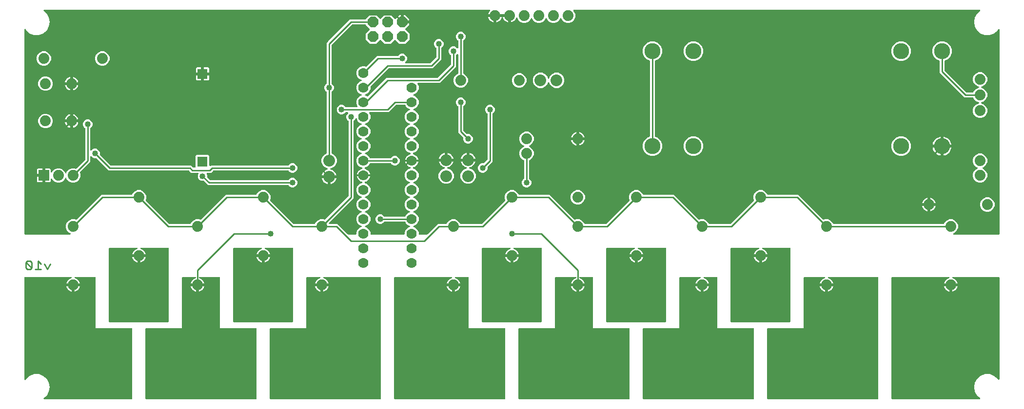
<source format=gbr>
G04 EAGLE Gerber RS-274X export*
G75*
%MOMM*%
%FSLAX34Y34*%
%LPD*%
%INBottom Copper*%
%IPPOS*%
%AMOC8*
5,1,8,0,0,1.08239X$1,22.5*%
G01*
%ADD10C,0.279400*%
%ADD11C,2.032000*%
%ADD12C,1.879600*%
%ADD13P,2.034460X8X22.500000*%
%ADD14C,1.778000*%
%ADD15C,2.781300*%
%ADD16R,1.752600X1.752600*%
%ADD17R,1.879600X1.879600*%
%ADD18C,0.254000*%
%ADD19C,1.016000*%

G36*
X83788Y290840D02*
X83788Y290840D01*
X83858Y290838D01*
X83945Y290859D01*
X84034Y290871D01*
X84099Y290896D01*
X84167Y290913D01*
X84247Y290955D01*
X84330Y290988D01*
X84387Y291029D01*
X84448Y291061D01*
X84515Y291122D01*
X84587Y291174D01*
X84632Y291228D01*
X84684Y291275D01*
X84733Y291350D01*
X84790Y291419D01*
X84820Y291483D01*
X84858Y291541D01*
X84888Y291626D01*
X84926Y291707D01*
X84939Y291776D01*
X84962Y291842D01*
X84969Y291931D01*
X84986Y292020D01*
X84981Y292089D01*
X84987Y292159D01*
X84971Y292247D01*
X84966Y292337D01*
X84944Y292403D01*
X84932Y292472D01*
X84895Y292554D01*
X84868Y292639D01*
X84830Y292698D01*
X84802Y292762D01*
X84746Y292832D01*
X84698Y292908D01*
X84647Y292956D01*
X84603Y293010D01*
X84531Y293065D01*
X84466Y293126D01*
X84405Y293160D01*
X84349Y293202D01*
X84205Y293273D01*
X81850Y294248D01*
X78348Y297750D01*
X76453Y302324D01*
X76453Y307276D01*
X78348Y311850D01*
X81850Y315352D01*
X86424Y317247D01*
X91376Y317247D01*
X93324Y316440D01*
X93352Y316432D01*
X93379Y316419D01*
X93506Y316390D01*
X93631Y316356D01*
X93660Y316355D01*
X93689Y316349D01*
X93819Y316353D01*
X93949Y316351D01*
X93977Y316358D01*
X94007Y316359D01*
X94132Y316395D01*
X94258Y316425D01*
X94284Y316439D01*
X94312Y316447D01*
X94424Y316513D01*
X94539Y316574D01*
X94561Y316593D01*
X94586Y316608D01*
X94707Y316715D01*
X137911Y359919D01*
X190669Y359919D01*
X190698Y359922D01*
X190727Y359920D01*
X190855Y359942D01*
X190984Y359959D01*
X191011Y359969D01*
X191041Y359974D01*
X191159Y360028D01*
X191280Y360076D01*
X191304Y360093D01*
X191331Y360105D01*
X191432Y360186D01*
X191537Y360262D01*
X191556Y360285D01*
X191579Y360304D01*
X191657Y360407D01*
X191740Y360507D01*
X191753Y360534D01*
X191770Y360558D01*
X191841Y360702D01*
X192648Y362650D01*
X196150Y366152D01*
X200724Y368047D01*
X205676Y368047D01*
X210250Y366152D01*
X213752Y362650D01*
X215647Y358076D01*
X215647Y353124D01*
X214840Y351176D01*
X214832Y351148D01*
X214819Y351121D01*
X214790Y350994D01*
X214756Y350869D01*
X214755Y350840D01*
X214749Y350811D01*
X214753Y350681D01*
X214751Y350551D01*
X214758Y350523D01*
X214759Y350493D01*
X214795Y350368D01*
X214825Y350242D01*
X214839Y350216D01*
X214847Y350188D01*
X214913Y350076D01*
X214974Y349961D01*
X214993Y349939D01*
X215008Y349914D01*
X215115Y349793D01*
X255417Y309490D01*
X255495Y309430D01*
X255568Y309362D01*
X255621Y309333D01*
X255668Y309296D01*
X255759Y309256D01*
X255846Y309208D01*
X255905Y309193D01*
X255960Y309169D01*
X256058Y309154D01*
X256154Y309129D01*
X256254Y309123D01*
X256274Y309119D01*
X256287Y309121D01*
X256315Y309119D01*
X292269Y309119D01*
X292298Y309122D01*
X292327Y309120D01*
X292455Y309142D01*
X292584Y309159D01*
X292611Y309169D01*
X292641Y309174D01*
X292759Y309228D01*
X292880Y309276D01*
X292904Y309293D01*
X292931Y309305D01*
X293032Y309386D01*
X293137Y309462D01*
X293156Y309485D01*
X293179Y309504D01*
X293257Y309607D01*
X293340Y309707D01*
X293353Y309734D01*
X293370Y309758D01*
X293441Y309902D01*
X294248Y311850D01*
X297750Y315352D01*
X302324Y317247D01*
X307276Y317247D01*
X309224Y316440D01*
X309252Y316432D01*
X309279Y316419D01*
X309406Y316390D01*
X309531Y316356D01*
X309560Y316355D01*
X309589Y316349D01*
X309719Y316353D01*
X309849Y316351D01*
X309877Y316358D01*
X309907Y316359D01*
X310032Y316395D01*
X310158Y316425D01*
X310184Y316439D01*
X310212Y316447D01*
X310324Y316513D01*
X310439Y316574D01*
X310461Y316593D01*
X310486Y316608D01*
X310607Y316715D01*
X353811Y359919D01*
X406569Y359919D01*
X406598Y359922D01*
X406627Y359920D01*
X406755Y359942D01*
X406884Y359959D01*
X406911Y359969D01*
X406941Y359974D01*
X407059Y360028D01*
X407180Y360076D01*
X407204Y360093D01*
X407231Y360105D01*
X407332Y360186D01*
X407437Y360262D01*
X407456Y360285D01*
X407479Y360304D01*
X407557Y360407D01*
X407640Y360507D01*
X407653Y360534D01*
X407670Y360558D01*
X407741Y360702D01*
X408548Y362650D01*
X412050Y366152D01*
X416624Y368047D01*
X421576Y368047D01*
X426150Y366152D01*
X429652Y362650D01*
X431547Y358076D01*
X431547Y353124D01*
X430740Y351176D01*
X430732Y351147D01*
X430719Y351121D01*
X430690Y350995D01*
X430656Y350869D01*
X430655Y350840D01*
X430649Y350811D01*
X430653Y350681D01*
X430651Y350551D01*
X430658Y350523D01*
X430659Y350493D01*
X430695Y350368D01*
X430725Y350242D01*
X430739Y350216D01*
X430747Y350188D01*
X430813Y350076D01*
X430874Y349961D01*
X430893Y349939D01*
X430908Y349914D01*
X431015Y349793D01*
X471317Y309490D01*
X471395Y309430D01*
X471468Y309362D01*
X471521Y309333D01*
X471568Y309296D01*
X471659Y309256D01*
X471746Y309208D01*
X471805Y309193D01*
X471860Y309169D01*
X471958Y309154D01*
X472054Y309129D01*
X472154Y309123D01*
X472174Y309119D01*
X472187Y309121D01*
X472215Y309119D01*
X508169Y309119D01*
X508198Y309122D01*
X508227Y309120D01*
X508355Y309142D01*
X508484Y309159D01*
X508511Y309169D01*
X508541Y309174D01*
X508659Y309228D01*
X508780Y309276D01*
X508804Y309293D01*
X508831Y309305D01*
X508932Y309386D01*
X509037Y309462D01*
X509056Y309485D01*
X509079Y309504D01*
X509157Y309607D01*
X509240Y309707D01*
X509253Y309734D01*
X509270Y309758D01*
X509341Y309902D01*
X510148Y311850D01*
X513650Y315352D01*
X518224Y317247D01*
X523176Y317247D01*
X525124Y316440D01*
X525153Y316432D01*
X525179Y316419D01*
X525305Y316390D01*
X525431Y316356D01*
X525460Y316355D01*
X525489Y316349D01*
X525619Y316353D01*
X525749Y316351D01*
X525777Y316358D01*
X525807Y316359D01*
X525932Y316395D01*
X526058Y316425D01*
X526084Y316439D01*
X526112Y316447D01*
X526224Y316513D01*
X526339Y316574D01*
X526361Y316593D01*
X526386Y316608D01*
X526507Y316715D01*
X566810Y357017D01*
X566870Y357095D01*
X566938Y357168D01*
X566967Y357221D01*
X567004Y357268D01*
X567044Y357359D01*
X567092Y357446D01*
X567107Y357505D01*
X567131Y357560D01*
X567146Y357658D01*
X567171Y357754D01*
X567177Y357854D01*
X567181Y357874D01*
X567179Y357887D01*
X567181Y357915D01*
X567181Y487597D01*
X567169Y487695D01*
X567166Y487794D01*
X567149Y487853D01*
X567141Y487913D01*
X567105Y488005D01*
X567077Y488100D01*
X567047Y488152D01*
X567024Y488208D01*
X566966Y488289D01*
X566916Y488374D01*
X566850Y488449D01*
X566838Y488466D01*
X566828Y488474D01*
X566810Y488495D01*
X564609Y490695D01*
X563371Y493683D01*
X563371Y496917D01*
X564609Y499905D01*
X566219Y501515D01*
X566304Y501624D01*
X566393Y501731D01*
X566401Y501750D01*
X566414Y501766D01*
X566469Y501894D01*
X566528Y502019D01*
X566532Y502039D01*
X566540Y502058D01*
X566562Y502196D01*
X566588Y502332D01*
X566587Y502352D01*
X566590Y502372D01*
X566577Y502511D01*
X566568Y502649D01*
X566562Y502668D01*
X566560Y502688D01*
X566513Y502820D01*
X566470Y502951D01*
X566459Y502969D01*
X566452Y502988D01*
X566374Y503103D01*
X566300Y503220D01*
X566285Y503234D01*
X566274Y503251D01*
X566170Y503343D01*
X566068Y503438D01*
X566051Y503448D01*
X566035Y503461D01*
X565911Y503525D01*
X565790Y503592D01*
X565770Y503597D01*
X565752Y503606D01*
X565616Y503636D01*
X565482Y503671D01*
X565454Y503673D01*
X565442Y503676D01*
X565421Y503675D01*
X565321Y503681D01*
X562693Y503681D01*
X562595Y503669D01*
X562496Y503666D01*
X562437Y503649D01*
X562377Y503641D01*
X562285Y503605D01*
X562190Y503577D01*
X562138Y503547D01*
X562082Y503524D01*
X562002Y503466D01*
X561916Y503416D01*
X561841Y503350D01*
X561824Y503338D01*
X561816Y503328D01*
X561795Y503310D01*
X559595Y501109D01*
X556607Y499871D01*
X553373Y499871D01*
X550385Y501109D01*
X548099Y503395D01*
X546861Y506383D01*
X546861Y509617D01*
X548099Y512605D01*
X550385Y514891D01*
X553373Y516129D01*
X556607Y516129D01*
X559595Y514891D01*
X561795Y512690D01*
X561874Y512630D01*
X561946Y512562D01*
X561999Y512533D01*
X562047Y512496D01*
X562138Y512456D01*
X562224Y512408D01*
X562283Y512393D01*
X562338Y512369D01*
X562436Y512354D01*
X562532Y512329D01*
X562632Y512323D01*
X562653Y512319D01*
X562665Y512321D01*
X562693Y512319D01*
X581740Y512319D01*
X581789Y512325D01*
X581839Y512323D01*
X581946Y512345D01*
X582055Y512359D01*
X582101Y512377D01*
X582150Y512387D01*
X582249Y512435D01*
X582351Y512476D01*
X582391Y512505D01*
X582436Y512527D01*
X582519Y512598D01*
X582608Y512662D01*
X582640Y512701D01*
X582678Y512733D01*
X582741Y512823D01*
X582811Y512907D01*
X582832Y512952D01*
X582861Y512993D01*
X582900Y513096D01*
X582947Y513195D01*
X582956Y513244D01*
X582974Y513290D01*
X582986Y513400D01*
X583006Y513507D01*
X583003Y513557D01*
X583009Y513606D01*
X582993Y513715D01*
X582987Y513825D01*
X582971Y513872D01*
X582964Y513921D01*
X582912Y514074D01*
X581151Y518325D01*
X581151Y523075D01*
X582969Y527463D01*
X586327Y530821D01*
X589722Y532227D01*
X589843Y532296D01*
X589966Y532361D01*
X589981Y532375D01*
X589998Y532385D01*
X590098Y532482D01*
X590201Y532575D01*
X590212Y532592D01*
X590227Y532606D01*
X590299Y532725D01*
X590376Y532841D01*
X590382Y532860D01*
X590393Y532877D01*
X590434Y533010D01*
X590479Y533142D01*
X590481Y533162D01*
X590487Y533181D01*
X590493Y533320D01*
X590504Y533459D01*
X590501Y533479D01*
X590502Y533499D01*
X590474Y533635D01*
X590450Y533772D01*
X590442Y533791D01*
X590438Y533810D01*
X590376Y533936D01*
X590319Y534062D01*
X590307Y534078D01*
X590298Y534096D01*
X590207Y534202D01*
X590121Y534310D01*
X590105Y534323D01*
X590091Y534338D01*
X589978Y534418D01*
X589867Y534502D01*
X589841Y534514D01*
X589831Y534521D01*
X589812Y534528D01*
X589722Y534573D01*
X586327Y535979D01*
X582969Y539337D01*
X581151Y543725D01*
X581151Y548475D01*
X582969Y552863D01*
X586327Y556221D01*
X589722Y557627D01*
X589843Y557696D01*
X589966Y557761D01*
X589981Y557775D01*
X589998Y557785D01*
X590098Y557882D01*
X590201Y557975D01*
X590212Y557992D01*
X590227Y558006D01*
X590299Y558125D01*
X590376Y558241D01*
X590382Y558260D01*
X590393Y558277D01*
X590434Y558410D01*
X590479Y558542D01*
X590481Y558562D01*
X590487Y558581D01*
X590493Y558720D01*
X590504Y558859D01*
X590501Y558879D01*
X590502Y558899D01*
X590474Y559035D01*
X590450Y559172D01*
X590442Y559191D01*
X590438Y559210D01*
X590376Y559336D01*
X590319Y559462D01*
X590307Y559478D01*
X590298Y559496D01*
X590207Y559602D01*
X590121Y559710D01*
X590105Y559723D01*
X590091Y559738D01*
X589978Y559818D01*
X589867Y559902D01*
X589841Y559914D01*
X589831Y559921D01*
X589812Y559928D01*
X589722Y559973D01*
X586327Y561379D01*
X582969Y564737D01*
X581151Y569125D01*
X581151Y573875D01*
X582969Y578263D01*
X586327Y581621D01*
X590715Y583439D01*
X595465Y583439D01*
X597125Y582751D01*
X597154Y582743D01*
X597180Y582730D01*
X597307Y582701D01*
X597432Y582667D01*
X597462Y582667D01*
X597490Y582660D01*
X597620Y582664D01*
X597750Y582662D01*
X597779Y582669D01*
X597808Y582670D01*
X597933Y582706D01*
X598059Y582736D01*
X598085Y582750D01*
X598114Y582758D01*
X598225Y582824D01*
X598340Y582885D01*
X598362Y582905D01*
X598388Y582920D01*
X598508Y583026D01*
X613800Y598317D01*
X616701Y601219D01*
X652697Y601219D01*
X652795Y601231D01*
X652894Y601234D01*
X652953Y601251D01*
X653013Y601259D01*
X653105Y601295D01*
X653200Y601323D01*
X653252Y601353D01*
X653308Y601376D01*
X653388Y601434D01*
X653474Y601484D01*
X653549Y601550D01*
X653566Y601562D01*
X653574Y601572D01*
X653595Y601590D01*
X655795Y603791D01*
X658783Y605029D01*
X662017Y605029D01*
X665005Y603791D01*
X667291Y601505D01*
X668529Y598517D01*
X668529Y595283D01*
X667291Y592295D01*
X665681Y590685D01*
X665596Y590576D01*
X665507Y590469D01*
X665499Y590450D01*
X665486Y590434D01*
X665431Y590306D01*
X665372Y590181D01*
X665368Y590161D01*
X665360Y590142D01*
X665338Y590004D01*
X665312Y589868D01*
X665313Y589848D01*
X665310Y589828D01*
X665323Y589689D01*
X665332Y589551D01*
X665338Y589532D01*
X665340Y589512D01*
X665387Y589380D01*
X665430Y589249D01*
X665441Y589231D01*
X665448Y589212D01*
X665526Y589097D01*
X665600Y588980D01*
X665615Y588966D01*
X665626Y588949D01*
X665730Y588857D01*
X665832Y588762D01*
X665849Y588752D01*
X665865Y588739D01*
X665989Y588675D01*
X666110Y588608D01*
X666130Y588603D01*
X666148Y588594D01*
X666284Y588564D01*
X666418Y588529D01*
X666446Y588527D01*
X666458Y588524D01*
X666479Y588525D01*
X666579Y588519D01*
X708885Y588519D01*
X708984Y588531D01*
X709083Y588534D01*
X709141Y588551D01*
X709201Y588559D01*
X709293Y588595D01*
X709388Y588623D01*
X709440Y588653D01*
X709497Y588676D01*
X709577Y588734D01*
X709662Y588784D01*
X709737Y588850D01*
X709754Y588862D01*
X709762Y588872D01*
X709783Y588890D01*
X719210Y598317D01*
X719270Y598395D01*
X719338Y598468D01*
X719367Y598521D01*
X719404Y598568D01*
X719444Y598659D01*
X719492Y598746D01*
X719507Y598805D01*
X719531Y598860D01*
X719546Y598958D01*
X719571Y599054D01*
X719577Y599154D01*
X719581Y599174D01*
X719579Y599187D01*
X719581Y599215D01*
X719581Y614597D01*
X719569Y614695D01*
X719566Y614794D01*
X719549Y614853D01*
X719541Y614913D01*
X719505Y615005D01*
X719477Y615100D01*
X719447Y615152D01*
X719424Y615208D01*
X719366Y615288D01*
X719316Y615374D01*
X719250Y615449D01*
X719238Y615466D01*
X719228Y615474D01*
X719210Y615495D01*
X717009Y617695D01*
X715771Y620683D01*
X715771Y623917D01*
X717009Y626905D01*
X719295Y629191D01*
X722283Y630429D01*
X725517Y630429D01*
X728505Y629191D01*
X730791Y626905D01*
X732029Y623917D01*
X732029Y620683D01*
X730791Y617695D01*
X728590Y615495D01*
X728530Y615416D01*
X728462Y615344D01*
X728433Y615291D01*
X728396Y615243D01*
X728356Y615152D01*
X728308Y615066D01*
X728293Y615007D01*
X728269Y614952D01*
X728254Y614854D01*
X728229Y614758D01*
X728223Y614658D01*
X728219Y614637D01*
X728221Y614625D01*
X728219Y614597D01*
X728219Y595111D01*
X712989Y579881D01*
X637315Y579881D01*
X637216Y579869D01*
X637117Y579866D01*
X637059Y579849D01*
X636999Y579841D01*
X636907Y579805D01*
X636812Y579777D01*
X636760Y579747D01*
X636703Y579724D01*
X636623Y579666D01*
X636538Y579616D01*
X636463Y579550D01*
X636446Y579538D01*
X636438Y579528D01*
X636417Y579510D01*
X605400Y548493D01*
X605340Y548415D01*
X605272Y548342D01*
X605243Y548289D01*
X605206Y548242D01*
X605166Y548151D01*
X605118Y548064D01*
X605103Y548005D01*
X605079Y547950D01*
X605064Y547852D01*
X605039Y547756D01*
X605033Y547656D01*
X605029Y547636D01*
X605031Y547623D01*
X605029Y547595D01*
X605029Y543725D01*
X603211Y539337D01*
X599853Y535979D01*
X596458Y534573D01*
X596337Y534504D01*
X596214Y534439D01*
X596199Y534425D01*
X596182Y534415D01*
X596082Y534318D01*
X595979Y534225D01*
X595968Y534208D01*
X595953Y534194D01*
X595881Y534076D01*
X595804Y533959D01*
X595798Y533940D01*
X595787Y533923D01*
X595746Y533790D01*
X595701Y533658D01*
X595699Y533638D01*
X595693Y533619D01*
X595687Y533480D01*
X595676Y533341D01*
X595679Y533321D01*
X595678Y533301D01*
X595706Y533165D01*
X595730Y533028D01*
X595738Y533009D01*
X595742Y532990D01*
X595804Y532865D01*
X595861Y532738D01*
X595873Y532722D01*
X595882Y532704D01*
X595973Y532598D01*
X596059Y532490D01*
X596075Y532477D01*
X596089Y532462D01*
X596202Y532382D01*
X596313Y532298D01*
X596339Y532286D01*
X596349Y532279D01*
X596368Y532272D01*
X596458Y532227D01*
X599819Y530835D01*
X599848Y530827D01*
X599874Y530814D01*
X600001Y530785D01*
X600126Y530751D01*
X600156Y530751D01*
X600184Y530744D01*
X600314Y530748D01*
X600444Y530746D01*
X600473Y530753D01*
X600502Y530754D01*
X600627Y530790D01*
X600753Y530820D01*
X600780Y530834D01*
X600808Y530842D01*
X600919Y530908D01*
X601034Y530969D01*
X601056Y530989D01*
X601082Y531004D01*
X601203Y531110D01*
X630310Y560217D01*
X633211Y563119D01*
X721585Y563119D01*
X721684Y563131D01*
X721783Y563134D01*
X721841Y563151D01*
X721901Y563159D01*
X721993Y563195D01*
X722088Y563223D01*
X722140Y563253D01*
X722197Y563276D01*
X722277Y563334D01*
X722362Y563384D01*
X722437Y563450D01*
X722454Y563462D01*
X722462Y563472D01*
X722483Y563490D01*
X744610Y585617D01*
X744670Y585695D01*
X744738Y585768D01*
X744767Y585821D01*
X744804Y585868D01*
X744844Y585959D01*
X744892Y586046D01*
X744907Y586105D01*
X744931Y586160D01*
X744946Y586258D01*
X744971Y586354D01*
X744977Y586454D01*
X744981Y586474D01*
X744979Y586487D01*
X744981Y586515D01*
X744981Y601897D01*
X744969Y601995D01*
X744966Y602094D01*
X744949Y602153D01*
X744941Y602213D01*
X744905Y602305D01*
X744877Y602400D01*
X744847Y602452D01*
X744824Y602508D01*
X744766Y602588D01*
X744716Y602674D01*
X744650Y602749D01*
X744638Y602766D01*
X744628Y602774D01*
X744610Y602795D01*
X742409Y604995D01*
X741171Y607983D01*
X741171Y611217D01*
X742409Y614205D01*
X744695Y616491D01*
X747683Y617729D01*
X750917Y617729D01*
X753905Y616491D01*
X755515Y614881D01*
X755624Y614796D01*
X755731Y614707D01*
X755750Y614699D01*
X755766Y614686D01*
X755894Y614631D01*
X756019Y614572D01*
X756039Y614568D01*
X756058Y614560D01*
X756196Y614538D01*
X756332Y614512D01*
X756352Y614513D01*
X756372Y614510D01*
X756511Y614523D01*
X756649Y614532D01*
X756668Y614538D01*
X756688Y614540D01*
X756820Y614587D01*
X756951Y614630D01*
X756969Y614641D01*
X756988Y614648D01*
X757103Y614726D01*
X757220Y614800D01*
X757234Y614815D01*
X757251Y614826D01*
X757343Y614930D01*
X757438Y615032D01*
X757448Y615049D01*
X757461Y615065D01*
X757525Y615189D01*
X757592Y615310D01*
X757597Y615330D01*
X757606Y615348D01*
X757636Y615484D01*
X757671Y615618D01*
X757673Y615646D01*
X757676Y615658D01*
X757675Y615678D01*
X757681Y615779D01*
X757681Y627297D01*
X757669Y627395D01*
X757666Y627494D01*
X757649Y627553D01*
X757641Y627613D01*
X757605Y627705D01*
X757577Y627800D01*
X757547Y627852D01*
X757524Y627908D01*
X757466Y627988D01*
X757416Y628074D01*
X757350Y628149D01*
X757338Y628166D01*
X757328Y628174D01*
X757310Y628195D01*
X755109Y630395D01*
X753871Y633383D01*
X753871Y636617D01*
X755109Y639605D01*
X757395Y641891D01*
X760383Y643129D01*
X763617Y643129D01*
X766605Y641891D01*
X768891Y639605D01*
X770129Y636617D01*
X770129Y633383D01*
X768891Y630395D01*
X766690Y628195D01*
X766630Y628116D01*
X766562Y628044D01*
X766533Y627991D01*
X766496Y627943D01*
X766456Y627852D01*
X766408Y627766D01*
X766393Y627707D01*
X766369Y627652D01*
X766354Y627554D01*
X766329Y627458D01*
X766323Y627358D01*
X766319Y627337D01*
X766321Y627325D01*
X766319Y627297D01*
X766319Y571331D01*
X766322Y571302D01*
X766320Y571273D01*
X766336Y571182D01*
X766341Y571098D01*
X766353Y571062D01*
X766359Y571016D01*
X766369Y570989D01*
X766374Y570959D01*
X766416Y570868D01*
X766439Y570796D01*
X766457Y570767D01*
X766476Y570720D01*
X766493Y570696D01*
X766505Y570669D01*
X766572Y570586D01*
X766609Y570527D01*
X766631Y570507D01*
X766662Y570463D01*
X766685Y570444D01*
X766704Y570421D01*
X766794Y570353D01*
X766841Y570309D01*
X766863Y570297D01*
X766907Y570260D01*
X766934Y570247D01*
X766958Y570230D01*
X767102Y570159D01*
X769050Y569352D01*
X772552Y565850D01*
X774447Y561276D01*
X774447Y556324D01*
X772552Y551750D01*
X769050Y548248D01*
X764476Y546353D01*
X759524Y546353D01*
X754950Y548248D01*
X751448Y551750D01*
X749553Y556324D01*
X749553Y561276D01*
X751448Y565850D01*
X754950Y569352D01*
X756898Y570159D01*
X756923Y570173D01*
X756951Y570183D01*
X757001Y570214D01*
X757023Y570223D01*
X757073Y570259D01*
X757174Y570316D01*
X757195Y570337D01*
X757220Y570353D01*
X757258Y570393D01*
X757281Y570409D01*
X757323Y570461D01*
X757402Y570538D01*
X757418Y570563D01*
X757438Y570584D01*
X757463Y570630D01*
X757483Y570654D01*
X757514Y570720D01*
X757569Y570809D01*
X757577Y570837D01*
X757592Y570863D01*
X757604Y570910D01*
X757619Y570942D01*
X757634Y571021D01*
X757662Y571113D01*
X757664Y571142D01*
X757671Y571171D01*
X757675Y571236D01*
X757679Y571255D01*
X757678Y571273D01*
X757681Y571331D01*
X757681Y603421D01*
X757664Y603559D01*
X757651Y603698D01*
X757644Y603717D01*
X757641Y603737D01*
X757590Y603866D01*
X757543Y603997D01*
X757532Y604014D01*
X757524Y604032D01*
X757443Y604145D01*
X757365Y604260D01*
X757349Y604273D01*
X757338Y604290D01*
X757230Y604379D01*
X757126Y604471D01*
X757108Y604480D01*
X757093Y604493D01*
X756967Y604552D01*
X756843Y604615D01*
X756823Y604620D01*
X756805Y604628D01*
X756668Y604654D01*
X756533Y604685D01*
X756512Y604684D01*
X756493Y604688D01*
X756354Y604679D01*
X756215Y604675D01*
X756195Y604669D01*
X756175Y604668D01*
X756043Y604625D01*
X755909Y604587D01*
X755892Y604576D01*
X755873Y604570D01*
X755755Y604496D01*
X755635Y604425D01*
X755614Y604407D01*
X755604Y604400D01*
X755590Y604385D01*
X755515Y604319D01*
X753990Y602795D01*
X753930Y602716D01*
X753862Y602644D01*
X753833Y602591D01*
X753796Y602543D01*
X753756Y602452D01*
X753708Y602366D01*
X753693Y602307D01*
X753669Y602252D01*
X753654Y602154D01*
X753629Y602058D01*
X753623Y601958D01*
X753619Y601937D01*
X753621Y601925D01*
X753619Y601897D01*
X753619Y582411D01*
X725689Y554481D01*
X688260Y554481D01*
X688211Y554475D01*
X688161Y554477D01*
X688054Y554455D01*
X687945Y554441D01*
X687899Y554423D01*
X687850Y554413D01*
X687751Y554365D01*
X687649Y554324D01*
X687609Y554295D01*
X687564Y554273D01*
X687481Y554202D01*
X687392Y554138D01*
X687360Y554099D01*
X687322Y554067D01*
X687259Y553977D01*
X687189Y553893D01*
X687168Y553848D01*
X687139Y553807D01*
X687100Y553704D01*
X687053Y553605D01*
X687044Y553556D01*
X687026Y553510D01*
X687014Y553400D01*
X686994Y553293D01*
X686997Y553243D01*
X686991Y553194D01*
X687007Y553085D01*
X687013Y552975D01*
X687029Y552928D01*
X687036Y552879D01*
X687088Y552726D01*
X688849Y548475D01*
X688849Y543725D01*
X687031Y539337D01*
X683673Y535979D01*
X680278Y534573D01*
X680157Y534504D01*
X680034Y534439D01*
X680019Y534425D01*
X680002Y534415D01*
X679902Y534318D01*
X679799Y534225D01*
X679788Y534208D01*
X679773Y534194D01*
X679701Y534075D01*
X679624Y533959D01*
X679618Y533940D01*
X679607Y533923D01*
X679566Y533790D01*
X679521Y533658D01*
X679519Y533638D01*
X679513Y533619D01*
X679507Y533480D01*
X679496Y533341D01*
X679499Y533321D01*
X679498Y533301D01*
X679526Y533165D01*
X679550Y533028D01*
X679558Y533009D01*
X679562Y532990D01*
X679624Y532864D01*
X679681Y532738D01*
X679693Y532722D01*
X679702Y532704D01*
X679793Y532598D01*
X679879Y532490D01*
X679895Y532477D01*
X679909Y532462D01*
X680022Y532382D01*
X680133Y532298D01*
X680159Y532286D01*
X680169Y532279D01*
X680188Y532272D01*
X680278Y532227D01*
X683673Y530821D01*
X687031Y527463D01*
X688849Y523075D01*
X688849Y518325D01*
X687031Y513937D01*
X683673Y510579D01*
X680278Y509173D01*
X680157Y509104D01*
X680034Y509039D01*
X680019Y509025D01*
X680002Y509015D01*
X679902Y508918D01*
X679799Y508825D01*
X679788Y508808D01*
X679773Y508794D01*
X679701Y508675D01*
X679624Y508559D01*
X679618Y508540D01*
X679607Y508523D01*
X679566Y508390D01*
X679521Y508258D01*
X679519Y508238D01*
X679513Y508219D01*
X679507Y508080D01*
X679496Y507941D01*
X679499Y507921D01*
X679498Y507901D01*
X679526Y507765D01*
X679550Y507628D01*
X679558Y507609D01*
X679562Y507590D01*
X679624Y507464D01*
X679681Y507338D01*
X679693Y507322D01*
X679702Y507304D01*
X679793Y507198D01*
X679879Y507090D01*
X679895Y507077D01*
X679909Y507062D01*
X680022Y506982D01*
X680133Y506898D01*
X680159Y506886D01*
X680169Y506879D01*
X680188Y506872D01*
X680278Y506827D01*
X683673Y505421D01*
X687031Y502063D01*
X688849Y497675D01*
X688849Y492925D01*
X687031Y488537D01*
X683673Y485179D01*
X680278Y483773D01*
X680157Y483704D01*
X680034Y483639D01*
X680019Y483625D01*
X680002Y483615D01*
X679902Y483518D01*
X679799Y483425D01*
X679788Y483408D01*
X679773Y483394D01*
X679701Y483275D01*
X679624Y483159D01*
X679618Y483140D01*
X679607Y483123D01*
X679566Y482990D01*
X679521Y482858D01*
X679519Y482838D01*
X679513Y482819D01*
X679507Y482680D01*
X679496Y482541D01*
X679499Y482521D01*
X679498Y482501D01*
X679526Y482365D01*
X679550Y482228D01*
X679558Y482209D01*
X679562Y482190D01*
X679624Y482064D01*
X679681Y481938D01*
X679693Y481922D01*
X679702Y481904D01*
X679793Y481798D01*
X679879Y481690D01*
X679895Y481677D01*
X679909Y481662D01*
X680022Y481582D01*
X680133Y481498D01*
X680159Y481486D01*
X680169Y481479D01*
X680188Y481472D01*
X680278Y481427D01*
X683673Y480021D01*
X687031Y476663D01*
X688849Y472275D01*
X688849Y467525D01*
X687031Y463137D01*
X683673Y459779D01*
X680278Y458373D01*
X680157Y458304D01*
X680034Y458239D01*
X680019Y458225D01*
X680002Y458215D01*
X679902Y458118D01*
X679799Y458025D01*
X679788Y458008D01*
X679773Y457994D01*
X679701Y457875D01*
X679624Y457759D01*
X679618Y457740D01*
X679607Y457723D01*
X679566Y457590D01*
X679521Y457458D01*
X679519Y457438D01*
X679513Y457419D01*
X679507Y457280D01*
X679496Y457141D01*
X679499Y457121D01*
X679498Y457101D01*
X679526Y456965D01*
X679550Y456828D01*
X679558Y456809D01*
X679562Y456790D01*
X679624Y456664D01*
X679681Y456538D01*
X679693Y456522D01*
X679702Y456504D01*
X679793Y456398D01*
X679879Y456290D01*
X679895Y456277D01*
X679909Y456262D01*
X680022Y456182D01*
X680133Y456098D01*
X680159Y456086D01*
X680169Y456079D01*
X680188Y456072D01*
X680278Y456027D01*
X683673Y454621D01*
X687031Y451263D01*
X688849Y446875D01*
X688849Y442125D01*
X687031Y437737D01*
X683673Y434379D01*
X679468Y432637D01*
X679442Y432622D01*
X679414Y432613D01*
X679304Y432544D01*
X679192Y432480D01*
X679170Y432459D01*
X679145Y432443D01*
X679056Y432349D01*
X678963Y432258D01*
X678948Y432233D01*
X678927Y432211D01*
X678865Y432097D01*
X678797Y431987D01*
X678788Y431959D01*
X678774Y431933D01*
X678742Y431807D01*
X678703Y431683D01*
X678702Y431653D01*
X678695Y431625D01*
X678695Y431495D01*
X678688Y431366D01*
X678694Y431336D01*
X678694Y431307D01*
X678726Y431181D01*
X678753Y431054D01*
X678766Y431027D01*
X678773Y430998D01*
X678835Y430885D01*
X678892Y430768D01*
X678912Y430746D01*
X678926Y430720D01*
X679015Y430625D01*
X679099Y430526D01*
X679123Y430509D01*
X679144Y430487D01*
X679253Y430418D01*
X679359Y430343D01*
X679387Y430333D01*
X679412Y430317D01*
X679562Y430257D01*
X681298Y429693D01*
X682901Y428877D01*
X684357Y427819D01*
X685629Y426547D01*
X686687Y425091D01*
X687503Y423488D01*
X688059Y421777D01*
X688167Y421099D01*
X677640Y421099D01*
X677522Y421084D01*
X677403Y421077D01*
X677365Y421064D01*
X677325Y421059D01*
X677214Y421016D01*
X677101Y420979D01*
X677067Y420957D01*
X677029Y420942D01*
X676933Y420873D01*
X676916Y420862D01*
X676892Y420876D01*
X676860Y420901D01*
X676753Y420952D01*
X676648Y421010D01*
X676609Y421020D01*
X676573Y421037D01*
X676456Y421059D01*
X676340Y421089D01*
X676280Y421093D01*
X676260Y421097D01*
X676240Y421095D01*
X676180Y421099D01*
X665653Y421099D01*
X665761Y421777D01*
X666317Y423488D01*
X667133Y425091D01*
X668191Y426547D01*
X669463Y427819D01*
X670919Y428877D01*
X672522Y429693D01*
X674258Y430257D01*
X674285Y430270D01*
X674315Y430277D01*
X674429Y430338D01*
X674546Y430393D01*
X674569Y430412D01*
X674596Y430426D01*
X674692Y430513D01*
X674791Y430595D01*
X674809Y430620D01*
X674831Y430640D01*
X674902Y430748D01*
X674978Y430853D01*
X674989Y430880D01*
X675006Y430905D01*
X675048Y431028D01*
X675095Y431148D01*
X675099Y431178D01*
X675109Y431206D01*
X675119Y431336D01*
X675136Y431464D01*
X675132Y431493D01*
X675134Y431523D01*
X675112Y431651D01*
X675096Y431779D01*
X675085Y431807D01*
X675080Y431837D01*
X675027Y431954D01*
X674979Y432075D01*
X674961Y432099D01*
X674949Y432127D01*
X674868Y432228D01*
X674792Y432333D01*
X674769Y432352D01*
X674751Y432375D01*
X674647Y432453D01*
X674547Y432536D01*
X674520Y432548D01*
X674497Y432566D01*
X674352Y432637D01*
X670147Y434379D01*
X666789Y437737D01*
X664971Y442125D01*
X664971Y446875D01*
X666789Y451263D01*
X670147Y454621D01*
X673542Y456027D01*
X673663Y456096D01*
X673786Y456161D01*
X673801Y456175D01*
X673818Y456185D01*
X673918Y456282D01*
X674021Y456375D01*
X674032Y456392D01*
X674047Y456406D01*
X674119Y456524D01*
X674196Y456641D01*
X674202Y456660D01*
X674213Y456677D01*
X674254Y456810D01*
X674299Y456942D01*
X674301Y456962D01*
X674307Y456981D01*
X674313Y457120D01*
X674324Y457259D01*
X674321Y457279D01*
X674322Y457299D01*
X674294Y457435D01*
X674270Y457572D01*
X674262Y457591D01*
X674258Y457610D01*
X674196Y457735D01*
X674139Y457862D01*
X674127Y457878D01*
X674118Y457896D01*
X674027Y458002D01*
X673941Y458110D01*
X673925Y458123D01*
X673911Y458138D01*
X673798Y458218D01*
X673687Y458302D01*
X673661Y458314D01*
X673651Y458321D01*
X673632Y458328D01*
X673542Y458373D01*
X670147Y459779D01*
X666789Y463137D01*
X664971Y467525D01*
X664971Y472275D01*
X666789Y476663D01*
X670147Y480021D01*
X673542Y481427D01*
X673663Y481496D01*
X673786Y481561D01*
X673801Y481575D01*
X673818Y481585D01*
X673918Y481682D01*
X674021Y481775D01*
X674032Y481792D01*
X674047Y481806D01*
X674119Y481924D01*
X674196Y482041D01*
X674202Y482060D01*
X674213Y482077D01*
X674254Y482210D01*
X674299Y482342D01*
X674301Y482362D01*
X674307Y482381D01*
X674313Y482520D01*
X674324Y482659D01*
X674321Y482679D01*
X674322Y482699D01*
X674294Y482835D01*
X674270Y482972D01*
X674262Y482991D01*
X674258Y483010D01*
X674196Y483135D01*
X674139Y483262D01*
X674127Y483278D01*
X674118Y483296D01*
X674027Y483402D01*
X673941Y483510D01*
X673925Y483523D01*
X673911Y483538D01*
X673798Y483618D01*
X673687Y483702D01*
X673661Y483714D01*
X673651Y483721D01*
X673632Y483728D01*
X673542Y483773D01*
X670147Y485179D01*
X666789Y488537D01*
X664971Y492925D01*
X664971Y497675D01*
X666789Y502063D01*
X670147Y505421D01*
X673542Y506827D01*
X673663Y506896D01*
X673786Y506961D01*
X673801Y506975D01*
X673818Y506985D01*
X673918Y507082D01*
X674021Y507175D01*
X674032Y507192D01*
X674047Y507206D01*
X674119Y507324D01*
X674196Y507441D01*
X674202Y507460D01*
X674213Y507477D01*
X674254Y507610D01*
X674299Y507742D01*
X674301Y507762D01*
X674307Y507781D01*
X674313Y507920D01*
X674324Y508059D01*
X674321Y508079D01*
X674322Y508099D01*
X674294Y508235D01*
X674270Y508372D01*
X674262Y508391D01*
X674258Y508410D01*
X674196Y508535D01*
X674139Y508662D01*
X674127Y508678D01*
X674118Y508696D01*
X674027Y508802D01*
X673941Y508910D01*
X673925Y508923D01*
X673911Y508938D01*
X673798Y509018D01*
X673687Y509102D01*
X673661Y509114D01*
X673651Y509121D01*
X673632Y509128D01*
X673542Y509173D01*
X670147Y510579D01*
X666789Y513937D01*
X666101Y515598D01*
X666086Y515623D01*
X666077Y515651D01*
X666008Y515761D01*
X665943Y515874D01*
X665923Y515895D01*
X665907Y515920D01*
X665812Y516009D01*
X665722Y516102D01*
X665697Y516118D01*
X665676Y516138D01*
X665562Y516201D01*
X665451Y516269D01*
X665423Y516277D01*
X665397Y516292D01*
X665271Y516324D01*
X665147Y516362D01*
X665118Y516364D01*
X665089Y516371D01*
X664928Y516381D01*
X650015Y516381D01*
X649916Y516369D01*
X649817Y516366D01*
X649759Y516349D01*
X649699Y516341D01*
X649607Y516305D01*
X649512Y516277D01*
X649460Y516247D01*
X649403Y516224D01*
X649323Y516166D01*
X649238Y516116D01*
X649163Y516050D01*
X649146Y516038D01*
X649138Y516028D01*
X649117Y516010D01*
X636789Y503681D01*
X604440Y503681D01*
X604391Y503675D01*
X604341Y503677D01*
X604234Y503655D01*
X604125Y503641D01*
X604079Y503623D01*
X604030Y503613D01*
X603931Y503565D01*
X603829Y503524D01*
X603789Y503495D01*
X603744Y503473D01*
X603661Y503402D01*
X603572Y503338D01*
X603540Y503299D01*
X603502Y503267D01*
X603439Y503177D01*
X603369Y503093D01*
X603348Y503048D01*
X603319Y503007D01*
X603280Y502904D01*
X603233Y502805D01*
X603224Y502756D01*
X603206Y502710D01*
X603194Y502600D01*
X603174Y502493D01*
X603177Y502443D01*
X603171Y502394D01*
X603187Y502285D01*
X603193Y502175D01*
X603209Y502128D01*
X603216Y502079D01*
X603268Y501926D01*
X605029Y497675D01*
X605029Y492925D01*
X603211Y488537D01*
X599853Y485179D01*
X596458Y483773D01*
X596337Y483704D01*
X596214Y483639D01*
X596199Y483625D01*
X596182Y483615D01*
X596082Y483518D01*
X595979Y483425D01*
X595968Y483408D01*
X595953Y483394D01*
X595881Y483276D01*
X595804Y483159D01*
X595798Y483140D01*
X595787Y483123D01*
X595746Y482990D01*
X595701Y482858D01*
X595699Y482838D01*
X595693Y482819D01*
X595687Y482680D01*
X595676Y482541D01*
X595679Y482521D01*
X595678Y482501D01*
X595706Y482365D01*
X595730Y482228D01*
X595738Y482209D01*
X595742Y482190D01*
X595804Y482065D01*
X595861Y481938D01*
X595873Y481922D01*
X595882Y481904D01*
X595973Y481798D01*
X596059Y481690D01*
X596075Y481677D01*
X596089Y481662D01*
X596202Y481582D01*
X596313Y481498D01*
X596339Y481486D01*
X596349Y481479D01*
X596368Y481472D01*
X596458Y481427D01*
X599853Y480021D01*
X603211Y476663D01*
X605029Y472275D01*
X605029Y467525D01*
X603211Y463137D01*
X599853Y459779D01*
X596458Y458373D01*
X596337Y458304D01*
X596214Y458239D01*
X596199Y458225D01*
X596182Y458215D01*
X596082Y458118D01*
X595979Y458025D01*
X595968Y458008D01*
X595953Y457994D01*
X595881Y457876D01*
X595804Y457759D01*
X595798Y457740D01*
X595787Y457723D01*
X595746Y457590D01*
X595701Y457458D01*
X595699Y457438D01*
X595693Y457419D01*
X595687Y457280D01*
X595676Y457141D01*
X595679Y457121D01*
X595678Y457101D01*
X595706Y456965D01*
X595730Y456828D01*
X595738Y456809D01*
X595742Y456790D01*
X595804Y456664D01*
X595861Y456538D01*
X595873Y456522D01*
X595882Y456504D01*
X595973Y456398D01*
X596059Y456290D01*
X596075Y456277D01*
X596089Y456262D01*
X596202Y456182D01*
X596313Y456098D01*
X596339Y456086D01*
X596349Y456079D01*
X596368Y456072D01*
X596458Y456027D01*
X599853Y454621D01*
X603211Y451263D01*
X605029Y446875D01*
X605029Y442125D01*
X603211Y437737D01*
X599853Y434379D01*
X596458Y432973D01*
X596337Y432904D01*
X596214Y432839D01*
X596199Y432825D01*
X596182Y432815D01*
X596082Y432718D01*
X595979Y432625D01*
X595968Y432608D01*
X595953Y432594D01*
X595881Y432476D01*
X595804Y432359D01*
X595798Y432340D01*
X595787Y432323D01*
X595746Y432190D01*
X595701Y432058D01*
X595699Y432038D01*
X595693Y432019D01*
X595687Y431880D01*
X595676Y431741D01*
X595679Y431721D01*
X595678Y431701D01*
X595706Y431565D01*
X595730Y431428D01*
X595738Y431409D01*
X595742Y431390D01*
X595804Y431265D01*
X595861Y431138D01*
X595873Y431122D01*
X595882Y431104D01*
X595973Y430998D01*
X596059Y430890D01*
X596075Y430877D01*
X596089Y430862D01*
X596202Y430782D01*
X596313Y430698D01*
X596339Y430686D01*
X596349Y430679D01*
X596368Y430672D01*
X596458Y430627D01*
X599853Y429221D01*
X603211Y425863D01*
X603899Y424202D01*
X603914Y424177D01*
X603923Y424149D01*
X603992Y424039D01*
X604057Y423926D01*
X604077Y423905D01*
X604093Y423880D01*
X604188Y423791D01*
X604278Y423698D01*
X604303Y423682D01*
X604324Y423662D01*
X604438Y423599D01*
X604549Y423531D01*
X604577Y423523D01*
X604603Y423508D01*
X604729Y423476D01*
X604853Y423438D01*
X604882Y423436D01*
X604911Y423429D01*
X605072Y423419D01*
X639997Y423419D01*
X640095Y423431D01*
X640194Y423434D01*
X640253Y423451D01*
X640313Y423459D01*
X640405Y423495D01*
X640500Y423523D01*
X640552Y423553D01*
X640608Y423576D01*
X640688Y423634D01*
X640774Y423684D01*
X640849Y423750D01*
X640866Y423762D01*
X640874Y423772D01*
X640895Y423790D01*
X643095Y425991D01*
X646083Y427229D01*
X649317Y427229D01*
X652305Y425991D01*
X654591Y423705D01*
X655829Y420717D01*
X655829Y417483D01*
X654591Y414495D01*
X652305Y412209D01*
X649317Y410971D01*
X646083Y410971D01*
X643095Y412209D01*
X640895Y414410D01*
X640816Y414470D01*
X640744Y414538D01*
X640691Y414567D01*
X640643Y414604D01*
X640552Y414644D01*
X640466Y414692D01*
X640407Y414707D01*
X640352Y414731D01*
X640254Y414746D01*
X640158Y414771D01*
X640058Y414777D01*
X640037Y414781D01*
X640025Y414779D01*
X639997Y414781D01*
X605072Y414781D01*
X605042Y414778D01*
X605013Y414780D01*
X604885Y414758D01*
X604756Y414741D01*
X604729Y414731D01*
X604700Y414726D01*
X604581Y414672D01*
X604460Y414624D01*
X604437Y414607D01*
X604410Y414595D01*
X604308Y414514D01*
X604203Y414438D01*
X604184Y414415D01*
X604161Y414396D01*
X604083Y414293D01*
X604000Y414193D01*
X603988Y414166D01*
X603970Y414142D01*
X603899Y413998D01*
X603211Y412337D01*
X599853Y408979D01*
X595648Y407237D01*
X595622Y407222D01*
X595594Y407213D01*
X595484Y407144D01*
X595372Y407080D01*
X595350Y407059D01*
X595325Y407043D01*
X595236Y406949D01*
X595143Y406858D01*
X595128Y406833D01*
X595107Y406811D01*
X595045Y406698D01*
X594977Y406587D01*
X594968Y406559D01*
X594954Y406533D01*
X594922Y406407D01*
X594884Y406283D01*
X594882Y406254D01*
X594875Y406225D01*
X594875Y406095D01*
X594868Y405966D01*
X594874Y405936D01*
X594874Y405907D01*
X594907Y405781D01*
X594933Y405654D01*
X594946Y405627D01*
X594953Y405598D01*
X595016Y405485D01*
X595072Y405368D01*
X595092Y405346D01*
X595106Y405320D01*
X595194Y405225D01*
X595279Y405126D01*
X595303Y405109D01*
X595324Y405087D01*
X595433Y405018D01*
X595539Y404943D01*
X595567Y404933D01*
X595592Y404917D01*
X595742Y404857D01*
X597478Y404293D01*
X599081Y403477D01*
X600537Y402419D01*
X601809Y401147D01*
X602867Y399691D01*
X603683Y398088D01*
X604239Y396377D01*
X604347Y395699D01*
X593820Y395699D01*
X593702Y395684D01*
X593583Y395677D01*
X593545Y395664D01*
X593505Y395659D01*
X593394Y395616D01*
X593281Y395579D01*
X593247Y395557D01*
X593209Y395542D01*
X593113Y395473D01*
X593096Y395462D01*
X593072Y395476D01*
X593040Y395501D01*
X592933Y395552D01*
X592828Y395610D01*
X592789Y395620D01*
X592753Y395637D01*
X592636Y395659D01*
X592520Y395689D01*
X592460Y395693D01*
X592440Y395697D01*
X592420Y395695D01*
X592360Y395699D01*
X581833Y395699D01*
X581941Y396377D01*
X582497Y398088D01*
X583313Y399691D01*
X584371Y401147D01*
X585643Y402419D01*
X587099Y403477D01*
X588702Y404293D01*
X590438Y404857D01*
X590465Y404870D01*
X590495Y404877D01*
X590609Y404938D01*
X590726Y404993D01*
X590749Y405012D01*
X590776Y405026D01*
X590872Y405113D01*
X590971Y405195D01*
X590989Y405220D01*
X591011Y405240D01*
X591082Y405348D01*
X591158Y405453D01*
X591169Y405480D01*
X591186Y405505D01*
X591228Y405628D01*
X591275Y405748D01*
X591279Y405778D01*
X591289Y405806D01*
X591299Y405936D01*
X591315Y406064D01*
X591312Y406093D01*
X591314Y406123D01*
X591292Y406251D01*
X591276Y406379D01*
X591265Y406407D01*
X591260Y406437D01*
X591207Y406555D01*
X591159Y406675D01*
X591141Y406699D01*
X591129Y406727D01*
X591048Y406828D01*
X590972Y406933D01*
X590949Y406952D01*
X590931Y406975D01*
X590827Y407053D01*
X590727Y407136D01*
X590700Y407148D01*
X590676Y407166D01*
X590532Y407237D01*
X586327Y408979D01*
X582969Y412337D01*
X581151Y416725D01*
X581151Y421475D01*
X582969Y425863D01*
X586327Y429221D01*
X589722Y430627D01*
X589843Y430696D01*
X589966Y430761D01*
X589981Y430775D01*
X589998Y430785D01*
X590098Y430882D01*
X590201Y430975D01*
X590212Y430992D01*
X590227Y431006D01*
X590299Y431125D01*
X590376Y431241D01*
X590382Y431260D01*
X590393Y431277D01*
X590434Y431410D01*
X590479Y431542D01*
X590481Y431562D01*
X590487Y431581D01*
X590493Y431720D01*
X590504Y431859D01*
X590501Y431879D01*
X590502Y431899D01*
X590474Y432035D01*
X590450Y432172D01*
X590442Y432191D01*
X590438Y432210D01*
X590376Y432336D01*
X590319Y432462D01*
X590307Y432478D01*
X590298Y432496D01*
X590207Y432602D01*
X590121Y432710D01*
X590105Y432723D01*
X590091Y432738D01*
X589978Y432818D01*
X589867Y432902D01*
X589841Y432914D01*
X589831Y432921D01*
X589812Y432928D01*
X589722Y432973D01*
X586327Y434379D01*
X582969Y437737D01*
X581151Y442125D01*
X581151Y446875D01*
X582969Y451263D01*
X586327Y454621D01*
X589722Y456027D01*
X589843Y456096D01*
X589966Y456161D01*
X589981Y456175D01*
X589998Y456185D01*
X590098Y456282D01*
X590201Y456375D01*
X590212Y456392D01*
X590227Y456406D01*
X590299Y456525D01*
X590376Y456641D01*
X590382Y456660D01*
X590393Y456677D01*
X590434Y456810D01*
X590479Y456942D01*
X590481Y456962D01*
X590487Y456981D01*
X590493Y457120D01*
X590504Y457259D01*
X590501Y457279D01*
X590502Y457299D01*
X590474Y457435D01*
X590450Y457572D01*
X590442Y457591D01*
X590438Y457610D01*
X590376Y457736D01*
X590319Y457862D01*
X590307Y457878D01*
X590298Y457896D01*
X590207Y458002D01*
X590121Y458110D01*
X590105Y458123D01*
X590091Y458138D01*
X589978Y458218D01*
X589867Y458302D01*
X589841Y458314D01*
X589831Y458321D01*
X589812Y458328D01*
X589722Y458373D01*
X586327Y459779D01*
X582969Y463137D01*
X581151Y467525D01*
X581151Y472275D01*
X582969Y476663D01*
X586327Y480021D01*
X589722Y481427D01*
X589843Y481496D01*
X589966Y481561D01*
X589981Y481575D01*
X589998Y481585D01*
X590098Y481682D01*
X590201Y481775D01*
X590212Y481792D01*
X590227Y481806D01*
X590299Y481925D01*
X590376Y482041D01*
X590382Y482060D01*
X590393Y482077D01*
X590434Y482210D01*
X590479Y482342D01*
X590481Y482362D01*
X590487Y482381D01*
X590493Y482520D01*
X590504Y482659D01*
X590501Y482679D01*
X590502Y482699D01*
X590474Y482835D01*
X590450Y482972D01*
X590442Y482991D01*
X590438Y483010D01*
X590376Y483136D01*
X590319Y483262D01*
X590307Y483278D01*
X590298Y483296D01*
X590207Y483402D01*
X590121Y483510D01*
X590105Y483523D01*
X590091Y483538D01*
X589978Y483618D01*
X589867Y483702D01*
X589841Y483714D01*
X589831Y483721D01*
X589812Y483728D01*
X589722Y483773D01*
X586327Y485179D01*
X582969Y488537D01*
X581406Y492311D01*
X581337Y492432D01*
X581272Y492555D01*
X581258Y492570D01*
X581248Y492587D01*
X581152Y492687D01*
X581058Y492790D01*
X581041Y492801D01*
X581027Y492816D01*
X580908Y492888D01*
X580792Y492965D01*
X580773Y492971D01*
X580756Y492982D01*
X580623Y493023D01*
X580491Y493068D01*
X580471Y493070D01*
X580452Y493076D01*
X580314Y493082D01*
X580174Y493093D01*
X580154Y493090D01*
X580134Y493091D01*
X579998Y493063D01*
X579861Y493039D01*
X579843Y493031D01*
X579823Y493026D01*
X579697Y492965D01*
X579571Y492908D01*
X579555Y492896D01*
X579537Y492887D01*
X579431Y492796D01*
X579323Y492710D01*
X579310Y492694D01*
X579295Y492680D01*
X579215Y492566D01*
X579131Y492456D01*
X579119Y492430D01*
X579112Y492420D01*
X579105Y492401D01*
X579060Y492311D01*
X578391Y490695D01*
X576190Y488495D01*
X576130Y488416D01*
X576062Y488344D01*
X576033Y488291D01*
X575996Y488243D01*
X575956Y488152D01*
X575908Y488066D01*
X575893Y488007D01*
X575869Y487952D01*
X575854Y487854D01*
X575829Y487758D01*
X575823Y487658D01*
X575819Y487638D01*
X575821Y487625D01*
X575819Y487597D01*
X575819Y353811D01*
X533293Y311285D01*
X533208Y311176D01*
X533119Y311069D01*
X533111Y311050D01*
X533098Y311034D01*
X533043Y310906D01*
X532984Y310781D01*
X532980Y310761D01*
X532972Y310742D01*
X532950Y310604D01*
X532924Y310468D01*
X532925Y310448D01*
X532922Y310428D01*
X532935Y310289D01*
X532944Y310151D01*
X532950Y310132D01*
X532952Y310112D01*
X532999Y309980D01*
X533042Y309849D01*
X533052Y309831D01*
X533059Y309812D01*
X533137Y309697D01*
X533212Y309580D01*
X533227Y309566D01*
X533238Y309549D01*
X533342Y309457D01*
X533443Y309362D01*
X533461Y309352D01*
X533476Y309339D01*
X533600Y309275D01*
X533722Y309208D01*
X533742Y309203D01*
X533760Y309194D01*
X533895Y309164D01*
X534030Y309129D01*
X534058Y309127D01*
X534070Y309124D01*
X534090Y309125D01*
X534191Y309119D01*
X547889Y309119D01*
X565805Y291203D01*
X565883Y291142D01*
X565955Y291074D01*
X566008Y291045D01*
X566056Y291008D01*
X566147Y290968D01*
X566234Y290920D01*
X566293Y290905D01*
X566348Y290881D01*
X566446Y290866D01*
X566542Y290841D01*
X566642Y290835D01*
X566662Y290831D01*
X566675Y290833D01*
X566703Y290831D01*
X579882Y290831D01*
X580000Y290846D01*
X580119Y290853D01*
X580157Y290866D01*
X580198Y290871D01*
X580308Y290914D01*
X580421Y290951D01*
X580456Y290973D01*
X580493Y290988D01*
X580589Y291058D01*
X580690Y291121D01*
X580718Y291151D01*
X580751Y291174D01*
X580827Y291266D01*
X580908Y291353D01*
X580928Y291388D01*
X580953Y291419D01*
X581004Y291527D01*
X581062Y291631D01*
X581072Y291671D01*
X581089Y291707D01*
X581111Y291824D01*
X581141Y291939D01*
X581145Y291999D01*
X581149Y292020D01*
X581147Y292040D01*
X581151Y292100D01*
X581151Y294475D01*
X582969Y298863D01*
X586327Y302221D01*
X589722Y303627D01*
X589781Y303661D01*
X589830Y303680D01*
X589875Y303713D01*
X589966Y303761D01*
X589981Y303775D01*
X589998Y303785D01*
X590072Y303856D01*
X590087Y303867D01*
X590101Y303885D01*
X590201Y303975D01*
X590212Y303992D01*
X590227Y304006D01*
X590300Y304125D01*
X590376Y304241D01*
X590382Y304260D01*
X590393Y304277D01*
X590434Y304410D01*
X590479Y304542D01*
X590481Y304562D01*
X590487Y304581D01*
X590493Y304720D01*
X590504Y304859D01*
X590501Y304879D01*
X590502Y304899D01*
X590474Y305035D01*
X590450Y305172D01*
X590442Y305191D01*
X590437Y305210D01*
X590376Y305336D01*
X590319Y305462D01*
X590307Y305478D01*
X590298Y305496D01*
X590207Y305602D01*
X590121Y305710D01*
X590105Y305723D01*
X590091Y305738D01*
X589978Y305818D01*
X589867Y305902D01*
X589841Y305914D01*
X589831Y305921D01*
X589812Y305928D01*
X589722Y305973D01*
X586327Y307379D01*
X582969Y310737D01*
X581151Y315125D01*
X581151Y319875D01*
X582969Y324263D01*
X586327Y327621D01*
X589722Y329027D01*
X589777Y329059D01*
X589793Y329065D01*
X589812Y329078D01*
X589843Y329096D01*
X589966Y329161D01*
X589981Y329175D01*
X589998Y329185D01*
X590098Y329282D01*
X590201Y329375D01*
X590212Y329392D01*
X590227Y329406D01*
X590300Y329525D01*
X590376Y329641D01*
X590382Y329660D01*
X590393Y329677D01*
X590434Y329810D01*
X590479Y329942D01*
X590481Y329962D01*
X590487Y329981D01*
X590493Y330120D01*
X590504Y330259D01*
X590501Y330279D01*
X590502Y330299D01*
X590474Y330435D01*
X590450Y330572D01*
X590442Y330591D01*
X590437Y330610D01*
X590376Y330736D01*
X590319Y330862D01*
X590307Y330878D01*
X590298Y330896D01*
X590207Y331002D01*
X590121Y331110D01*
X590105Y331123D01*
X590091Y331138D01*
X589978Y331218D01*
X589867Y331302D01*
X589841Y331314D01*
X589831Y331321D01*
X589812Y331328D01*
X589722Y331373D01*
X586327Y332779D01*
X582969Y336137D01*
X581151Y340525D01*
X581151Y345275D01*
X582969Y349663D01*
X586327Y353021D01*
X589722Y354427D01*
X589843Y354496D01*
X589966Y354561D01*
X589981Y354575D01*
X589998Y354585D01*
X590098Y354682D01*
X590201Y354775D01*
X590212Y354792D01*
X590227Y354806D01*
X590300Y354925D01*
X590376Y355041D01*
X590382Y355060D01*
X590393Y355077D01*
X590434Y355210D01*
X590479Y355342D01*
X590481Y355362D01*
X590487Y355381D01*
X590493Y355520D01*
X590504Y355659D01*
X590501Y355679D01*
X590502Y355699D01*
X590474Y355835D01*
X590450Y355972D01*
X590442Y355991D01*
X590437Y356010D01*
X590376Y356136D01*
X590319Y356262D01*
X590307Y356278D01*
X590298Y356296D01*
X590207Y356402D01*
X590121Y356510D01*
X590105Y356523D01*
X590091Y356538D01*
X589978Y356618D01*
X589867Y356702D01*
X589841Y356714D01*
X589831Y356721D01*
X589812Y356728D01*
X589722Y356773D01*
X586327Y358179D01*
X582969Y361537D01*
X581151Y365925D01*
X581151Y370675D01*
X582969Y375063D01*
X586327Y378421D01*
X590532Y380163D01*
X590558Y380178D01*
X590586Y380187D01*
X590696Y380256D01*
X590808Y380320D01*
X590830Y380341D01*
X590855Y380357D01*
X590943Y380451D01*
X591037Y380542D01*
X591052Y380567D01*
X591073Y380589D01*
X591135Y380702D01*
X591203Y380813D01*
X591212Y380841D01*
X591226Y380867D01*
X591258Y380993D01*
X591296Y381117D01*
X591298Y381146D01*
X591305Y381175D01*
X591305Y381305D01*
X591312Y381434D01*
X591306Y381464D01*
X591306Y381493D01*
X591273Y381619D01*
X591247Y381746D01*
X591234Y381773D01*
X591227Y381802D01*
X591165Y381915D01*
X591108Y382032D01*
X591088Y382054D01*
X591074Y382080D01*
X590986Y382175D01*
X590901Y382274D01*
X590877Y382291D01*
X590856Y382313D01*
X590747Y382382D01*
X590641Y382457D01*
X590613Y382467D01*
X590588Y382483D01*
X590438Y382543D01*
X588702Y383107D01*
X587099Y383923D01*
X585643Y384981D01*
X584371Y386253D01*
X583313Y387709D01*
X582497Y389312D01*
X581941Y391023D01*
X581833Y391701D01*
X592360Y391701D01*
X592478Y391716D01*
X592597Y391723D01*
X592635Y391735D01*
X592675Y391741D01*
X592786Y391784D01*
X592899Y391821D01*
X592933Y391843D01*
X592971Y391858D01*
X593067Y391927D01*
X593084Y391938D01*
X593108Y391924D01*
X593140Y391899D01*
X593247Y391848D01*
X593352Y391790D01*
X593391Y391780D01*
X593427Y391763D01*
X593544Y391741D01*
X593660Y391711D01*
X593720Y391707D01*
X593740Y391703D01*
X593760Y391705D01*
X593820Y391701D01*
X604347Y391701D01*
X604239Y391023D01*
X603683Y389312D01*
X602867Y387709D01*
X601809Y386253D01*
X600537Y384981D01*
X599081Y383923D01*
X597478Y383107D01*
X595742Y382543D01*
X595715Y382530D01*
X595685Y382523D01*
X595571Y382462D01*
X595454Y382407D01*
X595431Y382388D01*
X595404Y382374D01*
X595308Y382287D01*
X595209Y382205D01*
X595191Y382180D01*
X595169Y382160D01*
X595098Y382052D01*
X595022Y381947D01*
X595011Y381920D01*
X594994Y381895D01*
X594952Y381772D01*
X594905Y381652D01*
X594901Y381622D01*
X594891Y381594D01*
X594881Y381464D01*
X594865Y381336D01*
X594868Y381307D01*
X594866Y381277D01*
X594888Y381149D01*
X594904Y381021D01*
X594915Y380993D01*
X594920Y380963D01*
X594973Y380845D01*
X595021Y380725D01*
X595039Y380701D01*
X595051Y380673D01*
X595132Y380572D01*
X595208Y380467D01*
X595231Y380448D01*
X595249Y380425D01*
X595353Y380347D01*
X595453Y380264D01*
X595480Y380252D01*
X595504Y380234D01*
X595648Y380163D01*
X599853Y378421D01*
X603211Y375063D01*
X605029Y370675D01*
X605029Y365925D01*
X603211Y361537D01*
X599853Y358179D01*
X596458Y356773D01*
X596337Y356704D01*
X596214Y356639D01*
X596199Y356625D01*
X596182Y356615D01*
X596082Y356518D01*
X595979Y356425D01*
X595968Y356408D01*
X595953Y356394D01*
X595881Y356276D01*
X595804Y356159D01*
X595798Y356140D01*
X595787Y356123D01*
X595746Y355990D01*
X595701Y355858D01*
X595699Y355838D01*
X595693Y355819D01*
X595687Y355680D01*
X595676Y355541D01*
X595679Y355521D01*
X595678Y355501D01*
X595706Y355365D01*
X595730Y355228D01*
X595738Y355209D01*
X595743Y355190D01*
X595804Y355065D01*
X595861Y354938D01*
X595873Y354922D01*
X595882Y354904D01*
X595973Y354798D01*
X596059Y354690D01*
X596075Y354677D01*
X596089Y354662D01*
X596202Y354582D01*
X596313Y354498D01*
X596339Y354486D01*
X596349Y354479D01*
X596368Y354472D01*
X596458Y354427D01*
X599853Y353021D01*
X603211Y349663D01*
X605029Y345275D01*
X605029Y340525D01*
X603211Y336137D01*
X599853Y332779D01*
X596458Y331373D01*
X596337Y331304D01*
X596214Y331239D01*
X596199Y331225D01*
X596182Y331215D01*
X596082Y331118D01*
X595979Y331025D01*
X595968Y331008D01*
X595953Y330994D01*
X595881Y330876D01*
X595804Y330759D01*
X595798Y330740D01*
X595787Y330723D01*
X595746Y330590D01*
X595701Y330458D01*
X595699Y330438D01*
X595693Y330419D01*
X595687Y330280D01*
X595676Y330141D01*
X595679Y330121D01*
X595678Y330101D01*
X595706Y329965D01*
X595730Y329828D01*
X595738Y329809D01*
X595743Y329790D01*
X595804Y329664D01*
X595861Y329538D01*
X595873Y329522D01*
X595882Y329504D01*
X595973Y329398D01*
X596059Y329290D01*
X596075Y329277D01*
X596089Y329262D01*
X596202Y329182D01*
X596313Y329098D01*
X596339Y329086D01*
X596349Y329079D01*
X596368Y329072D01*
X596458Y329027D01*
X599853Y327621D01*
X603211Y324263D01*
X605029Y319875D01*
X605029Y315125D01*
X603211Y310737D01*
X599853Y307379D01*
X596458Y305973D01*
X596337Y305904D01*
X596214Y305839D01*
X596199Y305825D01*
X596182Y305815D01*
X596082Y305718D01*
X595979Y305625D01*
X595968Y305608D01*
X595953Y305594D01*
X595881Y305476D01*
X595804Y305359D01*
X595798Y305340D01*
X595787Y305323D01*
X595746Y305190D01*
X595701Y305058D01*
X595699Y305038D01*
X595693Y305019D01*
X595687Y304880D01*
X595676Y304741D01*
X595679Y304721D01*
X595678Y304701D01*
X595706Y304565D01*
X595730Y304428D01*
X595738Y304409D01*
X595743Y304390D01*
X595804Y304265D01*
X595861Y304138D01*
X595873Y304122D01*
X595882Y304104D01*
X595973Y303998D01*
X595981Y303987D01*
X595983Y303984D01*
X595985Y303983D01*
X596059Y303890D01*
X596075Y303877D01*
X596089Y303862D01*
X596186Y303793D01*
X596215Y303766D01*
X596245Y303750D01*
X596313Y303698D01*
X596339Y303686D01*
X596349Y303679D01*
X596368Y303672D01*
X596458Y303627D01*
X599853Y302221D01*
X603211Y298863D01*
X605029Y294475D01*
X605029Y292100D01*
X605044Y291982D01*
X605051Y291863D01*
X605064Y291825D01*
X605069Y291784D01*
X605112Y291674D01*
X605149Y291561D01*
X605171Y291526D01*
X605186Y291489D01*
X605255Y291393D01*
X605319Y291292D01*
X605349Y291264D01*
X605372Y291231D01*
X605464Y291156D01*
X605551Y291074D01*
X605586Y291054D01*
X605617Y291029D01*
X605725Y290978D01*
X605829Y290920D01*
X605869Y290910D01*
X605905Y290893D01*
X606022Y290871D01*
X606137Y290841D01*
X606197Y290837D01*
X606217Y290833D01*
X606238Y290835D01*
X606298Y290831D01*
X663702Y290831D01*
X663820Y290846D01*
X663939Y290853D01*
X663977Y290866D01*
X664018Y290871D01*
X664128Y290914D01*
X664241Y290951D01*
X664276Y290973D01*
X664313Y290988D01*
X664409Y291058D01*
X664510Y291121D01*
X664538Y291151D01*
X664571Y291174D01*
X664647Y291266D01*
X664728Y291353D01*
X664748Y291388D01*
X664773Y291419D01*
X664824Y291527D01*
X664882Y291631D01*
X664892Y291671D01*
X664909Y291707D01*
X664931Y291824D01*
X664961Y291939D01*
X664965Y291999D01*
X664969Y292020D01*
X664967Y292040D01*
X664971Y292100D01*
X664971Y294475D01*
X666789Y298863D01*
X670147Y302221D01*
X673542Y303627D01*
X673601Y303661D01*
X673650Y303680D01*
X673695Y303713D01*
X673786Y303761D01*
X673801Y303775D01*
X673818Y303785D01*
X673892Y303856D01*
X673907Y303867D01*
X673922Y303885D01*
X674021Y303975D01*
X674032Y303992D01*
X674047Y304006D01*
X674119Y304124D01*
X674196Y304241D01*
X674202Y304260D01*
X674213Y304277D01*
X674254Y304410D01*
X674299Y304542D01*
X674301Y304562D01*
X674307Y304581D01*
X674313Y304720D01*
X674324Y304859D01*
X674321Y304879D01*
X674322Y304899D01*
X674294Y305035D01*
X674270Y305172D01*
X674262Y305191D01*
X674257Y305210D01*
X674196Y305335D01*
X674139Y305462D01*
X674127Y305478D01*
X674118Y305496D01*
X674027Y305602D01*
X673941Y305710D01*
X673925Y305723D01*
X673911Y305738D01*
X673798Y305818D01*
X673687Y305902D01*
X673661Y305914D01*
X673651Y305921D01*
X673632Y305928D01*
X673542Y305973D01*
X670147Y307379D01*
X666789Y310737D01*
X666101Y312398D01*
X666086Y312423D01*
X666077Y312451D01*
X666008Y312561D01*
X665943Y312674D01*
X665923Y312695D01*
X665907Y312720D01*
X665812Y312809D01*
X665722Y312902D01*
X665697Y312918D01*
X665676Y312938D01*
X665562Y313001D01*
X665451Y313069D01*
X665423Y313077D01*
X665397Y313092D01*
X665271Y313124D01*
X665147Y313162D01*
X665118Y313164D01*
X665089Y313171D01*
X664928Y313181D01*
X630003Y313181D01*
X629905Y313169D01*
X629806Y313166D01*
X629747Y313149D01*
X629687Y313141D01*
X629595Y313105D01*
X629500Y313077D01*
X629448Y313047D01*
X629392Y313024D01*
X629312Y312966D01*
X629226Y312916D01*
X629151Y312850D01*
X629134Y312838D01*
X629126Y312828D01*
X629105Y312810D01*
X626905Y310609D01*
X623917Y309371D01*
X620683Y309371D01*
X617695Y310609D01*
X615409Y312895D01*
X614171Y315883D01*
X614171Y319117D01*
X615409Y322105D01*
X617695Y324391D01*
X620683Y325629D01*
X623917Y325629D01*
X626905Y324391D01*
X629105Y322190D01*
X629184Y322130D01*
X629256Y322062D01*
X629309Y322033D01*
X629357Y321996D01*
X629448Y321956D01*
X629534Y321908D01*
X629593Y321893D01*
X629648Y321869D01*
X629746Y321854D01*
X629842Y321829D01*
X629942Y321823D01*
X629963Y321819D01*
X629975Y321821D01*
X630003Y321819D01*
X664928Y321819D01*
X664958Y321822D01*
X664987Y321820D01*
X665115Y321842D01*
X665244Y321859D01*
X665271Y321869D01*
X665300Y321874D01*
X665419Y321928D01*
X665540Y321976D01*
X665563Y321993D01*
X665590Y322005D01*
X665692Y322086D01*
X665797Y322162D01*
X665816Y322185D01*
X665839Y322204D01*
X665917Y322307D01*
X666000Y322407D01*
X666012Y322434D01*
X666030Y322458D01*
X666101Y322602D01*
X666789Y324263D01*
X670147Y327621D01*
X673542Y329027D01*
X673597Y329059D01*
X673613Y329065D01*
X673632Y329079D01*
X673663Y329096D01*
X673786Y329161D01*
X673801Y329175D01*
X673818Y329185D01*
X673918Y329282D01*
X674021Y329375D01*
X674032Y329392D01*
X674047Y329406D01*
X674119Y329524D01*
X674196Y329641D01*
X674202Y329660D01*
X674213Y329677D01*
X674254Y329810D01*
X674299Y329942D01*
X674301Y329962D01*
X674307Y329981D01*
X674313Y330120D01*
X674324Y330259D01*
X674321Y330279D01*
X674322Y330299D01*
X674294Y330435D01*
X674270Y330572D01*
X674262Y330591D01*
X674257Y330610D01*
X674196Y330735D01*
X674139Y330862D01*
X674127Y330878D01*
X674118Y330896D01*
X674027Y331002D01*
X673941Y331110D01*
X673925Y331123D01*
X673911Y331138D01*
X673798Y331218D01*
X673687Y331302D01*
X673661Y331314D01*
X673651Y331321D01*
X673632Y331328D01*
X673542Y331373D01*
X670147Y332779D01*
X666789Y336137D01*
X664971Y340525D01*
X664971Y345275D01*
X666789Y349663D01*
X670147Y353021D01*
X673542Y354427D01*
X673663Y354496D01*
X673786Y354561D01*
X673801Y354575D01*
X673818Y354585D01*
X673918Y354682D01*
X674021Y354775D01*
X674032Y354792D01*
X674047Y354806D01*
X674119Y354924D01*
X674196Y355041D01*
X674202Y355060D01*
X674213Y355077D01*
X674254Y355210D01*
X674299Y355342D01*
X674301Y355362D01*
X674307Y355381D01*
X674313Y355520D01*
X674324Y355659D01*
X674321Y355679D01*
X674322Y355699D01*
X674294Y355835D01*
X674270Y355972D01*
X674262Y355991D01*
X674257Y356010D01*
X674196Y356135D01*
X674139Y356262D01*
X674127Y356278D01*
X674118Y356296D01*
X674027Y356402D01*
X673941Y356510D01*
X673925Y356523D01*
X673911Y356538D01*
X673798Y356618D01*
X673687Y356702D01*
X673661Y356714D01*
X673651Y356721D01*
X673632Y356728D01*
X673542Y356773D01*
X670147Y358179D01*
X666789Y361537D01*
X664971Y365925D01*
X664971Y370675D01*
X666789Y375063D01*
X670147Y378421D01*
X673542Y379827D01*
X673663Y379896D01*
X673786Y379961D01*
X673801Y379975D01*
X673818Y379985D01*
X673918Y380082D01*
X674021Y380175D01*
X674032Y380192D01*
X674047Y380206D01*
X674119Y380324D01*
X674196Y380441D01*
X674202Y380460D01*
X674213Y380477D01*
X674254Y380610D01*
X674299Y380742D01*
X674301Y380762D01*
X674307Y380781D01*
X674313Y380920D01*
X674324Y381059D01*
X674321Y381079D01*
X674322Y381099D01*
X674294Y381235D01*
X674270Y381372D01*
X674262Y381391D01*
X674257Y381410D01*
X674196Y381535D01*
X674139Y381662D01*
X674127Y381678D01*
X674118Y381696D01*
X674028Y381802D01*
X673941Y381910D01*
X673925Y381923D01*
X673911Y381938D01*
X673798Y382018D01*
X673687Y382102D01*
X673661Y382114D01*
X673651Y382121D01*
X673632Y382128D01*
X673542Y382173D01*
X670147Y383579D01*
X666789Y386937D01*
X664971Y391325D01*
X664971Y396075D01*
X666789Y400463D01*
X670147Y403821D01*
X674352Y405563D01*
X674378Y405578D01*
X674406Y405587D01*
X674516Y405656D01*
X674628Y405720D01*
X674650Y405741D01*
X674675Y405757D01*
X674763Y405851D01*
X674857Y405942D01*
X674872Y405967D01*
X674893Y405989D01*
X674955Y406102D01*
X675023Y406213D01*
X675032Y406241D01*
X675046Y406267D01*
X675078Y406393D01*
X675116Y406517D01*
X675118Y406546D01*
X675125Y406575D01*
X675125Y406705D01*
X675132Y406834D01*
X675126Y406864D01*
X675126Y406893D01*
X675093Y407019D01*
X675067Y407146D01*
X675054Y407173D01*
X675047Y407202D01*
X674985Y407315D01*
X674928Y407432D01*
X674908Y407454D01*
X674894Y407480D01*
X674806Y407575D01*
X674721Y407674D01*
X674697Y407691D01*
X674676Y407713D01*
X674567Y407782D01*
X674461Y407857D01*
X674433Y407867D01*
X674408Y407883D01*
X674258Y407943D01*
X672522Y408507D01*
X670919Y409323D01*
X669463Y410381D01*
X668191Y411653D01*
X667133Y413109D01*
X666317Y414712D01*
X665761Y416423D01*
X665653Y417101D01*
X676180Y417101D01*
X676298Y417116D01*
X676417Y417123D01*
X676455Y417135D01*
X676495Y417141D01*
X676606Y417184D01*
X676719Y417221D01*
X676753Y417243D01*
X676791Y417258D01*
X676887Y417327D01*
X676904Y417338D01*
X676928Y417324D01*
X676960Y417299D01*
X677067Y417248D01*
X677172Y417190D01*
X677211Y417180D01*
X677247Y417163D01*
X677364Y417141D01*
X677480Y417111D01*
X677540Y417107D01*
X677560Y417103D01*
X677580Y417105D01*
X677640Y417101D01*
X688167Y417101D01*
X688059Y416423D01*
X687503Y414712D01*
X686687Y413109D01*
X685629Y411653D01*
X684357Y410381D01*
X682901Y409323D01*
X681298Y408507D01*
X679562Y407943D01*
X679535Y407930D01*
X679505Y407923D01*
X679391Y407862D01*
X679274Y407807D01*
X679251Y407788D01*
X679224Y407774D01*
X679128Y407687D01*
X679029Y407605D01*
X679011Y407580D01*
X678989Y407560D01*
X678918Y407452D01*
X678842Y407347D01*
X678831Y407320D01*
X678814Y407295D01*
X678772Y407172D01*
X678725Y407052D01*
X678721Y407022D01*
X678711Y406994D01*
X678701Y406864D01*
X678685Y406736D01*
X678688Y406707D01*
X678686Y406677D01*
X678708Y406549D01*
X678724Y406421D01*
X678735Y406393D01*
X678740Y406363D01*
X678793Y406245D01*
X678841Y406125D01*
X678859Y406101D01*
X678871Y406073D01*
X678952Y405972D01*
X679028Y405867D01*
X679051Y405848D01*
X679069Y405825D01*
X679173Y405747D01*
X679273Y405664D01*
X679300Y405652D01*
X679324Y405634D01*
X679468Y405563D01*
X683673Y403821D01*
X687031Y400463D01*
X688849Y396075D01*
X688849Y391325D01*
X687031Y386937D01*
X683673Y383579D01*
X680278Y382173D01*
X680157Y382104D01*
X680034Y382039D01*
X680019Y382025D01*
X680002Y382015D01*
X679902Y381918D01*
X679799Y381825D01*
X679788Y381808D01*
X679773Y381794D01*
X679700Y381675D01*
X679624Y381559D01*
X679618Y381540D01*
X679607Y381523D01*
X679566Y381390D01*
X679521Y381258D01*
X679519Y381238D01*
X679513Y381219D01*
X679507Y381080D01*
X679496Y380941D01*
X679499Y380921D01*
X679498Y380901D01*
X679526Y380765D01*
X679550Y380628D01*
X679558Y380609D01*
X679563Y380590D01*
X679624Y380464D01*
X679681Y380338D01*
X679693Y380322D01*
X679702Y380304D01*
X679793Y380198D01*
X679879Y380090D01*
X679895Y380077D01*
X679909Y380062D01*
X680022Y379982D01*
X680133Y379898D01*
X680159Y379886D01*
X680169Y379879D01*
X680188Y379872D01*
X680278Y379827D01*
X683673Y378421D01*
X687031Y375063D01*
X688849Y370675D01*
X688849Y365925D01*
X687031Y361537D01*
X683673Y358179D01*
X680278Y356773D01*
X680157Y356704D01*
X680034Y356639D01*
X680019Y356625D01*
X680002Y356615D01*
X679902Y356518D01*
X679799Y356425D01*
X679788Y356408D01*
X679773Y356394D01*
X679700Y356275D01*
X679624Y356159D01*
X679618Y356140D01*
X679607Y356123D01*
X679566Y355990D01*
X679521Y355858D01*
X679519Y355838D01*
X679513Y355819D01*
X679507Y355680D01*
X679496Y355541D01*
X679499Y355521D01*
X679498Y355501D01*
X679526Y355365D01*
X679550Y355228D01*
X679558Y355209D01*
X679563Y355190D01*
X679624Y355064D01*
X679681Y354938D01*
X679693Y354922D01*
X679702Y354904D01*
X679793Y354798D01*
X679879Y354690D01*
X679895Y354677D01*
X679909Y354662D01*
X680022Y354582D01*
X680133Y354498D01*
X680159Y354486D01*
X680169Y354479D01*
X680188Y354472D01*
X680278Y354427D01*
X683673Y353021D01*
X687031Y349663D01*
X688849Y345275D01*
X688849Y340525D01*
X687031Y336137D01*
X683673Y332779D01*
X680278Y331373D01*
X680157Y331304D01*
X680034Y331239D01*
X680019Y331225D01*
X680002Y331215D01*
X679902Y331118D01*
X679799Y331025D01*
X679788Y331008D01*
X679773Y330994D01*
X679700Y330875D01*
X679624Y330759D01*
X679618Y330740D01*
X679607Y330723D01*
X679566Y330590D01*
X679521Y330458D01*
X679519Y330438D01*
X679513Y330419D01*
X679507Y330280D01*
X679496Y330141D01*
X679499Y330121D01*
X679498Y330101D01*
X679526Y329965D01*
X679550Y329828D01*
X679558Y329809D01*
X679563Y329790D01*
X679624Y329664D01*
X679681Y329538D01*
X679693Y329522D01*
X679702Y329504D01*
X679793Y329398D01*
X679879Y329290D01*
X679895Y329277D01*
X679909Y329262D01*
X680022Y329182D01*
X680133Y329098D01*
X680159Y329086D01*
X680169Y329079D01*
X680188Y329072D01*
X680278Y329027D01*
X683673Y327621D01*
X687031Y324263D01*
X688849Y319875D01*
X688849Y315125D01*
X687031Y310737D01*
X683673Y307379D01*
X680278Y305973D01*
X680157Y305904D01*
X680034Y305839D01*
X680019Y305825D01*
X680002Y305815D01*
X679902Y305718D01*
X679799Y305625D01*
X679788Y305608D01*
X679773Y305594D01*
X679700Y305475D01*
X679624Y305359D01*
X679618Y305340D01*
X679607Y305323D01*
X679566Y305190D01*
X679521Y305058D01*
X679519Y305038D01*
X679513Y305019D01*
X679507Y304880D01*
X679496Y304741D01*
X679499Y304721D01*
X679498Y304701D01*
X679526Y304565D01*
X679550Y304428D01*
X679558Y304409D01*
X679563Y304390D01*
X679624Y304264D01*
X679681Y304138D01*
X679693Y304122D01*
X679702Y304104D01*
X679793Y303998D01*
X679801Y303987D01*
X679803Y303984D01*
X679805Y303982D01*
X679879Y303890D01*
X679895Y303877D01*
X679909Y303862D01*
X680006Y303793D01*
X680035Y303766D01*
X680065Y303750D01*
X680133Y303698D01*
X680159Y303686D01*
X680169Y303679D01*
X680188Y303672D01*
X680278Y303627D01*
X683673Y302221D01*
X687031Y298863D01*
X688849Y294475D01*
X688849Y292100D01*
X688864Y291982D01*
X688871Y291863D01*
X688884Y291825D01*
X688889Y291784D01*
X688932Y291674D01*
X688969Y291561D01*
X688991Y291526D01*
X689006Y291489D01*
X689075Y291393D01*
X689139Y291292D01*
X689169Y291264D01*
X689192Y291231D01*
X689284Y291156D01*
X689371Y291074D01*
X689406Y291054D01*
X689437Y291029D01*
X689545Y290978D01*
X689649Y290920D01*
X689689Y290910D01*
X689725Y290893D01*
X689842Y290871D01*
X689957Y290841D01*
X690017Y290837D01*
X690037Y290833D01*
X690058Y290835D01*
X690118Y290831D01*
X703297Y290831D01*
X703396Y290843D01*
X703495Y290846D01*
X703553Y290863D01*
X703613Y290871D01*
X703705Y290907D01*
X703800Y290935D01*
X703852Y290965D01*
X703909Y290988D01*
X703989Y291046D01*
X704074Y291096D01*
X704149Y291162D01*
X704166Y291174D01*
X704174Y291184D01*
X704195Y291203D01*
X722111Y309119D01*
X736769Y309119D01*
X736798Y309122D01*
X736827Y309120D01*
X736955Y309142D01*
X737084Y309159D01*
X737111Y309169D01*
X737141Y309174D01*
X737259Y309228D01*
X737380Y309276D01*
X737404Y309293D01*
X737431Y309305D01*
X737532Y309386D01*
X737637Y309462D01*
X737656Y309485D01*
X737679Y309504D01*
X737757Y309607D01*
X737840Y309707D01*
X737853Y309734D01*
X737870Y309758D01*
X737941Y309902D01*
X738748Y311850D01*
X742250Y315352D01*
X746824Y317247D01*
X751776Y317247D01*
X756350Y315352D01*
X759852Y311850D01*
X760659Y309902D01*
X760673Y309877D01*
X760683Y309849D01*
X760752Y309739D01*
X760816Y309626D01*
X760837Y309605D01*
X760853Y309580D01*
X760947Y309491D01*
X761038Y309398D01*
X761063Y309382D01*
X761084Y309362D01*
X761198Y309299D01*
X761309Y309231D01*
X761337Y309223D01*
X761363Y309208D01*
X761489Y309176D01*
X761613Y309138D01*
X761642Y309136D01*
X761671Y309129D01*
X761831Y309119D01*
X797785Y309119D01*
X797884Y309131D01*
X797983Y309134D01*
X798041Y309151D01*
X798101Y309159D01*
X798193Y309195D01*
X798288Y309223D01*
X798340Y309253D01*
X798397Y309276D01*
X798477Y309334D01*
X798562Y309384D01*
X798637Y309450D01*
X798654Y309462D01*
X798662Y309472D01*
X798683Y309490D01*
X838985Y349793D01*
X839003Y349816D01*
X839026Y349835D01*
X839100Y349941D01*
X839180Y350044D01*
X839192Y350071D01*
X839209Y350095D01*
X839255Y350217D01*
X839306Y350336D01*
X839311Y350365D01*
X839322Y350393D01*
X839336Y350522D01*
X839356Y350650D01*
X839353Y350679D01*
X839357Y350709D01*
X839339Y350837D01*
X839326Y350967D01*
X839316Y350994D01*
X839312Y351024D01*
X839260Y351176D01*
X838453Y353124D01*
X838453Y358076D01*
X840348Y362650D01*
X843850Y366152D01*
X848424Y368047D01*
X853376Y368047D01*
X857950Y366152D01*
X861452Y362650D01*
X862259Y360702D01*
X862273Y360677D01*
X862283Y360649D01*
X862352Y360539D01*
X862416Y360426D01*
X862437Y360405D01*
X862453Y360380D01*
X862547Y360291D01*
X862638Y360198D01*
X862663Y360182D01*
X862684Y360162D01*
X862798Y360099D01*
X862909Y360031D01*
X862937Y360023D01*
X862963Y360008D01*
X863089Y359976D01*
X863213Y359938D01*
X863242Y359936D01*
X863271Y359929D01*
X863431Y359919D01*
X916189Y359919D01*
X959393Y316715D01*
X959416Y316697D01*
X959435Y316674D01*
X959541Y316600D01*
X959644Y316520D01*
X959671Y316508D01*
X959695Y316491D01*
X959817Y316445D01*
X959936Y316394D01*
X959965Y316389D01*
X959993Y316378D01*
X960122Y316364D01*
X960250Y316344D01*
X960279Y316347D01*
X960309Y316343D01*
X960437Y316361D01*
X960567Y316374D01*
X960594Y316384D01*
X960624Y316388D01*
X960776Y316440D01*
X962724Y317247D01*
X967676Y317247D01*
X972250Y315352D01*
X975752Y311850D01*
X976559Y309902D01*
X976573Y309877D01*
X976583Y309849D01*
X976652Y309739D01*
X976716Y309626D01*
X976737Y309605D01*
X976753Y309580D01*
X976847Y309491D01*
X976938Y309398D01*
X976963Y309382D01*
X976984Y309362D01*
X977098Y309299D01*
X977209Y309231D01*
X977237Y309223D01*
X977263Y309208D01*
X977389Y309176D01*
X977513Y309138D01*
X977542Y309136D01*
X977571Y309129D01*
X977731Y309119D01*
X1013685Y309119D01*
X1013784Y309131D01*
X1013883Y309134D01*
X1013941Y309151D01*
X1014001Y309159D01*
X1014093Y309195D01*
X1014188Y309223D01*
X1014240Y309253D01*
X1014297Y309276D01*
X1014377Y309334D01*
X1014462Y309384D01*
X1014537Y309450D01*
X1014554Y309462D01*
X1014562Y309472D01*
X1014583Y309490D01*
X1054885Y349793D01*
X1054903Y349816D01*
X1054926Y349835D01*
X1055000Y349941D01*
X1055080Y350044D01*
X1055092Y350071D01*
X1055109Y350095D01*
X1055155Y350217D01*
X1055206Y350336D01*
X1055211Y350365D01*
X1055222Y350393D01*
X1055236Y350522D01*
X1055256Y350650D01*
X1055253Y350679D01*
X1055257Y350709D01*
X1055239Y350837D01*
X1055226Y350967D01*
X1055216Y350994D01*
X1055212Y351024D01*
X1055160Y351176D01*
X1054353Y353124D01*
X1054353Y358076D01*
X1056248Y362650D01*
X1059750Y366152D01*
X1064324Y368047D01*
X1069276Y368047D01*
X1073850Y366152D01*
X1077352Y362650D01*
X1078159Y360702D01*
X1078173Y360677D01*
X1078183Y360649D01*
X1078252Y360539D01*
X1078316Y360426D01*
X1078337Y360405D01*
X1078353Y360380D01*
X1078447Y360291D01*
X1078538Y360198D01*
X1078563Y360182D01*
X1078584Y360162D01*
X1078698Y360099D01*
X1078809Y360031D01*
X1078837Y360023D01*
X1078863Y360008D01*
X1078989Y359976D01*
X1079113Y359938D01*
X1079142Y359936D01*
X1079171Y359929D01*
X1079331Y359919D01*
X1132089Y359919D01*
X1175293Y316715D01*
X1175316Y316697D01*
X1175335Y316674D01*
X1175441Y316600D01*
X1175544Y316520D01*
X1175571Y316508D01*
X1175595Y316491D01*
X1175717Y316445D01*
X1175836Y316394D01*
X1175865Y316389D01*
X1175893Y316378D01*
X1176022Y316364D01*
X1176150Y316344D01*
X1176179Y316347D01*
X1176209Y316343D01*
X1176337Y316361D01*
X1176467Y316374D01*
X1176494Y316384D01*
X1176524Y316388D01*
X1176676Y316440D01*
X1178624Y317247D01*
X1183576Y317247D01*
X1188150Y315352D01*
X1191652Y311850D01*
X1192459Y309902D01*
X1192473Y309877D01*
X1192483Y309849D01*
X1192552Y309739D01*
X1192616Y309626D01*
X1192637Y309605D01*
X1192653Y309580D01*
X1192747Y309491D01*
X1192838Y309398D01*
X1192863Y309382D01*
X1192884Y309362D01*
X1192998Y309299D01*
X1193109Y309231D01*
X1193137Y309223D01*
X1193163Y309208D01*
X1193289Y309176D01*
X1193413Y309138D01*
X1193442Y309136D01*
X1193471Y309129D01*
X1193631Y309119D01*
X1229585Y309119D01*
X1229684Y309131D01*
X1229783Y309134D01*
X1229841Y309151D01*
X1229901Y309159D01*
X1229993Y309195D01*
X1230088Y309223D01*
X1230140Y309253D01*
X1230197Y309276D01*
X1230277Y309334D01*
X1230362Y309384D01*
X1230437Y309450D01*
X1230454Y309462D01*
X1230462Y309472D01*
X1230483Y309490D01*
X1270785Y349793D01*
X1270803Y349816D01*
X1270826Y349835D01*
X1270900Y349941D01*
X1270980Y350044D01*
X1270992Y350071D01*
X1271009Y350095D01*
X1271055Y350217D01*
X1271106Y350336D01*
X1271111Y350365D01*
X1271122Y350393D01*
X1271136Y350522D01*
X1271156Y350650D01*
X1271153Y350679D01*
X1271157Y350709D01*
X1271139Y350837D01*
X1271126Y350967D01*
X1271116Y350994D01*
X1271112Y351024D01*
X1271060Y351176D01*
X1270253Y353124D01*
X1270253Y358076D01*
X1272148Y362650D01*
X1275650Y366152D01*
X1280224Y368047D01*
X1285176Y368047D01*
X1289750Y366152D01*
X1293252Y362650D01*
X1294059Y360702D01*
X1294073Y360677D01*
X1294083Y360649D01*
X1294152Y360539D01*
X1294216Y360426D01*
X1294237Y360405D01*
X1294253Y360380D01*
X1294347Y360291D01*
X1294438Y360198D01*
X1294463Y360182D01*
X1294484Y360162D01*
X1294598Y360099D01*
X1294709Y360031D01*
X1294737Y360023D01*
X1294763Y360008D01*
X1294889Y359976D01*
X1295013Y359938D01*
X1295042Y359936D01*
X1295071Y359929D01*
X1295231Y359919D01*
X1347989Y359919D01*
X1391193Y316715D01*
X1391216Y316697D01*
X1391235Y316674D01*
X1391341Y316600D01*
X1391444Y316520D01*
X1391471Y316508D01*
X1391495Y316491D01*
X1391617Y316445D01*
X1391736Y316394D01*
X1391765Y316389D01*
X1391793Y316378D01*
X1391922Y316364D01*
X1392050Y316344D01*
X1392079Y316347D01*
X1392109Y316343D01*
X1392237Y316361D01*
X1392367Y316374D01*
X1392394Y316384D01*
X1392424Y316388D01*
X1392576Y316440D01*
X1394524Y317247D01*
X1399476Y317247D01*
X1404050Y315352D01*
X1407552Y311850D01*
X1408359Y309902D01*
X1408373Y309877D01*
X1408383Y309849D01*
X1408452Y309739D01*
X1408516Y309626D01*
X1408537Y309605D01*
X1408553Y309580D01*
X1408647Y309491D01*
X1408738Y309398D01*
X1408763Y309382D01*
X1408784Y309362D01*
X1408898Y309299D01*
X1409009Y309231D01*
X1409037Y309223D01*
X1409063Y309208D01*
X1409189Y309176D01*
X1409313Y309138D01*
X1409342Y309136D01*
X1409371Y309129D01*
X1409531Y309119D01*
X1600369Y309119D01*
X1600398Y309122D01*
X1600427Y309120D01*
X1600555Y309142D01*
X1600684Y309159D01*
X1600711Y309169D01*
X1600741Y309174D01*
X1600859Y309228D01*
X1600980Y309276D01*
X1601004Y309293D01*
X1601031Y309305D01*
X1601132Y309386D01*
X1601237Y309462D01*
X1601256Y309485D01*
X1601279Y309504D01*
X1601357Y309607D01*
X1601440Y309707D01*
X1601453Y309734D01*
X1601470Y309758D01*
X1601541Y309902D01*
X1602348Y311850D01*
X1605850Y315352D01*
X1610424Y317247D01*
X1615376Y317247D01*
X1619950Y315352D01*
X1623452Y311850D01*
X1625347Y307276D01*
X1625347Y302324D01*
X1623452Y297750D01*
X1619951Y294248D01*
X1617595Y293273D01*
X1617535Y293238D01*
X1617470Y293212D01*
X1617397Y293160D01*
X1617319Y293115D01*
X1617269Y293067D01*
X1617212Y293026D01*
X1617155Y292956D01*
X1617091Y292894D01*
X1617054Y292834D01*
X1617010Y292781D01*
X1616971Y292699D01*
X1616924Y292623D01*
X1616904Y292556D01*
X1616874Y292493D01*
X1616857Y292405D01*
X1616831Y292319D01*
X1616827Y292249D01*
X1616814Y292181D01*
X1616820Y292091D01*
X1616816Y292001D01*
X1616830Y291933D01*
X1616834Y291863D01*
X1616862Y291778D01*
X1616880Y291690D01*
X1616911Y291627D01*
X1616932Y291561D01*
X1616980Y291485D01*
X1617020Y291404D01*
X1617065Y291351D01*
X1617102Y291292D01*
X1617168Y291230D01*
X1617226Y291162D01*
X1617283Y291122D01*
X1617334Y291074D01*
X1617413Y291031D01*
X1617486Y290979D01*
X1617551Y290954D01*
X1617612Y290920D01*
X1617699Y290898D01*
X1617783Y290866D01*
X1617853Y290858D01*
X1617920Y290841D01*
X1618081Y290831D01*
X1696097Y290831D01*
X1696215Y290846D01*
X1696334Y290853D01*
X1696372Y290866D01*
X1696413Y290871D01*
X1696523Y290914D01*
X1696636Y290951D01*
X1696671Y290973D01*
X1696708Y290988D01*
X1696805Y291057D01*
X1696905Y291121D01*
X1696933Y291151D01*
X1696966Y291174D01*
X1697042Y291266D01*
X1697123Y291353D01*
X1697143Y291388D01*
X1697169Y291419D01*
X1697219Y291527D01*
X1697277Y291631D01*
X1697287Y291670D01*
X1697304Y291707D01*
X1697326Y291824D01*
X1697356Y291939D01*
X1697360Y292000D01*
X1697364Y292020D01*
X1697363Y292040D01*
X1697366Y292100D01*
X1697470Y646943D01*
X1697452Y647088D01*
X1697437Y647233D01*
X1697432Y647246D01*
X1697430Y647259D01*
X1697377Y647395D01*
X1697326Y647531D01*
X1697318Y647542D01*
X1697313Y647555D01*
X1697228Y647673D01*
X1697144Y647793D01*
X1697134Y647801D01*
X1697126Y647812D01*
X1697014Y647905D01*
X1696904Y648001D01*
X1696892Y648007D01*
X1696882Y648015D01*
X1696749Y648077D01*
X1696619Y648142D01*
X1696606Y648145D01*
X1696594Y648151D01*
X1696451Y648178D01*
X1696308Y648209D01*
X1696295Y648208D01*
X1696282Y648211D01*
X1696137Y648202D01*
X1695990Y648196D01*
X1695977Y648192D01*
X1695964Y648191D01*
X1695826Y648146D01*
X1695686Y648104D01*
X1695674Y648097D01*
X1695662Y648093D01*
X1695539Y648015D01*
X1695413Y647939D01*
X1695404Y647930D01*
X1695393Y647923D01*
X1695293Y647817D01*
X1695191Y647713D01*
X1695181Y647697D01*
X1695175Y647691D01*
X1695167Y647676D01*
X1695101Y647578D01*
X1693985Y645645D01*
X1687878Y640520D01*
X1680386Y637793D01*
X1672414Y637793D01*
X1664922Y640520D01*
X1658815Y645644D01*
X1654829Y652549D01*
X1653445Y660400D01*
X1654829Y668251D01*
X1658815Y675155D01*
X1663682Y679240D01*
X1663706Y679266D01*
X1663735Y679286D01*
X1663814Y679382D01*
X1663899Y679473D01*
X1663915Y679504D01*
X1663938Y679531D01*
X1663991Y679644D01*
X1664050Y679753D01*
X1664058Y679787D01*
X1664074Y679819D01*
X1664097Y679941D01*
X1664127Y680061D01*
X1664127Y680097D01*
X1664133Y680132D01*
X1664126Y680255D01*
X1664125Y680379D01*
X1664116Y680414D01*
X1664114Y680449D01*
X1664075Y680567D01*
X1664044Y680687D01*
X1664026Y680718D01*
X1664016Y680751D01*
X1663949Y680856D01*
X1663889Y680965D01*
X1663864Y680990D01*
X1663845Y681020D01*
X1663755Y681105D01*
X1663670Y681195D01*
X1663640Y681214D01*
X1663614Y681238D01*
X1663505Y681298D01*
X1663400Y681364D01*
X1663366Y681375D01*
X1663335Y681392D01*
X1663215Y681423D01*
X1663097Y681460D01*
X1663062Y681462D01*
X1663027Y681471D01*
X1662867Y681481D01*
X958755Y681481D01*
X958617Y681464D01*
X958479Y681451D01*
X958460Y681444D01*
X958440Y681441D01*
X958311Y681390D01*
X958180Y681343D01*
X958163Y681332D01*
X958144Y681324D01*
X958032Y681243D01*
X957917Y681165D01*
X957903Y681149D01*
X957887Y681138D01*
X957798Y681030D01*
X957706Y680926D01*
X957697Y680908D01*
X957684Y680893D01*
X957625Y680767D01*
X957561Y680643D01*
X957557Y680623D01*
X957548Y680605D01*
X957522Y680468D01*
X957492Y680333D01*
X957492Y680312D01*
X957489Y680293D01*
X957497Y680154D01*
X957501Y680015D01*
X957507Y679995D01*
X957508Y679975D01*
X957551Y679843D01*
X957590Y679709D01*
X957600Y679692D01*
X957606Y679673D01*
X957681Y679554D01*
X957751Y679435D01*
X957770Y679414D01*
X957777Y679404D01*
X957792Y679390D01*
X957858Y679315D01*
X958932Y678241D01*
X960827Y673666D01*
X960827Y668714D01*
X958932Y664140D01*
X955430Y660638D01*
X950856Y658743D01*
X945904Y658743D01*
X941330Y660638D01*
X937828Y664139D01*
X936853Y666495D01*
X936784Y666616D01*
X936719Y666738D01*
X936705Y666753D01*
X936695Y666771D01*
X936598Y666871D01*
X936505Y666974D01*
X936488Y666985D01*
X936474Y666999D01*
X936356Y667072D01*
X936239Y667148D01*
X936220Y667155D01*
X936203Y667166D01*
X936070Y667206D01*
X935938Y667252D01*
X935918Y667253D01*
X935899Y667259D01*
X935760Y667266D01*
X935621Y667277D01*
X935601Y667273D01*
X935581Y667274D01*
X935445Y667246D01*
X935308Y667222D01*
X935289Y667214D01*
X935270Y667210D01*
X935145Y667149D01*
X935018Y667092D01*
X935002Y667079D01*
X934984Y667070D01*
X934878Y666980D01*
X934770Y666893D01*
X934757Y666877D01*
X934742Y666864D01*
X934662Y666750D01*
X934578Y666639D01*
X934566Y666614D01*
X934559Y666604D01*
X934552Y666585D01*
X934507Y666495D01*
X933532Y664140D01*
X930030Y660638D01*
X925456Y658743D01*
X920504Y658743D01*
X915930Y660638D01*
X912428Y664139D01*
X911453Y666495D01*
X911384Y666616D01*
X911319Y666738D01*
X911305Y666753D01*
X911295Y666771D01*
X911198Y666871D01*
X911105Y666974D01*
X911088Y666985D01*
X911074Y666999D01*
X910956Y667072D01*
X910839Y667148D01*
X910820Y667155D01*
X910803Y667166D01*
X910670Y667206D01*
X910538Y667252D01*
X910518Y667253D01*
X910499Y667259D01*
X910360Y667266D01*
X910221Y667277D01*
X910201Y667273D01*
X910181Y667274D01*
X910045Y667246D01*
X909908Y667222D01*
X909889Y667214D01*
X909870Y667210D01*
X909745Y667149D01*
X909618Y667092D01*
X909602Y667079D01*
X909584Y667070D01*
X909478Y666980D01*
X909370Y666893D01*
X909357Y666877D01*
X909342Y666864D01*
X909262Y666750D01*
X909178Y666639D01*
X909166Y666614D01*
X909159Y666604D01*
X909152Y666585D01*
X909107Y666495D01*
X908132Y664140D01*
X904630Y660638D01*
X900056Y658743D01*
X895104Y658743D01*
X890530Y660638D01*
X887028Y664139D01*
X886053Y666495D01*
X885984Y666616D01*
X885919Y666738D01*
X885905Y666753D01*
X885895Y666771D01*
X885798Y666871D01*
X885705Y666974D01*
X885688Y666985D01*
X885674Y666999D01*
X885556Y667072D01*
X885439Y667148D01*
X885420Y667155D01*
X885403Y667166D01*
X885270Y667206D01*
X885138Y667252D01*
X885118Y667253D01*
X885099Y667259D01*
X884960Y667266D01*
X884821Y667277D01*
X884801Y667273D01*
X884781Y667274D01*
X884645Y667246D01*
X884508Y667222D01*
X884489Y667214D01*
X884470Y667210D01*
X884345Y667149D01*
X884218Y667092D01*
X884202Y667079D01*
X884184Y667070D01*
X884078Y666980D01*
X883970Y666893D01*
X883957Y666877D01*
X883942Y666864D01*
X883862Y666750D01*
X883778Y666639D01*
X883766Y666614D01*
X883759Y666604D01*
X883752Y666585D01*
X883707Y666495D01*
X882732Y664140D01*
X879230Y660638D01*
X874656Y658743D01*
X869704Y658743D01*
X865130Y660638D01*
X861628Y664140D01*
X860375Y667165D01*
X860360Y667191D01*
X860351Y667220D01*
X860281Y667329D01*
X860217Y667442D01*
X860196Y667463D01*
X860180Y667488D01*
X860086Y667577D01*
X859996Y667670D01*
X859970Y667686D01*
X859949Y667706D01*
X859835Y667769D01*
X859725Y667836D01*
X859696Y667845D01*
X859670Y667859D01*
X859545Y667892D01*
X859421Y667930D01*
X859391Y667931D01*
X859362Y667939D01*
X859232Y667939D01*
X859103Y667945D01*
X859074Y667939D01*
X859044Y667939D01*
X858919Y667907D01*
X858792Y667881D01*
X858765Y667868D01*
X858736Y667860D01*
X858623Y667798D01*
X858506Y667741D01*
X858483Y667722D01*
X858457Y667707D01*
X858363Y667619D01*
X858264Y667535D01*
X858247Y667510D01*
X858225Y667490D01*
X858156Y667381D01*
X858081Y667275D01*
X858070Y667247D01*
X858054Y667221D01*
X857995Y667072D01*
X857844Y666607D01*
X856991Y664933D01*
X855886Y663412D01*
X854558Y662084D01*
X853037Y660979D01*
X851363Y660126D01*
X849576Y659545D01*
X849319Y659505D01*
X849319Y669920D01*
X849304Y670038D01*
X849297Y670157D01*
X849284Y670195D01*
X849279Y670235D01*
X849236Y670346D01*
X849199Y670459D01*
X849177Y670493D01*
X849162Y670531D01*
X849092Y670627D01*
X849029Y670728D01*
X848999Y670756D01*
X848975Y670788D01*
X848884Y670864D01*
X848797Y670946D01*
X848762Y670965D01*
X848731Y670991D01*
X848623Y671042D01*
X848519Y671099D01*
X848479Y671110D01*
X848443Y671127D01*
X848326Y671149D01*
X848211Y671179D01*
X848150Y671183D01*
X848130Y671187D01*
X848110Y671185D01*
X848050Y671189D01*
X846779Y671189D01*
X846779Y672460D01*
X846764Y672578D01*
X846757Y672697D01*
X846744Y672735D01*
X846739Y672775D01*
X846695Y672886D01*
X846659Y672999D01*
X846637Y673034D01*
X846622Y673071D01*
X846552Y673167D01*
X846489Y673268D01*
X846459Y673296D01*
X846435Y673329D01*
X846344Y673404D01*
X846257Y673486D01*
X846222Y673506D01*
X846190Y673531D01*
X846083Y673582D01*
X845978Y673640D01*
X845939Y673650D01*
X845903Y673667D01*
X845786Y673689D01*
X845671Y673719D01*
X845610Y673723D01*
X845590Y673727D01*
X845570Y673725D01*
X845510Y673729D01*
X822650Y673729D01*
X822532Y673714D01*
X822413Y673707D01*
X822375Y673694D01*
X822335Y673689D01*
X822224Y673646D01*
X822111Y673609D01*
X822077Y673587D01*
X822039Y673572D01*
X821943Y673502D01*
X821842Y673439D01*
X821814Y673409D01*
X821782Y673385D01*
X821706Y673294D01*
X821624Y673207D01*
X821605Y673172D01*
X821579Y673141D01*
X821528Y673033D01*
X821471Y672929D01*
X821460Y672889D01*
X821443Y672853D01*
X821421Y672736D01*
X821391Y672621D01*
X821387Y672560D01*
X821383Y672540D01*
X821385Y672520D01*
X821381Y672460D01*
X821381Y671189D01*
X821379Y671189D01*
X821379Y672460D01*
X821364Y672578D01*
X821357Y672697D01*
X821344Y672735D01*
X821339Y672775D01*
X821295Y672886D01*
X821259Y672999D01*
X821237Y673034D01*
X821222Y673071D01*
X821152Y673167D01*
X821089Y673268D01*
X821059Y673296D01*
X821035Y673329D01*
X820944Y673404D01*
X820857Y673486D01*
X820822Y673506D01*
X820790Y673531D01*
X820683Y673582D01*
X820578Y673640D01*
X820539Y673650D01*
X820503Y673667D01*
X820386Y673689D01*
X820271Y673719D01*
X820210Y673723D01*
X820190Y673727D01*
X820170Y673725D01*
X820110Y673729D01*
X809695Y673729D01*
X809735Y673986D01*
X810316Y675773D01*
X811169Y677447D01*
X812274Y678968D01*
X812621Y679314D01*
X812706Y679424D01*
X812795Y679531D01*
X812803Y679550D01*
X812816Y679566D01*
X812871Y679693D01*
X812930Y679819D01*
X812934Y679839D01*
X812942Y679858D01*
X812964Y679995D01*
X812990Y680132D01*
X812989Y680152D01*
X812992Y680172D01*
X812979Y680311D01*
X812970Y680449D01*
X812964Y680468D01*
X812962Y680488D01*
X812915Y680620D01*
X812872Y680751D01*
X812861Y680768D01*
X812854Y680788D01*
X812776Y680903D01*
X812702Y681020D01*
X812687Y681034D01*
X812676Y681051D01*
X812572Y681143D01*
X812470Y681238D01*
X812453Y681248D01*
X812437Y681261D01*
X812313Y681325D01*
X812192Y681392D01*
X812172Y681397D01*
X812154Y681406D01*
X812018Y681436D01*
X811884Y681471D01*
X811856Y681473D01*
X811844Y681476D01*
X811823Y681475D01*
X811723Y681481D01*
X38933Y681481D01*
X38898Y681477D01*
X38863Y681479D01*
X38741Y681457D01*
X38618Y681441D01*
X38585Y681428D01*
X38550Y681422D01*
X38437Y681370D01*
X38322Y681324D01*
X38294Y681304D01*
X38261Y681289D01*
X38165Y681210D01*
X38065Y681138D01*
X38042Y681110D01*
X38015Y681088D01*
X37941Y680988D01*
X37862Y680893D01*
X37847Y680861D01*
X37826Y680832D01*
X37779Y680717D01*
X37726Y680605D01*
X37720Y680570D01*
X37707Y680537D01*
X37690Y680414D01*
X37667Y680293D01*
X37669Y680257D01*
X37664Y680222D01*
X37679Y680099D01*
X37686Y679975D01*
X37697Y679941D01*
X37702Y679906D01*
X37746Y679791D01*
X37784Y679673D01*
X37803Y679643D01*
X37816Y679610D01*
X37888Y679509D01*
X37955Y679404D01*
X37980Y679380D01*
X38001Y679351D01*
X38118Y679240D01*
X42985Y675156D01*
X46971Y668251D01*
X48355Y660400D01*
X46971Y652549D01*
X42985Y645645D01*
X36878Y640520D01*
X29386Y637793D01*
X21414Y637793D01*
X13922Y640520D01*
X7815Y645644D01*
X6687Y647598D01*
X6599Y647714D01*
X6514Y647832D01*
X6503Y647841D01*
X6495Y647851D01*
X6381Y647942D01*
X6269Y648035D01*
X6256Y648041D01*
X6246Y648049D01*
X6112Y648109D01*
X5981Y648170D01*
X5968Y648173D01*
X5955Y648178D01*
X5811Y648203D01*
X5668Y648230D01*
X5655Y648229D01*
X5642Y648232D01*
X5496Y648219D01*
X5351Y648210D01*
X5338Y648206D01*
X5325Y648205D01*
X5187Y648157D01*
X5049Y648112D01*
X5037Y648105D01*
X5024Y648101D01*
X4903Y648020D01*
X4780Y647942D01*
X4771Y647932D01*
X4759Y647925D01*
X4662Y647817D01*
X4562Y647711D01*
X4555Y647699D01*
X4546Y647689D01*
X4479Y647560D01*
X4408Y647432D01*
X4405Y647419D01*
X4399Y647407D01*
X4365Y647265D01*
X4329Y647124D01*
X4328Y647106D01*
X4326Y647098D01*
X4326Y647080D01*
X4319Y646963D01*
X4319Y292100D01*
X4334Y291982D01*
X4341Y291863D01*
X4354Y291825D01*
X4359Y291784D01*
X4402Y291674D01*
X4439Y291561D01*
X4461Y291526D01*
X4476Y291489D01*
X4545Y291393D01*
X4609Y291292D01*
X4639Y291264D01*
X4662Y291231D01*
X4754Y291156D01*
X4841Y291074D01*
X4876Y291054D01*
X4907Y291029D01*
X5015Y290978D01*
X5119Y290920D01*
X5159Y290910D01*
X5195Y290893D01*
X5312Y290871D01*
X5427Y290841D01*
X5487Y290837D01*
X5507Y290833D01*
X5528Y290835D01*
X5588Y290831D01*
X83719Y290831D01*
X83788Y290840D01*
G37*
G36*
X1662902Y4323D02*
X1662902Y4323D01*
X1662937Y4321D01*
X1663059Y4343D01*
X1663182Y4359D01*
X1663215Y4372D01*
X1663250Y4378D01*
X1663363Y4430D01*
X1663478Y4476D01*
X1663506Y4496D01*
X1663539Y4511D01*
X1663635Y4590D01*
X1663735Y4662D01*
X1663758Y4690D01*
X1663785Y4712D01*
X1663859Y4812D01*
X1663938Y4907D01*
X1663953Y4939D01*
X1663974Y4968D01*
X1664021Y5083D01*
X1664074Y5195D01*
X1664080Y5230D01*
X1664093Y5263D01*
X1664110Y5386D01*
X1664133Y5507D01*
X1664131Y5543D01*
X1664136Y5578D01*
X1664121Y5701D01*
X1664114Y5825D01*
X1664103Y5859D01*
X1664098Y5894D01*
X1664054Y6009D01*
X1664016Y6127D01*
X1663997Y6157D01*
X1663984Y6190D01*
X1663912Y6291D01*
X1663845Y6396D01*
X1663820Y6420D01*
X1663799Y6449D01*
X1663682Y6560D01*
X1658815Y10644D01*
X1654829Y17549D01*
X1653445Y25400D01*
X1654829Y33251D01*
X1658815Y40155D01*
X1664922Y45280D01*
X1672414Y48007D01*
X1680386Y48007D01*
X1687878Y45280D01*
X1693985Y40156D01*
X1694924Y38529D01*
X1695012Y38413D01*
X1695098Y38295D01*
X1695108Y38286D01*
X1695117Y38275D01*
X1695230Y38185D01*
X1695343Y38092D01*
X1695355Y38086D01*
X1695366Y38078D01*
X1695498Y38019D01*
X1695630Y37956D01*
X1695644Y37954D01*
X1695656Y37948D01*
X1695800Y37924D01*
X1695943Y37897D01*
X1695956Y37897D01*
X1695970Y37895D01*
X1696116Y37907D01*
X1696260Y37916D01*
X1696273Y37920D01*
X1696287Y37922D01*
X1696425Y37970D01*
X1696563Y38014D01*
X1696574Y38021D01*
X1696587Y38026D01*
X1696709Y38107D01*
X1696831Y38184D01*
X1696841Y38194D01*
X1696852Y38202D01*
X1696950Y38310D01*
X1697049Y38416D01*
X1697056Y38428D01*
X1697065Y38438D01*
X1697132Y38566D01*
X1697203Y38694D01*
X1697206Y38707D01*
X1697213Y38720D01*
X1697246Y38861D01*
X1697282Y39002D01*
X1697284Y39021D01*
X1697286Y39029D01*
X1697285Y39046D01*
X1697293Y39163D01*
X1697344Y215900D01*
X1697329Y216018D01*
X1697322Y216137D01*
X1697310Y216175D01*
X1697304Y216215D01*
X1697261Y216326D01*
X1697224Y216439D01*
X1697202Y216473D01*
X1697188Y216511D01*
X1697117Y216607D01*
X1697054Y216708D01*
X1697024Y216736D01*
X1697001Y216768D01*
X1696909Y216845D01*
X1696822Y216926D01*
X1696787Y216945D01*
X1696756Y216971D01*
X1696648Y217022D01*
X1696544Y217080D01*
X1696505Y217090D01*
X1696468Y217107D01*
X1696351Y217129D01*
X1696236Y217159D01*
X1696176Y217163D01*
X1696156Y217167D01*
X1696136Y217165D01*
X1696075Y217169D01*
X1616555Y217169D01*
X1616437Y217154D01*
X1616318Y217147D01*
X1616280Y217134D01*
X1616240Y217129D01*
X1616129Y217086D01*
X1616015Y217049D01*
X1615981Y217027D01*
X1615944Y217012D01*
X1615848Y216942D01*
X1615747Y216878D01*
X1615719Y216849D01*
X1615687Y216826D01*
X1615611Y216733D01*
X1615529Y216647D01*
X1615510Y216612D01*
X1615484Y216581D01*
X1615433Y216473D01*
X1615376Y216368D01*
X1615366Y216329D01*
X1615348Y216293D01*
X1615326Y216176D01*
X1615296Y216060D01*
X1615296Y216020D01*
X1615289Y215981D01*
X1615296Y215861D01*
X1615296Y215742D01*
X1615306Y215703D01*
X1615308Y215663D01*
X1615345Y215550D01*
X1615375Y215434D01*
X1615394Y215399D01*
X1615406Y215361D01*
X1615470Y215260D01*
X1615528Y215155D01*
X1615555Y215126D01*
X1615577Y215092D01*
X1615664Y215010D01*
X1615745Y214923D01*
X1615779Y214901D01*
X1615808Y214874D01*
X1615913Y214816D01*
X1616013Y214752D01*
X1616069Y214730D01*
X1616087Y214720D01*
X1616107Y214715D01*
X1616163Y214693D01*
X1617483Y214264D01*
X1619157Y213411D01*
X1620678Y212306D01*
X1622006Y210978D01*
X1623111Y209457D01*
X1623964Y207783D01*
X1624545Y205996D01*
X1624631Y205449D01*
X1613880Y205449D01*
X1613762Y205434D01*
X1613643Y205427D01*
X1613605Y205414D01*
X1613565Y205409D01*
X1613454Y205366D01*
X1613341Y205329D01*
X1613307Y205307D01*
X1613269Y205292D01*
X1613173Y205223D01*
X1613072Y205159D01*
X1613044Y205129D01*
X1613012Y205106D01*
X1612936Y205014D01*
X1612904Y204980D01*
X1612899Y204988D01*
X1612869Y205016D01*
X1612845Y205049D01*
X1612754Y205125D01*
X1612667Y205206D01*
X1612632Y205226D01*
X1612600Y205251D01*
X1612493Y205302D01*
X1612388Y205360D01*
X1612349Y205370D01*
X1612313Y205387D01*
X1612196Y205409D01*
X1612080Y205439D01*
X1612020Y205443D01*
X1612000Y205447D01*
X1611980Y205445D01*
X1611920Y205449D01*
X1601169Y205449D01*
X1601255Y205996D01*
X1601836Y207783D01*
X1602689Y209457D01*
X1603794Y210978D01*
X1605122Y212306D01*
X1606643Y213411D01*
X1608317Y214264D01*
X1609637Y214693D01*
X1609745Y214744D01*
X1609856Y214788D01*
X1609888Y214811D01*
X1609925Y214828D01*
X1610017Y214904D01*
X1610113Y214974D01*
X1610139Y215005D01*
X1610170Y215031D01*
X1610240Y215127D01*
X1610316Y215219D01*
X1610333Y215256D01*
X1610357Y215288D01*
X1610401Y215399D01*
X1610452Y215507D01*
X1610459Y215546D01*
X1610474Y215584D01*
X1610489Y215703D01*
X1610511Y215820D01*
X1610509Y215860D01*
X1610514Y215899D01*
X1610499Y216018D01*
X1610492Y216137D01*
X1610479Y216175D01*
X1610474Y216215D01*
X1610430Y216326D01*
X1610394Y216439D01*
X1610372Y216473D01*
X1610357Y216511D01*
X1610287Y216607D01*
X1610223Y216708D01*
X1610194Y216736D01*
X1610171Y216768D01*
X1610079Y216844D01*
X1609992Y216926D01*
X1609957Y216945D01*
X1609926Y216971D01*
X1609818Y217022D01*
X1609713Y217080D01*
X1609674Y217090D01*
X1609638Y217107D01*
X1609521Y217129D01*
X1609405Y217159D01*
X1609346Y217163D01*
X1609326Y217167D01*
X1609305Y217165D01*
X1609245Y217169D01*
X1511300Y217169D01*
X1511182Y217154D01*
X1511063Y217147D01*
X1511025Y217134D01*
X1510984Y217129D01*
X1510874Y217086D01*
X1510761Y217049D01*
X1510726Y217027D01*
X1510689Y217012D01*
X1510593Y216943D01*
X1510492Y216879D01*
X1510464Y216849D01*
X1510431Y216826D01*
X1510356Y216734D01*
X1510274Y216647D01*
X1510254Y216612D01*
X1510229Y216581D01*
X1510178Y216473D01*
X1510120Y216369D01*
X1510110Y216329D01*
X1510093Y216293D01*
X1510071Y216176D01*
X1510041Y216061D01*
X1510037Y216001D01*
X1510033Y215981D01*
X1510035Y215960D01*
X1510031Y215900D01*
X1510031Y5588D01*
X1510046Y5470D01*
X1510053Y5351D01*
X1510066Y5313D01*
X1510071Y5272D01*
X1510114Y5162D01*
X1510151Y5049D01*
X1510173Y5014D01*
X1510188Y4977D01*
X1510258Y4881D01*
X1510321Y4780D01*
X1510351Y4752D01*
X1510374Y4719D01*
X1510466Y4643D01*
X1510553Y4562D01*
X1510588Y4542D01*
X1510619Y4517D01*
X1510727Y4466D01*
X1510831Y4408D01*
X1510871Y4398D01*
X1510907Y4381D01*
X1511024Y4359D01*
X1511139Y4329D01*
X1511200Y4325D01*
X1511220Y4321D01*
X1511240Y4323D01*
X1511300Y4319D01*
X1662867Y4319D01*
X1662902Y4323D01*
G37*
G36*
X838318Y4334D02*
X838318Y4334D01*
X838437Y4341D01*
X838475Y4354D01*
X838516Y4359D01*
X838626Y4402D01*
X838739Y4439D01*
X838774Y4461D01*
X838811Y4476D01*
X838907Y4545D01*
X839008Y4609D01*
X839036Y4639D01*
X839069Y4662D01*
X839144Y4754D01*
X839226Y4841D01*
X839246Y4876D01*
X839271Y4907D01*
X839322Y5015D01*
X839380Y5119D01*
X839390Y5159D01*
X839407Y5195D01*
X839429Y5312D01*
X839459Y5427D01*
X839463Y5487D01*
X839467Y5507D01*
X839465Y5528D01*
X839469Y5588D01*
X839469Y127000D01*
X839454Y127118D01*
X839447Y127237D01*
X839434Y127275D01*
X839429Y127316D01*
X839386Y127426D01*
X839349Y127539D01*
X839327Y127574D01*
X839312Y127611D01*
X839243Y127707D01*
X839179Y127808D01*
X839149Y127836D01*
X839126Y127869D01*
X839034Y127945D01*
X838947Y128026D01*
X838912Y128046D01*
X838881Y128071D01*
X838773Y128122D01*
X838669Y128180D01*
X838629Y128190D01*
X838593Y128207D01*
X838476Y128229D01*
X838361Y128259D01*
X838301Y128263D01*
X838281Y128267D01*
X838260Y128265D01*
X838200Y128269D01*
X775969Y128269D01*
X775969Y215900D01*
X775954Y216018D01*
X775947Y216137D01*
X775934Y216175D01*
X775929Y216216D01*
X775886Y216326D01*
X775849Y216439D01*
X775827Y216474D01*
X775812Y216511D01*
X775743Y216607D01*
X775679Y216708D01*
X775649Y216736D01*
X775626Y216769D01*
X775534Y216845D01*
X775447Y216926D01*
X775412Y216946D01*
X775381Y216971D01*
X775273Y217022D01*
X775169Y217080D01*
X775129Y217090D01*
X775093Y217107D01*
X774976Y217129D01*
X774861Y217159D01*
X774801Y217163D01*
X774781Y217167D01*
X774760Y217165D01*
X774700Y217169D01*
X752955Y217169D01*
X752837Y217154D01*
X752718Y217147D01*
X752680Y217134D01*
X752640Y217129D01*
X752529Y217086D01*
X752415Y217049D01*
X752381Y217027D01*
X752344Y217012D01*
X752248Y216942D01*
X752147Y216878D01*
X752119Y216849D01*
X752087Y216826D01*
X752011Y216733D01*
X751929Y216647D01*
X751910Y216612D01*
X751884Y216581D01*
X751833Y216473D01*
X751776Y216368D01*
X751765Y216329D01*
X751748Y216293D01*
X751726Y216176D01*
X751696Y216060D01*
X751696Y216020D01*
X751689Y215981D01*
X751696Y215861D01*
X751696Y215742D01*
X751706Y215703D01*
X751708Y215663D01*
X751745Y215550D01*
X751775Y215434D01*
X751794Y215399D01*
X751806Y215361D01*
X751870Y215260D01*
X751928Y215155D01*
X751955Y215126D01*
X751977Y215092D01*
X752064Y215010D01*
X752145Y214923D01*
X752179Y214901D01*
X752208Y214874D01*
X752313Y214816D01*
X752413Y214752D01*
X752469Y214730D01*
X752487Y214720D01*
X752507Y214715D01*
X752563Y214693D01*
X753883Y214264D01*
X755557Y213411D01*
X757078Y212306D01*
X758406Y210978D01*
X759511Y209457D01*
X760364Y207783D01*
X760945Y205996D01*
X761031Y205449D01*
X750280Y205449D01*
X750162Y205434D01*
X750043Y205427D01*
X750005Y205414D01*
X749965Y205409D01*
X749854Y205366D01*
X749741Y205329D01*
X749707Y205307D01*
X749669Y205292D01*
X749573Y205223D01*
X749472Y205159D01*
X749444Y205129D01*
X749412Y205106D01*
X749336Y205014D01*
X749304Y204980D01*
X749299Y204988D01*
X749269Y205016D01*
X749245Y205049D01*
X749154Y205125D01*
X749067Y205206D01*
X749032Y205226D01*
X749000Y205251D01*
X748893Y205302D01*
X748788Y205360D01*
X748749Y205370D01*
X748713Y205387D01*
X748596Y205409D01*
X748480Y205439D01*
X748420Y205443D01*
X748400Y205447D01*
X748380Y205445D01*
X748320Y205449D01*
X737569Y205449D01*
X737655Y205996D01*
X738236Y207783D01*
X739089Y209457D01*
X740194Y210978D01*
X741522Y212306D01*
X743043Y213411D01*
X744717Y214264D01*
X746037Y214693D01*
X746145Y214744D01*
X746256Y214788D01*
X746288Y214811D01*
X746325Y214828D01*
X746417Y214904D01*
X746513Y214974D01*
X746539Y215005D01*
X746570Y215031D01*
X746640Y215127D01*
X746716Y215219D01*
X746733Y215256D01*
X746757Y215288D01*
X746801Y215399D01*
X746852Y215507D01*
X746859Y215546D01*
X746874Y215584D01*
X746889Y215703D01*
X746911Y215820D01*
X746909Y215859D01*
X746914Y215899D01*
X746899Y216018D01*
X746892Y216137D01*
X746879Y216175D01*
X746874Y216215D01*
X746830Y216326D01*
X746794Y216439D01*
X746772Y216473D01*
X746757Y216511D01*
X746687Y216607D01*
X746623Y216708D01*
X746594Y216736D01*
X746571Y216768D01*
X746479Y216844D01*
X746392Y216926D01*
X746357Y216945D01*
X746326Y216971D01*
X746218Y217022D01*
X746113Y217080D01*
X746075Y217090D01*
X746038Y217107D01*
X745921Y217129D01*
X745805Y217159D01*
X745746Y217163D01*
X745726Y217167D01*
X745705Y217165D01*
X745645Y217169D01*
X647700Y217169D01*
X647582Y217154D01*
X647463Y217147D01*
X647425Y217134D01*
X647384Y217129D01*
X647274Y217086D01*
X647161Y217049D01*
X647126Y217027D01*
X647089Y217012D01*
X646993Y216943D01*
X646892Y216879D01*
X646864Y216849D01*
X646831Y216826D01*
X646756Y216734D01*
X646674Y216647D01*
X646654Y216612D01*
X646629Y216581D01*
X646578Y216473D01*
X646520Y216369D01*
X646510Y216329D01*
X646493Y216293D01*
X646471Y216176D01*
X646441Y216061D01*
X646437Y216001D01*
X646433Y215981D01*
X646435Y215960D01*
X646431Y215900D01*
X646431Y5588D01*
X646446Y5470D01*
X646453Y5351D01*
X646466Y5313D01*
X646471Y5272D01*
X646514Y5162D01*
X646551Y5049D01*
X646573Y5014D01*
X646588Y4977D01*
X646657Y4881D01*
X646721Y4780D01*
X646751Y4752D01*
X646774Y4719D01*
X646866Y4643D01*
X646953Y4562D01*
X646988Y4542D01*
X647019Y4517D01*
X647127Y4466D01*
X647231Y4408D01*
X647271Y4398D01*
X647307Y4381D01*
X647424Y4359D01*
X647539Y4329D01*
X647599Y4325D01*
X647619Y4321D01*
X647640Y4323D01*
X647700Y4319D01*
X838200Y4319D01*
X838318Y4334D01*
G37*
G36*
X622418Y4334D02*
X622418Y4334D01*
X622537Y4341D01*
X622575Y4354D01*
X622616Y4359D01*
X622726Y4402D01*
X622839Y4439D01*
X622874Y4461D01*
X622911Y4476D01*
X623007Y4545D01*
X623108Y4609D01*
X623136Y4639D01*
X623169Y4662D01*
X623245Y4754D01*
X623326Y4841D01*
X623346Y4876D01*
X623371Y4907D01*
X623422Y5015D01*
X623480Y5119D01*
X623490Y5159D01*
X623507Y5195D01*
X623529Y5312D01*
X623559Y5427D01*
X623563Y5487D01*
X623567Y5507D01*
X623565Y5528D01*
X623569Y5588D01*
X623569Y215900D01*
X623554Y216018D01*
X623547Y216137D01*
X623534Y216175D01*
X623529Y216216D01*
X623486Y216326D01*
X623449Y216439D01*
X623427Y216474D01*
X623412Y216511D01*
X623343Y216607D01*
X623279Y216708D01*
X623249Y216736D01*
X623226Y216769D01*
X623134Y216845D01*
X623047Y216926D01*
X623012Y216946D01*
X622981Y216971D01*
X622873Y217022D01*
X622769Y217080D01*
X622729Y217090D01*
X622693Y217107D01*
X622576Y217129D01*
X622461Y217159D01*
X622401Y217163D01*
X622381Y217167D01*
X622360Y217165D01*
X622300Y217169D01*
X524355Y217169D01*
X524237Y217154D01*
X524118Y217147D01*
X524080Y217134D01*
X524040Y217129D01*
X523929Y217086D01*
X523815Y217049D01*
X523781Y217027D01*
X523744Y217012D01*
X523648Y216942D01*
X523547Y216878D01*
X523519Y216849D01*
X523487Y216826D01*
X523411Y216733D01*
X523329Y216647D01*
X523310Y216612D01*
X523284Y216581D01*
X523233Y216473D01*
X523176Y216368D01*
X523166Y216329D01*
X523148Y216293D01*
X523126Y216176D01*
X523096Y216060D01*
X523096Y216020D01*
X523089Y215981D01*
X523096Y215861D01*
X523096Y215742D01*
X523106Y215703D01*
X523108Y215663D01*
X523145Y215550D01*
X523175Y215434D01*
X523194Y215399D01*
X523206Y215361D01*
X523270Y215260D01*
X523328Y215155D01*
X523355Y215126D01*
X523377Y215092D01*
X523464Y215010D01*
X523545Y214923D01*
X523579Y214901D01*
X523608Y214874D01*
X523713Y214816D01*
X523813Y214752D01*
X523869Y214730D01*
X523887Y214720D01*
X523907Y214715D01*
X523963Y214693D01*
X525283Y214264D01*
X526957Y213411D01*
X528478Y212306D01*
X529806Y210978D01*
X530911Y209457D01*
X531764Y207783D01*
X532345Y205996D01*
X532431Y205449D01*
X521680Y205449D01*
X521562Y205434D01*
X521443Y205427D01*
X521405Y205414D01*
X521365Y205409D01*
X521254Y205366D01*
X521141Y205329D01*
X521107Y205307D01*
X521069Y205292D01*
X520973Y205223D01*
X520872Y205159D01*
X520844Y205129D01*
X520812Y205106D01*
X520736Y205014D01*
X520704Y204980D01*
X520699Y204988D01*
X520669Y205016D01*
X520645Y205049D01*
X520554Y205125D01*
X520467Y205206D01*
X520432Y205226D01*
X520400Y205251D01*
X520293Y205302D01*
X520188Y205360D01*
X520149Y205370D01*
X520113Y205387D01*
X519996Y205409D01*
X519880Y205439D01*
X519820Y205443D01*
X519800Y205447D01*
X519780Y205445D01*
X519720Y205449D01*
X508969Y205449D01*
X509055Y205996D01*
X509636Y207783D01*
X510489Y209457D01*
X511594Y210978D01*
X512922Y212306D01*
X514443Y213411D01*
X516117Y214264D01*
X517437Y214693D01*
X517545Y214744D01*
X517656Y214788D01*
X517688Y214811D01*
X517725Y214828D01*
X517817Y214904D01*
X517913Y214974D01*
X517939Y215005D01*
X517970Y215031D01*
X518040Y215127D01*
X518116Y215219D01*
X518133Y215256D01*
X518157Y215288D01*
X518201Y215399D01*
X518252Y215507D01*
X518259Y215546D01*
X518274Y215584D01*
X518289Y215703D01*
X518311Y215820D01*
X518309Y215860D01*
X518314Y215899D01*
X518299Y216018D01*
X518292Y216137D01*
X518279Y216175D01*
X518274Y216215D01*
X518230Y216326D01*
X518194Y216439D01*
X518172Y216473D01*
X518157Y216511D01*
X518087Y216607D01*
X518023Y216708D01*
X517994Y216736D01*
X517971Y216768D01*
X517879Y216844D01*
X517792Y216926D01*
X517757Y216945D01*
X517726Y216971D01*
X517618Y217022D01*
X517513Y217080D01*
X517474Y217090D01*
X517438Y217107D01*
X517321Y217129D01*
X517205Y217159D01*
X517146Y217163D01*
X517126Y217167D01*
X517105Y217165D01*
X517045Y217169D01*
X495300Y217169D01*
X495182Y217154D01*
X495063Y217147D01*
X495025Y217134D01*
X494984Y217129D01*
X494874Y217086D01*
X494761Y217049D01*
X494726Y217027D01*
X494689Y217012D01*
X494593Y216943D01*
X494492Y216879D01*
X494464Y216849D01*
X494431Y216826D01*
X494356Y216734D01*
X494274Y216647D01*
X494254Y216612D01*
X494229Y216581D01*
X494178Y216473D01*
X494120Y216369D01*
X494110Y216329D01*
X494093Y216293D01*
X494071Y216176D01*
X494041Y216061D01*
X494037Y216001D01*
X494033Y215981D01*
X494035Y215960D01*
X494031Y215900D01*
X494031Y128269D01*
X431800Y128269D01*
X431682Y128254D01*
X431563Y128247D01*
X431525Y128234D01*
X431484Y128229D01*
X431374Y128186D01*
X431261Y128149D01*
X431226Y128127D01*
X431189Y128112D01*
X431093Y128043D01*
X430992Y127979D01*
X430964Y127949D01*
X430931Y127926D01*
X430856Y127834D01*
X430774Y127747D01*
X430754Y127712D01*
X430729Y127681D01*
X430678Y127573D01*
X430620Y127469D01*
X430610Y127429D01*
X430593Y127393D01*
X430571Y127276D01*
X430541Y127161D01*
X430537Y127101D01*
X430533Y127081D01*
X430535Y127060D01*
X430531Y127000D01*
X430531Y5588D01*
X430546Y5470D01*
X430553Y5351D01*
X430566Y5313D01*
X430571Y5272D01*
X430614Y5162D01*
X430651Y5049D01*
X430673Y5014D01*
X430688Y4977D01*
X430758Y4881D01*
X430821Y4780D01*
X430851Y4752D01*
X430874Y4719D01*
X430966Y4643D01*
X431053Y4562D01*
X431088Y4542D01*
X431119Y4517D01*
X431227Y4466D01*
X431331Y4408D01*
X431371Y4398D01*
X431407Y4381D01*
X431524Y4359D01*
X431639Y4329D01*
X431700Y4325D01*
X431720Y4321D01*
X431740Y4323D01*
X431800Y4319D01*
X622300Y4319D01*
X622418Y4334D01*
G37*
G36*
X1486018Y4334D02*
X1486018Y4334D01*
X1486137Y4341D01*
X1486175Y4354D01*
X1486216Y4359D01*
X1486326Y4402D01*
X1486439Y4439D01*
X1486474Y4461D01*
X1486511Y4476D01*
X1486607Y4545D01*
X1486708Y4609D01*
X1486736Y4639D01*
X1486769Y4662D01*
X1486845Y4754D01*
X1486926Y4841D01*
X1486946Y4876D01*
X1486971Y4907D01*
X1487022Y5015D01*
X1487080Y5119D01*
X1487090Y5159D01*
X1487107Y5195D01*
X1487129Y5312D01*
X1487159Y5427D01*
X1487163Y5487D01*
X1487167Y5507D01*
X1487165Y5528D01*
X1487169Y5588D01*
X1487169Y215900D01*
X1487154Y216018D01*
X1487147Y216137D01*
X1487134Y216175D01*
X1487129Y216216D01*
X1487086Y216326D01*
X1487049Y216439D01*
X1487027Y216474D01*
X1487012Y216511D01*
X1486943Y216607D01*
X1486879Y216708D01*
X1486849Y216736D01*
X1486826Y216769D01*
X1486734Y216845D01*
X1486647Y216926D01*
X1486612Y216946D01*
X1486581Y216971D01*
X1486473Y217022D01*
X1486369Y217080D01*
X1486329Y217090D01*
X1486293Y217107D01*
X1486176Y217129D01*
X1486061Y217159D01*
X1486001Y217163D01*
X1485981Y217167D01*
X1485960Y217165D01*
X1485900Y217169D01*
X1400655Y217169D01*
X1400537Y217154D01*
X1400418Y217147D01*
X1400380Y217134D01*
X1400340Y217129D01*
X1400229Y217086D01*
X1400115Y217049D01*
X1400081Y217027D01*
X1400044Y217012D01*
X1399948Y216942D01*
X1399847Y216878D01*
X1399819Y216849D01*
X1399787Y216826D01*
X1399711Y216733D01*
X1399629Y216647D01*
X1399610Y216612D01*
X1399584Y216581D01*
X1399533Y216473D01*
X1399476Y216368D01*
X1399466Y216329D01*
X1399448Y216293D01*
X1399426Y216176D01*
X1399396Y216060D01*
X1399396Y216020D01*
X1399389Y215981D01*
X1399396Y215861D01*
X1399396Y215742D01*
X1399406Y215703D01*
X1399408Y215663D01*
X1399445Y215550D01*
X1399475Y215434D01*
X1399494Y215399D01*
X1399506Y215361D01*
X1399570Y215260D01*
X1399628Y215155D01*
X1399655Y215126D01*
X1399677Y215092D01*
X1399764Y215010D01*
X1399845Y214923D01*
X1399879Y214901D01*
X1399908Y214874D01*
X1400013Y214816D01*
X1400113Y214752D01*
X1400169Y214730D01*
X1400187Y214720D01*
X1400207Y214715D01*
X1400263Y214693D01*
X1401583Y214264D01*
X1403257Y213411D01*
X1404778Y212306D01*
X1406106Y210978D01*
X1407211Y209457D01*
X1408064Y207783D01*
X1408645Y205996D01*
X1408731Y205449D01*
X1397980Y205449D01*
X1397862Y205434D01*
X1397743Y205427D01*
X1397705Y205414D01*
X1397665Y205409D01*
X1397554Y205366D01*
X1397441Y205329D01*
X1397407Y205307D01*
X1397369Y205292D01*
X1397273Y205223D01*
X1397172Y205159D01*
X1397144Y205129D01*
X1397112Y205106D01*
X1397036Y205014D01*
X1397004Y204980D01*
X1396999Y204988D01*
X1396969Y205016D01*
X1396945Y205049D01*
X1396854Y205125D01*
X1396767Y205206D01*
X1396732Y205226D01*
X1396700Y205251D01*
X1396593Y205302D01*
X1396488Y205360D01*
X1396449Y205370D01*
X1396413Y205387D01*
X1396296Y205409D01*
X1396180Y205439D01*
X1396120Y205443D01*
X1396100Y205447D01*
X1396080Y205445D01*
X1396020Y205449D01*
X1385269Y205449D01*
X1385355Y205996D01*
X1385936Y207783D01*
X1386789Y209457D01*
X1387894Y210978D01*
X1389222Y212306D01*
X1390743Y213411D01*
X1392417Y214264D01*
X1393737Y214693D01*
X1393845Y214744D01*
X1393956Y214788D01*
X1393988Y214811D01*
X1394025Y214828D01*
X1394117Y214904D01*
X1394213Y214974D01*
X1394239Y215005D01*
X1394270Y215031D01*
X1394340Y215127D01*
X1394416Y215219D01*
X1394433Y215256D01*
X1394457Y215288D01*
X1394501Y215399D01*
X1394552Y215507D01*
X1394559Y215546D01*
X1394574Y215584D01*
X1394589Y215703D01*
X1394611Y215820D01*
X1394609Y215860D01*
X1394614Y215899D01*
X1394599Y216018D01*
X1394592Y216137D01*
X1394579Y216175D01*
X1394574Y216215D01*
X1394530Y216326D01*
X1394494Y216439D01*
X1394472Y216473D01*
X1394457Y216511D01*
X1394387Y216607D01*
X1394323Y216708D01*
X1394294Y216736D01*
X1394271Y216768D01*
X1394179Y216844D01*
X1394092Y216926D01*
X1394057Y216945D01*
X1394026Y216971D01*
X1393918Y217022D01*
X1393813Y217080D01*
X1393774Y217090D01*
X1393738Y217107D01*
X1393621Y217129D01*
X1393505Y217159D01*
X1393446Y217163D01*
X1393426Y217167D01*
X1393405Y217165D01*
X1393345Y217169D01*
X1358900Y217169D01*
X1358782Y217154D01*
X1358663Y217147D01*
X1358625Y217134D01*
X1358584Y217129D01*
X1358474Y217086D01*
X1358361Y217049D01*
X1358326Y217027D01*
X1358289Y217012D01*
X1358193Y216943D01*
X1358092Y216879D01*
X1358064Y216849D01*
X1358031Y216826D01*
X1357956Y216734D01*
X1357874Y216647D01*
X1357854Y216612D01*
X1357829Y216581D01*
X1357778Y216473D01*
X1357720Y216369D01*
X1357710Y216329D01*
X1357693Y216293D01*
X1357671Y216176D01*
X1357641Y216061D01*
X1357637Y216001D01*
X1357633Y215981D01*
X1357635Y215960D01*
X1357631Y215900D01*
X1357631Y128269D01*
X1295400Y128269D01*
X1295282Y128254D01*
X1295163Y128247D01*
X1295125Y128234D01*
X1295084Y128229D01*
X1294974Y128186D01*
X1294861Y128149D01*
X1294826Y128127D01*
X1294789Y128112D01*
X1294693Y128043D01*
X1294592Y127979D01*
X1294564Y127949D01*
X1294531Y127926D01*
X1294456Y127834D01*
X1294374Y127747D01*
X1294354Y127712D01*
X1294329Y127681D01*
X1294278Y127573D01*
X1294220Y127469D01*
X1294210Y127429D01*
X1294193Y127393D01*
X1294171Y127276D01*
X1294141Y127161D01*
X1294137Y127101D01*
X1294133Y127081D01*
X1294135Y127060D01*
X1294131Y127000D01*
X1294131Y5588D01*
X1294146Y5470D01*
X1294153Y5351D01*
X1294166Y5313D01*
X1294171Y5272D01*
X1294214Y5162D01*
X1294251Y5049D01*
X1294273Y5014D01*
X1294288Y4977D01*
X1294358Y4881D01*
X1294421Y4780D01*
X1294451Y4752D01*
X1294474Y4719D01*
X1294566Y4643D01*
X1294653Y4562D01*
X1294688Y4542D01*
X1294719Y4517D01*
X1294827Y4466D01*
X1294931Y4408D01*
X1294971Y4398D01*
X1295007Y4381D01*
X1295124Y4359D01*
X1295239Y4329D01*
X1295300Y4325D01*
X1295320Y4321D01*
X1295340Y4323D01*
X1295400Y4319D01*
X1485900Y4319D01*
X1486018Y4334D01*
G37*
G36*
X190618Y4334D02*
X190618Y4334D01*
X190737Y4341D01*
X190775Y4354D01*
X190816Y4359D01*
X190926Y4402D01*
X191039Y4439D01*
X191074Y4461D01*
X191111Y4476D01*
X191207Y4545D01*
X191308Y4609D01*
X191336Y4639D01*
X191369Y4662D01*
X191445Y4754D01*
X191526Y4841D01*
X191546Y4876D01*
X191571Y4907D01*
X191622Y5015D01*
X191680Y5119D01*
X191690Y5159D01*
X191707Y5195D01*
X191729Y5312D01*
X191759Y5427D01*
X191763Y5487D01*
X191767Y5507D01*
X191765Y5528D01*
X191769Y5588D01*
X191769Y127000D01*
X191754Y127118D01*
X191747Y127237D01*
X191734Y127275D01*
X191729Y127316D01*
X191686Y127426D01*
X191649Y127539D01*
X191627Y127574D01*
X191612Y127611D01*
X191543Y127707D01*
X191479Y127808D01*
X191449Y127836D01*
X191426Y127869D01*
X191334Y127945D01*
X191247Y128026D01*
X191212Y128046D01*
X191181Y128071D01*
X191073Y128122D01*
X190969Y128180D01*
X190929Y128190D01*
X190893Y128207D01*
X190776Y128229D01*
X190661Y128259D01*
X190601Y128263D01*
X190581Y128267D01*
X190560Y128265D01*
X190500Y128269D01*
X128269Y128269D01*
X128269Y215900D01*
X128254Y216018D01*
X128247Y216137D01*
X128234Y216175D01*
X128229Y216216D01*
X128186Y216326D01*
X128149Y216439D01*
X128127Y216474D01*
X128112Y216511D01*
X128043Y216607D01*
X127979Y216708D01*
X127949Y216736D01*
X127926Y216769D01*
X127834Y216845D01*
X127747Y216926D01*
X127712Y216946D01*
X127681Y216971D01*
X127573Y217022D01*
X127469Y217080D01*
X127429Y217090D01*
X127393Y217107D01*
X127276Y217129D01*
X127161Y217159D01*
X127101Y217163D01*
X127081Y217167D01*
X127060Y217165D01*
X127000Y217169D01*
X92555Y217169D01*
X92437Y217154D01*
X92318Y217147D01*
X92280Y217134D01*
X92240Y217129D01*
X92129Y217086D01*
X92015Y217049D01*
X91981Y217027D01*
X91944Y217012D01*
X91848Y216942D01*
X91747Y216878D01*
X91719Y216849D01*
X91687Y216826D01*
X91611Y216733D01*
X91529Y216647D01*
X91510Y216612D01*
X91484Y216581D01*
X91433Y216473D01*
X91376Y216368D01*
X91365Y216329D01*
X91348Y216293D01*
X91326Y216176D01*
X91296Y216060D01*
X91296Y216020D01*
X91289Y215981D01*
X91296Y215861D01*
X91296Y215742D01*
X91306Y215703D01*
X91308Y215663D01*
X91345Y215550D01*
X91375Y215434D01*
X91394Y215399D01*
X91406Y215361D01*
X91470Y215260D01*
X91528Y215155D01*
X91555Y215126D01*
X91577Y215092D01*
X91664Y215010D01*
X91745Y214923D01*
X91779Y214901D01*
X91808Y214874D01*
X91913Y214816D01*
X92013Y214752D01*
X92069Y214730D01*
X92087Y214720D01*
X92107Y214715D01*
X92163Y214693D01*
X93483Y214264D01*
X95157Y213411D01*
X96678Y212306D01*
X98006Y210978D01*
X99111Y209457D01*
X99964Y207783D01*
X100545Y205996D01*
X100631Y205449D01*
X89880Y205449D01*
X89762Y205434D01*
X89643Y205427D01*
X89605Y205414D01*
X89565Y205409D01*
X89454Y205366D01*
X89341Y205329D01*
X89307Y205307D01*
X89269Y205292D01*
X89173Y205223D01*
X89072Y205159D01*
X89044Y205129D01*
X89012Y205106D01*
X88936Y205014D01*
X88904Y204980D01*
X88899Y204988D01*
X88869Y205016D01*
X88845Y205049D01*
X88754Y205125D01*
X88667Y205206D01*
X88632Y205226D01*
X88600Y205251D01*
X88493Y205302D01*
X88388Y205360D01*
X88349Y205370D01*
X88313Y205387D01*
X88196Y205409D01*
X88080Y205439D01*
X88020Y205443D01*
X88000Y205447D01*
X87980Y205445D01*
X87920Y205449D01*
X77169Y205449D01*
X77255Y205996D01*
X77836Y207783D01*
X78689Y209457D01*
X79794Y210978D01*
X81122Y212306D01*
X82643Y213411D01*
X84317Y214264D01*
X85637Y214693D01*
X85745Y214744D01*
X85856Y214788D01*
X85888Y214811D01*
X85925Y214828D01*
X86017Y214904D01*
X86113Y214974D01*
X86139Y215005D01*
X86170Y215031D01*
X86240Y215127D01*
X86316Y215219D01*
X86333Y215256D01*
X86357Y215288D01*
X86401Y215399D01*
X86452Y215507D01*
X86459Y215546D01*
X86474Y215584D01*
X86489Y215703D01*
X86511Y215820D01*
X86509Y215859D01*
X86514Y215899D01*
X86499Y216018D01*
X86492Y216137D01*
X86479Y216175D01*
X86474Y216215D01*
X86430Y216326D01*
X86394Y216439D01*
X86372Y216473D01*
X86357Y216511D01*
X86287Y216607D01*
X86223Y216708D01*
X86194Y216736D01*
X86171Y216768D01*
X86079Y216844D01*
X85992Y216926D01*
X85957Y216945D01*
X85926Y216971D01*
X85818Y217022D01*
X85713Y217080D01*
X85675Y217090D01*
X85638Y217107D01*
X85521Y217129D01*
X85405Y217159D01*
X85346Y217163D01*
X85326Y217167D01*
X85305Y217165D01*
X85245Y217169D01*
X5588Y217169D01*
X5470Y217154D01*
X5351Y217147D01*
X5313Y217134D01*
X5272Y217129D01*
X5162Y217086D01*
X5049Y217049D01*
X5014Y217027D01*
X4977Y217012D01*
X4881Y216942D01*
X4780Y216879D01*
X4752Y216849D01*
X4719Y216826D01*
X4643Y216734D01*
X4562Y216647D01*
X4542Y216612D01*
X4517Y216581D01*
X4466Y216473D01*
X4408Y216369D01*
X4398Y216329D01*
X4381Y216293D01*
X4359Y216176D01*
X4329Y216061D01*
X4325Y216000D01*
X4321Y215980D01*
X4323Y215960D01*
X4319Y215900D01*
X4319Y38837D01*
X4337Y38692D01*
X4352Y38547D01*
X4357Y38534D01*
X4359Y38521D01*
X4412Y38386D01*
X4463Y38249D01*
X4471Y38238D01*
X4476Y38225D01*
X4561Y38108D01*
X4644Y37988D01*
X4655Y37979D01*
X4662Y37968D01*
X4774Y37875D01*
X4885Y37780D01*
X4897Y37774D01*
X4907Y37765D01*
X5039Y37703D01*
X5170Y37638D01*
X5183Y37635D01*
X5195Y37630D01*
X5337Y37602D01*
X5481Y37572D01*
X5494Y37572D01*
X5507Y37570D01*
X5652Y37579D01*
X5798Y37585D01*
X5812Y37589D01*
X5825Y37590D01*
X5963Y37634D01*
X6103Y37676D01*
X6115Y37683D01*
X6127Y37688D01*
X6250Y37765D01*
X6375Y37841D01*
X6385Y37851D01*
X6396Y37858D01*
X6496Y37964D01*
X6598Y38068D01*
X6608Y38083D01*
X6614Y38089D01*
X6622Y38104D01*
X6687Y38202D01*
X7815Y40155D01*
X13922Y45280D01*
X21414Y48007D01*
X29386Y48007D01*
X36878Y45280D01*
X42985Y40156D01*
X46971Y33251D01*
X48355Y25400D01*
X46971Y17549D01*
X42985Y10645D01*
X38118Y6560D01*
X38094Y6534D01*
X38065Y6514D01*
X37986Y6418D01*
X37901Y6327D01*
X37885Y6296D01*
X37862Y6269D01*
X37809Y6156D01*
X37750Y6047D01*
X37742Y6013D01*
X37726Y5981D01*
X37703Y5859D01*
X37673Y5739D01*
X37673Y5703D01*
X37667Y5668D01*
X37674Y5545D01*
X37675Y5421D01*
X37684Y5386D01*
X37686Y5351D01*
X37725Y5233D01*
X37756Y5113D01*
X37774Y5082D01*
X37784Y5049D01*
X37851Y4944D01*
X37911Y4835D01*
X37936Y4810D01*
X37955Y4780D01*
X38045Y4695D01*
X38130Y4605D01*
X38160Y4586D01*
X38186Y4562D01*
X38295Y4502D01*
X38400Y4436D01*
X38434Y4425D01*
X38465Y4408D01*
X38585Y4377D01*
X38703Y4340D01*
X38738Y4338D01*
X38773Y4329D01*
X38933Y4319D01*
X190500Y4319D01*
X190618Y4334D01*
G37*
G36*
X406518Y4334D02*
X406518Y4334D01*
X406637Y4341D01*
X406675Y4354D01*
X406716Y4359D01*
X406826Y4402D01*
X406939Y4439D01*
X406974Y4461D01*
X407011Y4476D01*
X407107Y4545D01*
X407208Y4609D01*
X407236Y4639D01*
X407269Y4662D01*
X407345Y4754D01*
X407426Y4841D01*
X407446Y4876D01*
X407471Y4907D01*
X407522Y5015D01*
X407580Y5119D01*
X407590Y5159D01*
X407607Y5195D01*
X407629Y5312D01*
X407659Y5427D01*
X407663Y5487D01*
X407667Y5507D01*
X407665Y5528D01*
X407669Y5588D01*
X407669Y127000D01*
X407654Y127118D01*
X407647Y127237D01*
X407634Y127275D01*
X407629Y127316D01*
X407586Y127426D01*
X407549Y127539D01*
X407527Y127574D01*
X407512Y127611D01*
X407443Y127707D01*
X407379Y127808D01*
X407349Y127836D01*
X407326Y127869D01*
X407234Y127945D01*
X407147Y128026D01*
X407112Y128046D01*
X407081Y128071D01*
X406973Y128122D01*
X406869Y128180D01*
X406829Y128190D01*
X406793Y128207D01*
X406676Y128229D01*
X406561Y128259D01*
X406501Y128263D01*
X406481Y128267D01*
X406460Y128265D01*
X406400Y128269D01*
X344169Y128269D01*
X344169Y215900D01*
X344154Y216018D01*
X344147Y216137D01*
X344134Y216175D01*
X344129Y216216D01*
X344086Y216326D01*
X344049Y216439D01*
X344027Y216474D01*
X344012Y216511D01*
X343943Y216607D01*
X343879Y216708D01*
X343849Y216736D01*
X343826Y216769D01*
X343734Y216845D01*
X343647Y216926D01*
X343612Y216946D01*
X343581Y216971D01*
X343473Y217022D01*
X343369Y217080D01*
X343329Y217090D01*
X343293Y217107D01*
X343176Y217129D01*
X343061Y217159D01*
X343001Y217163D01*
X342981Y217167D01*
X342960Y217165D01*
X342900Y217169D01*
X308455Y217169D01*
X308337Y217154D01*
X308218Y217147D01*
X308180Y217134D01*
X308140Y217129D01*
X308029Y217086D01*
X307915Y217049D01*
X307881Y217027D01*
X307844Y217012D01*
X307748Y216942D01*
X307647Y216878D01*
X307619Y216849D01*
X307587Y216826D01*
X307511Y216733D01*
X307429Y216647D01*
X307410Y216612D01*
X307384Y216581D01*
X307333Y216473D01*
X307276Y216368D01*
X307265Y216329D01*
X307248Y216293D01*
X307226Y216176D01*
X307196Y216060D01*
X307196Y216020D01*
X307189Y215981D01*
X307196Y215861D01*
X307196Y215742D01*
X307206Y215703D01*
X307208Y215663D01*
X307245Y215550D01*
X307275Y215434D01*
X307294Y215399D01*
X307306Y215361D01*
X307370Y215260D01*
X307428Y215155D01*
X307455Y215126D01*
X307477Y215092D01*
X307564Y215010D01*
X307645Y214923D01*
X307679Y214901D01*
X307708Y214874D01*
X307813Y214816D01*
X307913Y214752D01*
X307969Y214730D01*
X307987Y214720D01*
X308007Y214715D01*
X308063Y214693D01*
X309383Y214264D01*
X311057Y213411D01*
X312578Y212306D01*
X313906Y210978D01*
X315011Y209457D01*
X315864Y207783D01*
X316445Y205996D01*
X316531Y205449D01*
X305780Y205449D01*
X305662Y205434D01*
X305543Y205427D01*
X305505Y205414D01*
X305465Y205409D01*
X305354Y205366D01*
X305241Y205329D01*
X305207Y205307D01*
X305169Y205292D01*
X305073Y205223D01*
X304972Y205159D01*
X304944Y205129D01*
X304912Y205106D01*
X304836Y205014D01*
X304804Y204980D01*
X304799Y204988D01*
X304769Y205016D01*
X304745Y205049D01*
X304654Y205125D01*
X304567Y205206D01*
X304532Y205226D01*
X304500Y205251D01*
X304393Y205302D01*
X304288Y205360D01*
X304249Y205370D01*
X304213Y205387D01*
X304096Y205409D01*
X303980Y205439D01*
X303920Y205443D01*
X303900Y205447D01*
X303880Y205445D01*
X303820Y205449D01*
X293069Y205449D01*
X293155Y205996D01*
X293736Y207783D01*
X294589Y209457D01*
X295694Y210978D01*
X297022Y212306D01*
X298543Y213411D01*
X300217Y214264D01*
X301537Y214693D01*
X301645Y214744D01*
X301756Y214788D01*
X301788Y214811D01*
X301825Y214828D01*
X301917Y214904D01*
X302013Y214974D01*
X302039Y215005D01*
X302070Y215031D01*
X302140Y215127D01*
X302216Y215219D01*
X302233Y215256D01*
X302257Y215288D01*
X302301Y215399D01*
X302352Y215507D01*
X302359Y215546D01*
X302374Y215584D01*
X302389Y215703D01*
X302411Y215820D01*
X302409Y215859D01*
X302414Y215899D01*
X302399Y216018D01*
X302392Y216137D01*
X302379Y216175D01*
X302374Y216215D01*
X302330Y216326D01*
X302294Y216439D01*
X302272Y216473D01*
X302257Y216511D01*
X302187Y216607D01*
X302123Y216708D01*
X302094Y216736D01*
X302071Y216768D01*
X301979Y216844D01*
X301892Y216926D01*
X301857Y216945D01*
X301826Y216971D01*
X301718Y217022D01*
X301613Y217080D01*
X301575Y217090D01*
X301538Y217107D01*
X301421Y217129D01*
X301305Y217159D01*
X301246Y217163D01*
X301226Y217167D01*
X301205Y217165D01*
X301145Y217169D01*
X279400Y217169D01*
X279282Y217154D01*
X279163Y217147D01*
X279125Y217134D01*
X279084Y217129D01*
X278974Y217086D01*
X278861Y217049D01*
X278826Y217027D01*
X278789Y217012D01*
X278693Y216943D01*
X278592Y216879D01*
X278564Y216849D01*
X278531Y216826D01*
X278456Y216734D01*
X278374Y216647D01*
X278354Y216612D01*
X278329Y216581D01*
X278278Y216473D01*
X278220Y216369D01*
X278210Y216329D01*
X278193Y216293D01*
X278171Y216176D01*
X278141Y216061D01*
X278137Y216001D01*
X278133Y215981D01*
X278135Y215960D01*
X278131Y215900D01*
X278131Y128269D01*
X215900Y128269D01*
X215782Y128254D01*
X215663Y128247D01*
X215625Y128234D01*
X215584Y128229D01*
X215474Y128186D01*
X215361Y128149D01*
X215326Y128127D01*
X215289Y128112D01*
X215193Y128043D01*
X215092Y127979D01*
X215064Y127949D01*
X215031Y127926D01*
X214956Y127834D01*
X214874Y127747D01*
X214854Y127712D01*
X214829Y127681D01*
X214778Y127573D01*
X214720Y127469D01*
X214710Y127429D01*
X214693Y127393D01*
X214671Y127276D01*
X214641Y127161D01*
X214637Y127101D01*
X214633Y127081D01*
X214635Y127060D01*
X214631Y127000D01*
X214631Y5588D01*
X214646Y5470D01*
X214653Y5351D01*
X214666Y5313D01*
X214671Y5272D01*
X214714Y5162D01*
X214751Y5049D01*
X214773Y5014D01*
X214788Y4977D01*
X214858Y4881D01*
X214921Y4780D01*
X214951Y4752D01*
X214974Y4719D01*
X215066Y4643D01*
X215153Y4562D01*
X215188Y4542D01*
X215219Y4517D01*
X215327Y4466D01*
X215431Y4408D01*
X215471Y4398D01*
X215507Y4381D01*
X215624Y4359D01*
X215739Y4329D01*
X215800Y4325D01*
X215820Y4321D01*
X215840Y4323D01*
X215900Y4319D01*
X406400Y4319D01*
X406518Y4334D01*
G37*
G36*
X1270118Y4334D02*
X1270118Y4334D01*
X1270237Y4341D01*
X1270275Y4354D01*
X1270316Y4359D01*
X1270426Y4402D01*
X1270539Y4439D01*
X1270574Y4461D01*
X1270611Y4476D01*
X1270707Y4545D01*
X1270808Y4609D01*
X1270836Y4639D01*
X1270869Y4662D01*
X1270945Y4754D01*
X1271026Y4841D01*
X1271046Y4876D01*
X1271071Y4907D01*
X1271122Y5015D01*
X1271180Y5119D01*
X1271190Y5159D01*
X1271207Y5195D01*
X1271229Y5312D01*
X1271259Y5427D01*
X1271263Y5487D01*
X1271267Y5507D01*
X1271265Y5528D01*
X1271269Y5588D01*
X1271269Y127000D01*
X1271254Y127118D01*
X1271247Y127237D01*
X1271234Y127275D01*
X1271229Y127316D01*
X1271186Y127426D01*
X1271149Y127539D01*
X1271127Y127574D01*
X1271112Y127611D01*
X1271043Y127707D01*
X1270979Y127808D01*
X1270949Y127836D01*
X1270926Y127869D01*
X1270834Y127945D01*
X1270747Y128026D01*
X1270712Y128046D01*
X1270681Y128071D01*
X1270573Y128122D01*
X1270469Y128180D01*
X1270429Y128190D01*
X1270393Y128207D01*
X1270276Y128229D01*
X1270161Y128259D01*
X1270101Y128263D01*
X1270081Y128267D01*
X1270060Y128265D01*
X1270000Y128269D01*
X1207769Y128269D01*
X1207769Y215900D01*
X1207754Y216018D01*
X1207747Y216137D01*
X1207734Y216175D01*
X1207729Y216216D01*
X1207686Y216326D01*
X1207649Y216439D01*
X1207627Y216474D01*
X1207612Y216511D01*
X1207543Y216607D01*
X1207479Y216708D01*
X1207449Y216736D01*
X1207426Y216769D01*
X1207334Y216845D01*
X1207247Y216926D01*
X1207212Y216946D01*
X1207181Y216971D01*
X1207073Y217022D01*
X1206969Y217080D01*
X1206929Y217090D01*
X1206893Y217107D01*
X1206776Y217129D01*
X1206661Y217159D01*
X1206601Y217163D01*
X1206581Y217167D01*
X1206560Y217165D01*
X1206500Y217169D01*
X1184755Y217169D01*
X1184637Y217154D01*
X1184518Y217147D01*
X1184480Y217134D01*
X1184440Y217129D01*
X1184329Y217086D01*
X1184215Y217049D01*
X1184181Y217027D01*
X1184144Y217012D01*
X1184048Y216942D01*
X1183947Y216878D01*
X1183919Y216849D01*
X1183887Y216826D01*
X1183811Y216733D01*
X1183729Y216647D01*
X1183710Y216612D01*
X1183684Y216581D01*
X1183633Y216473D01*
X1183576Y216368D01*
X1183566Y216329D01*
X1183548Y216293D01*
X1183526Y216176D01*
X1183496Y216060D01*
X1183496Y216020D01*
X1183489Y215981D01*
X1183496Y215861D01*
X1183496Y215742D01*
X1183506Y215703D01*
X1183508Y215663D01*
X1183545Y215550D01*
X1183575Y215434D01*
X1183594Y215399D01*
X1183606Y215361D01*
X1183670Y215260D01*
X1183728Y215155D01*
X1183755Y215126D01*
X1183777Y215092D01*
X1183864Y215010D01*
X1183945Y214923D01*
X1183979Y214901D01*
X1184008Y214874D01*
X1184113Y214816D01*
X1184213Y214752D01*
X1184269Y214730D01*
X1184287Y214720D01*
X1184307Y214715D01*
X1184363Y214693D01*
X1185683Y214264D01*
X1187357Y213411D01*
X1188878Y212306D01*
X1190206Y210978D01*
X1191311Y209457D01*
X1192164Y207783D01*
X1192745Y205996D01*
X1192831Y205449D01*
X1182080Y205449D01*
X1181962Y205434D01*
X1181843Y205427D01*
X1181805Y205414D01*
X1181765Y205409D01*
X1181654Y205366D01*
X1181541Y205329D01*
X1181507Y205307D01*
X1181469Y205292D01*
X1181373Y205223D01*
X1181272Y205159D01*
X1181244Y205129D01*
X1181212Y205106D01*
X1181136Y205014D01*
X1181104Y204980D01*
X1181099Y204988D01*
X1181069Y205016D01*
X1181045Y205049D01*
X1180954Y205125D01*
X1180867Y205206D01*
X1180832Y205226D01*
X1180800Y205251D01*
X1180693Y205302D01*
X1180588Y205360D01*
X1180549Y205370D01*
X1180513Y205387D01*
X1180396Y205409D01*
X1180280Y205439D01*
X1180220Y205443D01*
X1180200Y205447D01*
X1180180Y205445D01*
X1180120Y205449D01*
X1169369Y205449D01*
X1169455Y205996D01*
X1170036Y207783D01*
X1170889Y209457D01*
X1171994Y210978D01*
X1173322Y212306D01*
X1174843Y213411D01*
X1176517Y214264D01*
X1177837Y214693D01*
X1177945Y214744D01*
X1178056Y214788D01*
X1178088Y214811D01*
X1178125Y214828D01*
X1178217Y214904D01*
X1178313Y214974D01*
X1178339Y215005D01*
X1178370Y215031D01*
X1178440Y215127D01*
X1178516Y215219D01*
X1178533Y215256D01*
X1178557Y215288D01*
X1178601Y215399D01*
X1178652Y215507D01*
X1178659Y215546D01*
X1178674Y215584D01*
X1178689Y215703D01*
X1178711Y215820D01*
X1178709Y215860D01*
X1178714Y215899D01*
X1178699Y216018D01*
X1178692Y216137D01*
X1178679Y216175D01*
X1178674Y216215D01*
X1178630Y216326D01*
X1178594Y216439D01*
X1178572Y216473D01*
X1178557Y216511D01*
X1178487Y216607D01*
X1178423Y216708D01*
X1178394Y216736D01*
X1178371Y216768D01*
X1178279Y216844D01*
X1178192Y216926D01*
X1178157Y216945D01*
X1178126Y216971D01*
X1178018Y217022D01*
X1177913Y217080D01*
X1177874Y217090D01*
X1177838Y217107D01*
X1177721Y217129D01*
X1177605Y217159D01*
X1177546Y217163D01*
X1177526Y217167D01*
X1177505Y217165D01*
X1177445Y217169D01*
X1143000Y217169D01*
X1142882Y217154D01*
X1142763Y217147D01*
X1142725Y217134D01*
X1142684Y217129D01*
X1142574Y217086D01*
X1142461Y217049D01*
X1142426Y217027D01*
X1142389Y217012D01*
X1142293Y216943D01*
X1142192Y216879D01*
X1142164Y216849D01*
X1142131Y216826D01*
X1142056Y216734D01*
X1141974Y216647D01*
X1141954Y216612D01*
X1141929Y216581D01*
X1141878Y216473D01*
X1141820Y216369D01*
X1141810Y216329D01*
X1141793Y216293D01*
X1141771Y216176D01*
X1141741Y216061D01*
X1141737Y216001D01*
X1141733Y215981D01*
X1141735Y215960D01*
X1141731Y215900D01*
X1141731Y128269D01*
X1079500Y128269D01*
X1079382Y128254D01*
X1079263Y128247D01*
X1079225Y128234D01*
X1079184Y128229D01*
X1079074Y128186D01*
X1078961Y128149D01*
X1078926Y128127D01*
X1078889Y128112D01*
X1078793Y128043D01*
X1078692Y127979D01*
X1078664Y127949D01*
X1078631Y127926D01*
X1078556Y127834D01*
X1078474Y127747D01*
X1078454Y127712D01*
X1078429Y127681D01*
X1078378Y127573D01*
X1078320Y127469D01*
X1078310Y127429D01*
X1078293Y127393D01*
X1078271Y127276D01*
X1078241Y127161D01*
X1078237Y127101D01*
X1078233Y127081D01*
X1078235Y127060D01*
X1078231Y127000D01*
X1078231Y5588D01*
X1078246Y5470D01*
X1078253Y5351D01*
X1078266Y5313D01*
X1078271Y5272D01*
X1078314Y5162D01*
X1078351Y5049D01*
X1078373Y5014D01*
X1078388Y4977D01*
X1078458Y4881D01*
X1078521Y4780D01*
X1078551Y4752D01*
X1078574Y4719D01*
X1078666Y4643D01*
X1078753Y4562D01*
X1078788Y4542D01*
X1078819Y4517D01*
X1078927Y4466D01*
X1079031Y4408D01*
X1079071Y4398D01*
X1079107Y4381D01*
X1079224Y4359D01*
X1079339Y4329D01*
X1079400Y4325D01*
X1079420Y4321D01*
X1079440Y4323D01*
X1079500Y4319D01*
X1270000Y4319D01*
X1270118Y4334D01*
G37*
G36*
X1054218Y4334D02*
X1054218Y4334D01*
X1054337Y4341D01*
X1054375Y4354D01*
X1054416Y4359D01*
X1054526Y4402D01*
X1054639Y4439D01*
X1054674Y4461D01*
X1054711Y4476D01*
X1054807Y4545D01*
X1054908Y4609D01*
X1054936Y4639D01*
X1054969Y4662D01*
X1055045Y4754D01*
X1055126Y4841D01*
X1055146Y4876D01*
X1055171Y4907D01*
X1055222Y5015D01*
X1055280Y5119D01*
X1055290Y5159D01*
X1055307Y5195D01*
X1055329Y5312D01*
X1055359Y5427D01*
X1055363Y5487D01*
X1055367Y5507D01*
X1055365Y5528D01*
X1055369Y5588D01*
X1055369Y127000D01*
X1055354Y127118D01*
X1055347Y127237D01*
X1055334Y127275D01*
X1055329Y127316D01*
X1055286Y127426D01*
X1055249Y127539D01*
X1055227Y127574D01*
X1055212Y127611D01*
X1055143Y127707D01*
X1055079Y127808D01*
X1055049Y127836D01*
X1055026Y127869D01*
X1054934Y127945D01*
X1054847Y128026D01*
X1054812Y128046D01*
X1054781Y128071D01*
X1054673Y128122D01*
X1054569Y128180D01*
X1054529Y128190D01*
X1054493Y128207D01*
X1054376Y128229D01*
X1054261Y128259D01*
X1054201Y128263D01*
X1054181Y128267D01*
X1054160Y128265D01*
X1054100Y128269D01*
X991869Y128269D01*
X991869Y215900D01*
X991854Y216018D01*
X991847Y216137D01*
X991834Y216175D01*
X991829Y216216D01*
X991786Y216326D01*
X991749Y216439D01*
X991727Y216474D01*
X991712Y216511D01*
X991643Y216607D01*
X991579Y216708D01*
X991549Y216736D01*
X991526Y216769D01*
X991434Y216845D01*
X991347Y216926D01*
X991312Y216946D01*
X991281Y216971D01*
X991173Y217022D01*
X991069Y217080D01*
X991029Y217090D01*
X990993Y217107D01*
X990876Y217129D01*
X990761Y217159D01*
X990701Y217163D01*
X990681Y217167D01*
X990660Y217165D01*
X990600Y217169D01*
X968855Y217169D01*
X968737Y217154D01*
X968618Y217147D01*
X968580Y217134D01*
X968540Y217129D01*
X968429Y217086D01*
X968315Y217049D01*
X968281Y217027D01*
X968244Y217012D01*
X968148Y216942D01*
X968047Y216878D01*
X968019Y216849D01*
X967987Y216826D01*
X967911Y216733D01*
X967829Y216647D01*
X967810Y216612D01*
X967784Y216581D01*
X967733Y216473D01*
X967676Y216368D01*
X967666Y216329D01*
X967648Y216293D01*
X967626Y216176D01*
X967596Y216060D01*
X967596Y216020D01*
X967589Y215981D01*
X967596Y215861D01*
X967596Y215742D01*
X967606Y215703D01*
X967608Y215663D01*
X967645Y215550D01*
X967675Y215434D01*
X967694Y215399D01*
X967706Y215361D01*
X967770Y215260D01*
X967828Y215155D01*
X967855Y215126D01*
X967877Y215092D01*
X967964Y215010D01*
X968045Y214923D01*
X968079Y214901D01*
X968108Y214874D01*
X968213Y214816D01*
X968313Y214752D01*
X968369Y214730D01*
X968387Y214720D01*
X968407Y214715D01*
X968463Y214693D01*
X969783Y214264D01*
X971457Y213411D01*
X972978Y212306D01*
X974306Y210978D01*
X975411Y209457D01*
X976264Y207783D01*
X976845Y205996D01*
X976931Y205449D01*
X966180Y205449D01*
X966062Y205434D01*
X965943Y205427D01*
X965905Y205414D01*
X965865Y205409D01*
X965754Y205366D01*
X965641Y205329D01*
X965607Y205307D01*
X965569Y205292D01*
X965473Y205223D01*
X965372Y205159D01*
X965344Y205129D01*
X965312Y205106D01*
X965236Y205014D01*
X965204Y204980D01*
X965199Y204988D01*
X965169Y205016D01*
X965145Y205049D01*
X965054Y205125D01*
X964967Y205206D01*
X964932Y205226D01*
X964900Y205251D01*
X964793Y205302D01*
X964688Y205360D01*
X964649Y205370D01*
X964613Y205387D01*
X964496Y205409D01*
X964380Y205439D01*
X964320Y205443D01*
X964300Y205447D01*
X964280Y205445D01*
X964220Y205449D01*
X953469Y205449D01*
X953555Y205996D01*
X954136Y207783D01*
X954989Y209457D01*
X956094Y210978D01*
X957422Y212306D01*
X958943Y213411D01*
X960617Y214264D01*
X961937Y214693D01*
X962045Y214744D01*
X962156Y214788D01*
X962188Y214811D01*
X962225Y214828D01*
X962317Y214904D01*
X962413Y214974D01*
X962439Y215005D01*
X962470Y215031D01*
X962540Y215127D01*
X962616Y215219D01*
X962633Y215256D01*
X962657Y215288D01*
X962701Y215399D01*
X962752Y215507D01*
X962759Y215546D01*
X962774Y215584D01*
X962789Y215703D01*
X962811Y215820D01*
X962809Y215860D01*
X962814Y215899D01*
X962799Y216018D01*
X962792Y216137D01*
X962779Y216175D01*
X962774Y216215D01*
X962730Y216326D01*
X962694Y216439D01*
X962672Y216473D01*
X962657Y216511D01*
X962587Y216607D01*
X962523Y216708D01*
X962494Y216736D01*
X962471Y216768D01*
X962379Y216844D01*
X962292Y216926D01*
X962257Y216945D01*
X962226Y216971D01*
X962118Y217022D01*
X962013Y217080D01*
X961974Y217090D01*
X961938Y217107D01*
X961821Y217129D01*
X961705Y217159D01*
X961646Y217163D01*
X961626Y217167D01*
X961605Y217165D01*
X961545Y217169D01*
X927100Y217169D01*
X926982Y217154D01*
X926863Y217147D01*
X926825Y217134D01*
X926784Y217129D01*
X926674Y217086D01*
X926561Y217049D01*
X926526Y217027D01*
X926489Y217012D01*
X926393Y216943D01*
X926292Y216879D01*
X926264Y216849D01*
X926231Y216826D01*
X926156Y216734D01*
X926074Y216647D01*
X926054Y216612D01*
X926029Y216581D01*
X925978Y216473D01*
X925920Y216369D01*
X925910Y216329D01*
X925893Y216293D01*
X925871Y216176D01*
X925841Y216061D01*
X925837Y216001D01*
X925833Y215981D01*
X925835Y215960D01*
X925831Y215900D01*
X925831Y128269D01*
X863600Y128269D01*
X863482Y128254D01*
X863363Y128247D01*
X863325Y128234D01*
X863284Y128229D01*
X863174Y128186D01*
X863061Y128149D01*
X863026Y128127D01*
X862989Y128112D01*
X862893Y128043D01*
X862792Y127979D01*
X862764Y127949D01*
X862731Y127926D01*
X862656Y127834D01*
X862574Y127747D01*
X862554Y127712D01*
X862529Y127681D01*
X862478Y127573D01*
X862420Y127469D01*
X862410Y127429D01*
X862393Y127393D01*
X862371Y127276D01*
X862341Y127161D01*
X862337Y127101D01*
X862333Y127081D01*
X862335Y127060D01*
X862331Y127000D01*
X862331Y5588D01*
X862346Y5470D01*
X862353Y5351D01*
X862366Y5313D01*
X862371Y5272D01*
X862414Y5162D01*
X862451Y5049D01*
X862473Y5014D01*
X862488Y4977D01*
X862558Y4881D01*
X862621Y4780D01*
X862651Y4752D01*
X862674Y4719D01*
X862766Y4643D01*
X862853Y4562D01*
X862888Y4542D01*
X862919Y4517D01*
X863027Y4466D01*
X863131Y4408D01*
X863171Y4398D01*
X863207Y4381D01*
X863324Y4359D01*
X863439Y4329D01*
X863500Y4325D01*
X863520Y4321D01*
X863540Y4323D01*
X863600Y4319D01*
X1054100Y4319D01*
X1054218Y4334D01*
G37*
G36*
X470018Y138446D02*
X470018Y138446D01*
X470137Y138453D01*
X470175Y138466D01*
X470216Y138471D01*
X470326Y138514D01*
X470439Y138551D01*
X470474Y138573D01*
X470511Y138588D01*
X470607Y138658D01*
X470708Y138721D01*
X470736Y138751D01*
X470769Y138774D01*
X470845Y138866D01*
X470926Y138953D01*
X470946Y138988D01*
X470971Y139019D01*
X471022Y139127D01*
X471080Y139231D01*
X471090Y139271D01*
X471107Y139307D01*
X471129Y139424D01*
X471159Y139539D01*
X471163Y139600D01*
X471167Y139620D01*
X471165Y139640D01*
X471169Y139700D01*
X471169Y266700D01*
X471154Y266818D01*
X471147Y266937D01*
X471134Y266975D01*
X471129Y267016D01*
X471086Y267126D01*
X471049Y267239D01*
X471027Y267274D01*
X471012Y267311D01*
X470943Y267407D01*
X470879Y267508D01*
X470849Y267536D01*
X470826Y267569D01*
X470734Y267645D01*
X470647Y267726D01*
X470612Y267746D01*
X470581Y267771D01*
X470473Y267822D01*
X470369Y267880D01*
X470329Y267890D01*
X470293Y267907D01*
X470176Y267929D01*
X470061Y267959D01*
X470001Y267963D01*
X469981Y267967D01*
X469960Y267965D01*
X469900Y267969D01*
X422755Y267969D01*
X422637Y267954D01*
X422518Y267947D01*
X422480Y267934D01*
X422440Y267929D01*
X422329Y267886D01*
X422215Y267849D01*
X422181Y267827D01*
X422144Y267812D01*
X422048Y267742D01*
X421947Y267678D01*
X421919Y267649D01*
X421887Y267626D01*
X421811Y267533D01*
X421729Y267447D01*
X421710Y267412D01*
X421684Y267381D01*
X421633Y267273D01*
X421576Y267168D01*
X421565Y267129D01*
X421548Y267093D01*
X421526Y266976D01*
X421496Y266860D01*
X421496Y266820D01*
X421489Y266781D01*
X421496Y266661D01*
X421496Y266542D01*
X421506Y266503D01*
X421508Y266463D01*
X421545Y266350D01*
X421575Y266234D01*
X421594Y266199D01*
X421606Y266161D01*
X421670Y266060D01*
X421728Y265955D01*
X421755Y265926D01*
X421777Y265892D01*
X421864Y265810D01*
X421945Y265723D01*
X421979Y265701D01*
X422008Y265674D01*
X422113Y265616D01*
X422213Y265552D01*
X422269Y265530D01*
X422287Y265520D01*
X422307Y265515D01*
X422363Y265493D01*
X423683Y265064D01*
X425357Y264211D01*
X426878Y263106D01*
X428206Y261778D01*
X429311Y260257D01*
X430164Y258583D01*
X430745Y256796D01*
X430831Y256249D01*
X420080Y256249D01*
X419962Y256234D01*
X419843Y256227D01*
X419805Y256214D01*
X419765Y256209D01*
X419654Y256166D01*
X419541Y256129D01*
X419507Y256107D01*
X419469Y256092D01*
X419373Y256023D01*
X419272Y255959D01*
X419244Y255929D01*
X419212Y255906D01*
X419136Y255814D01*
X419104Y255780D01*
X419099Y255788D01*
X419069Y255816D01*
X419045Y255849D01*
X418954Y255925D01*
X418867Y256006D01*
X418832Y256026D01*
X418800Y256051D01*
X418693Y256102D01*
X418588Y256160D01*
X418549Y256170D01*
X418513Y256187D01*
X418396Y256209D01*
X418280Y256239D01*
X418220Y256243D01*
X418200Y256247D01*
X418180Y256245D01*
X418120Y256249D01*
X407369Y256249D01*
X407455Y256796D01*
X408036Y258583D01*
X408889Y260257D01*
X409994Y261778D01*
X411322Y263106D01*
X412843Y264211D01*
X414517Y265064D01*
X415837Y265493D01*
X415945Y265544D01*
X416056Y265588D01*
X416088Y265611D01*
X416125Y265628D01*
X416217Y265704D01*
X416313Y265774D01*
X416339Y265805D01*
X416370Y265831D01*
X416440Y265927D01*
X416516Y266019D01*
X416533Y266056D01*
X416557Y266088D01*
X416601Y266199D01*
X416652Y266307D01*
X416659Y266346D01*
X416674Y266384D01*
X416689Y266503D01*
X416711Y266620D01*
X416709Y266659D01*
X416714Y266699D01*
X416699Y266818D01*
X416692Y266937D01*
X416679Y266975D01*
X416674Y267015D01*
X416630Y267126D01*
X416594Y267239D01*
X416572Y267273D01*
X416557Y267311D01*
X416487Y267407D01*
X416423Y267508D01*
X416394Y267536D01*
X416371Y267568D01*
X416279Y267644D01*
X416192Y267726D01*
X416157Y267745D01*
X416126Y267771D01*
X416018Y267822D01*
X415913Y267880D01*
X415875Y267890D01*
X415838Y267907D01*
X415721Y267929D01*
X415605Y267959D01*
X415546Y267963D01*
X415526Y267967D01*
X415505Y267965D01*
X415445Y267969D01*
X368300Y267969D01*
X368182Y267954D01*
X368063Y267947D01*
X368025Y267934D01*
X367984Y267929D01*
X367874Y267886D01*
X367761Y267849D01*
X367726Y267827D01*
X367689Y267812D01*
X367593Y267743D01*
X367492Y267679D01*
X367464Y267649D01*
X367431Y267626D01*
X367356Y267534D01*
X367274Y267447D01*
X367254Y267412D01*
X367229Y267381D01*
X367178Y267273D01*
X367120Y267169D01*
X367110Y267129D01*
X367093Y267093D01*
X367071Y266976D01*
X367041Y266861D01*
X367037Y266801D01*
X367033Y266781D01*
X367035Y266760D01*
X367031Y266700D01*
X367031Y139700D01*
X367046Y139582D01*
X367053Y139463D01*
X367066Y139425D01*
X367071Y139384D01*
X367114Y139274D01*
X367151Y139161D01*
X367173Y139126D01*
X367188Y139089D01*
X367258Y138993D01*
X367321Y138892D01*
X367351Y138864D01*
X367374Y138831D01*
X367466Y138756D01*
X367553Y138674D01*
X367588Y138654D01*
X367619Y138629D01*
X367727Y138578D01*
X367831Y138520D01*
X367871Y138510D01*
X367907Y138493D01*
X368024Y138471D01*
X368139Y138441D01*
X368200Y138437D01*
X368220Y138433D01*
X368240Y138435D01*
X368300Y138431D01*
X469900Y138431D01*
X470018Y138446D01*
G37*
G36*
X254118Y138446D02*
X254118Y138446D01*
X254237Y138453D01*
X254275Y138466D01*
X254316Y138471D01*
X254426Y138514D01*
X254539Y138551D01*
X254574Y138573D01*
X254611Y138588D01*
X254707Y138658D01*
X254808Y138721D01*
X254836Y138751D01*
X254869Y138774D01*
X254945Y138866D01*
X255026Y138953D01*
X255046Y138988D01*
X255071Y139019D01*
X255122Y139127D01*
X255180Y139231D01*
X255190Y139271D01*
X255207Y139307D01*
X255229Y139424D01*
X255259Y139539D01*
X255263Y139600D01*
X255267Y139620D01*
X255265Y139640D01*
X255269Y139700D01*
X255269Y266700D01*
X255254Y266818D01*
X255247Y266937D01*
X255234Y266975D01*
X255229Y267016D01*
X255186Y267126D01*
X255149Y267239D01*
X255127Y267274D01*
X255112Y267311D01*
X255043Y267407D01*
X254979Y267508D01*
X254949Y267536D01*
X254926Y267569D01*
X254834Y267645D01*
X254747Y267726D01*
X254712Y267746D01*
X254681Y267771D01*
X254573Y267822D01*
X254469Y267880D01*
X254429Y267890D01*
X254393Y267907D01*
X254276Y267929D01*
X254161Y267959D01*
X254101Y267963D01*
X254081Y267967D01*
X254060Y267965D01*
X254000Y267969D01*
X206855Y267969D01*
X206737Y267954D01*
X206618Y267947D01*
X206580Y267934D01*
X206540Y267929D01*
X206429Y267886D01*
X206315Y267849D01*
X206281Y267827D01*
X206244Y267812D01*
X206148Y267742D01*
X206047Y267678D01*
X206019Y267649D01*
X205987Y267626D01*
X205911Y267533D01*
X205829Y267447D01*
X205810Y267412D01*
X205784Y267381D01*
X205733Y267273D01*
X205676Y267168D01*
X205665Y267129D01*
X205648Y267093D01*
X205626Y266976D01*
X205596Y266860D01*
X205596Y266820D01*
X205589Y266781D01*
X205596Y266661D01*
X205596Y266542D01*
X205606Y266503D01*
X205608Y266463D01*
X205645Y266350D01*
X205675Y266234D01*
X205694Y266199D01*
X205706Y266161D01*
X205770Y266060D01*
X205828Y265955D01*
X205855Y265926D01*
X205877Y265892D01*
X205964Y265810D01*
X206045Y265723D01*
X206079Y265701D01*
X206108Y265674D01*
X206213Y265616D01*
X206313Y265552D01*
X206369Y265530D01*
X206387Y265520D01*
X206407Y265515D01*
X206463Y265493D01*
X207783Y265064D01*
X209457Y264211D01*
X210978Y263106D01*
X212306Y261778D01*
X213411Y260257D01*
X214264Y258583D01*
X214845Y256796D01*
X214931Y256249D01*
X204180Y256249D01*
X204062Y256234D01*
X203943Y256227D01*
X203905Y256214D01*
X203865Y256209D01*
X203754Y256166D01*
X203641Y256129D01*
X203607Y256107D01*
X203569Y256092D01*
X203473Y256023D01*
X203372Y255959D01*
X203344Y255929D01*
X203312Y255906D01*
X203236Y255814D01*
X203204Y255780D01*
X203199Y255788D01*
X203169Y255816D01*
X203145Y255849D01*
X203054Y255925D01*
X202967Y256006D01*
X202932Y256026D01*
X202900Y256051D01*
X202793Y256102D01*
X202688Y256160D01*
X202649Y256170D01*
X202613Y256187D01*
X202496Y256209D01*
X202380Y256239D01*
X202320Y256243D01*
X202300Y256247D01*
X202280Y256245D01*
X202220Y256249D01*
X191469Y256249D01*
X191555Y256796D01*
X192136Y258583D01*
X192989Y260257D01*
X194094Y261778D01*
X195422Y263106D01*
X196943Y264211D01*
X198617Y265064D01*
X199937Y265493D01*
X200045Y265544D01*
X200156Y265588D01*
X200188Y265611D01*
X200225Y265628D01*
X200317Y265704D01*
X200413Y265774D01*
X200439Y265805D01*
X200470Y265831D01*
X200540Y265927D01*
X200616Y266019D01*
X200633Y266056D01*
X200657Y266088D01*
X200701Y266199D01*
X200752Y266307D01*
X200759Y266346D01*
X200774Y266384D01*
X200789Y266503D01*
X200811Y266620D01*
X200809Y266659D01*
X200814Y266699D01*
X200799Y266818D01*
X200792Y266937D01*
X200779Y266975D01*
X200774Y267015D01*
X200730Y267126D01*
X200694Y267239D01*
X200672Y267273D01*
X200657Y267311D01*
X200587Y267407D01*
X200523Y267508D01*
X200494Y267536D01*
X200471Y267568D01*
X200379Y267644D01*
X200292Y267726D01*
X200257Y267745D01*
X200226Y267771D01*
X200118Y267822D01*
X200013Y267880D01*
X199975Y267890D01*
X199938Y267907D01*
X199821Y267929D01*
X199705Y267959D01*
X199646Y267963D01*
X199626Y267967D01*
X199605Y267965D01*
X199545Y267969D01*
X152400Y267969D01*
X152282Y267954D01*
X152163Y267947D01*
X152125Y267934D01*
X152084Y267929D01*
X151974Y267886D01*
X151861Y267849D01*
X151826Y267827D01*
X151789Y267812D01*
X151693Y267743D01*
X151592Y267679D01*
X151564Y267649D01*
X151531Y267626D01*
X151456Y267534D01*
X151374Y267447D01*
X151354Y267412D01*
X151329Y267381D01*
X151278Y267273D01*
X151220Y267169D01*
X151210Y267129D01*
X151193Y267093D01*
X151171Y266976D01*
X151141Y266861D01*
X151137Y266801D01*
X151133Y266781D01*
X151135Y266760D01*
X151131Y266700D01*
X151131Y139700D01*
X151146Y139582D01*
X151153Y139463D01*
X151166Y139425D01*
X151171Y139384D01*
X151214Y139274D01*
X151251Y139161D01*
X151273Y139126D01*
X151288Y139089D01*
X151358Y138993D01*
X151421Y138892D01*
X151451Y138864D01*
X151474Y138831D01*
X151566Y138756D01*
X151653Y138674D01*
X151688Y138654D01*
X151719Y138629D01*
X151827Y138578D01*
X151931Y138520D01*
X151971Y138510D01*
X152007Y138493D01*
X152124Y138471D01*
X152239Y138441D01*
X152300Y138437D01*
X152320Y138433D01*
X152340Y138435D01*
X152400Y138431D01*
X254000Y138431D01*
X254118Y138446D01*
G37*
G36*
X1333618Y138446D02*
X1333618Y138446D01*
X1333737Y138453D01*
X1333775Y138466D01*
X1333816Y138471D01*
X1333926Y138514D01*
X1334039Y138551D01*
X1334074Y138573D01*
X1334111Y138588D01*
X1334207Y138658D01*
X1334308Y138721D01*
X1334336Y138751D01*
X1334369Y138774D01*
X1334445Y138866D01*
X1334526Y138953D01*
X1334546Y138988D01*
X1334571Y139019D01*
X1334622Y139127D01*
X1334680Y139231D01*
X1334690Y139271D01*
X1334707Y139307D01*
X1334729Y139424D01*
X1334759Y139539D01*
X1334763Y139600D01*
X1334767Y139620D01*
X1334765Y139640D01*
X1334769Y139700D01*
X1334769Y266700D01*
X1334754Y266818D01*
X1334747Y266937D01*
X1334734Y266975D01*
X1334729Y267016D01*
X1334686Y267126D01*
X1334649Y267239D01*
X1334627Y267274D01*
X1334612Y267311D01*
X1334543Y267407D01*
X1334479Y267508D01*
X1334449Y267536D01*
X1334426Y267569D01*
X1334334Y267645D01*
X1334247Y267726D01*
X1334212Y267746D01*
X1334181Y267771D01*
X1334073Y267822D01*
X1333969Y267880D01*
X1333929Y267890D01*
X1333893Y267907D01*
X1333776Y267929D01*
X1333661Y267959D01*
X1333601Y267963D01*
X1333581Y267967D01*
X1333560Y267965D01*
X1333500Y267969D01*
X1286355Y267969D01*
X1286237Y267954D01*
X1286118Y267947D01*
X1286080Y267934D01*
X1286040Y267929D01*
X1285929Y267886D01*
X1285815Y267849D01*
X1285781Y267827D01*
X1285744Y267812D01*
X1285648Y267742D01*
X1285547Y267678D01*
X1285519Y267649D01*
X1285487Y267626D01*
X1285411Y267533D01*
X1285329Y267447D01*
X1285310Y267412D01*
X1285284Y267381D01*
X1285233Y267273D01*
X1285176Y267168D01*
X1285166Y267129D01*
X1285148Y267093D01*
X1285126Y266976D01*
X1285096Y266860D01*
X1285096Y266820D01*
X1285089Y266781D01*
X1285096Y266661D01*
X1285096Y266542D01*
X1285106Y266503D01*
X1285108Y266463D01*
X1285145Y266350D01*
X1285175Y266234D01*
X1285194Y266199D01*
X1285206Y266161D01*
X1285270Y266060D01*
X1285328Y265955D01*
X1285355Y265926D01*
X1285377Y265892D01*
X1285464Y265810D01*
X1285545Y265723D01*
X1285579Y265701D01*
X1285608Y265674D01*
X1285713Y265616D01*
X1285813Y265552D01*
X1285869Y265530D01*
X1285887Y265520D01*
X1285907Y265515D01*
X1285963Y265493D01*
X1287283Y265064D01*
X1288957Y264211D01*
X1290478Y263106D01*
X1291806Y261778D01*
X1292911Y260257D01*
X1293764Y258583D01*
X1294345Y256796D01*
X1294431Y256249D01*
X1283680Y256249D01*
X1283562Y256234D01*
X1283443Y256227D01*
X1283405Y256214D01*
X1283365Y256209D01*
X1283254Y256166D01*
X1283141Y256129D01*
X1283107Y256107D01*
X1283069Y256092D01*
X1282973Y256023D01*
X1282872Y255959D01*
X1282844Y255929D01*
X1282812Y255906D01*
X1282736Y255814D01*
X1282704Y255780D01*
X1282699Y255788D01*
X1282669Y255816D01*
X1282645Y255849D01*
X1282554Y255925D01*
X1282467Y256006D01*
X1282432Y256026D01*
X1282400Y256051D01*
X1282293Y256102D01*
X1282188Y256160D01*
X1282149Y256170D01*
X1282113Y256187D01*
X1281996Y256209D01*
X1281880Y256239D01*
X1281820Y256243D01*
X1281800Y256247D01*
X1281780Y256245D01*
X1281720Y256249D01*
X1270969Y256249D01*
X1271055Y256796D01*
X1271636Y258583D01*
X1272489Y260257D01*
X1273594Y261778D01*
X1274922Y263106D01*
X1276443Y264211D01*
X1278117Y265064D01*
X1279437Y265493D01*
X1279545Y265544D01*
X1279656Y265588D01*
X1279688Y265611D01*
X1279725Y265628D01*
X1279817Y265704D01*
X1279913Y265774D01*
X1279939Y265805D01*
X1279970Y265831D01*
X1280040Y265927D01*
X1280116Y266019D01*
X1280133Y266056D01*
X1280157Y266088D01*
X1280201Y266199D01*
X1280252Y266307D01*
X1280259Y266346D01*
X1280274Y266384D01*
X1280289Y266503D01*
X1280311Y266620D01*
X1280309Y266659D01*
X1280314Y266699D01*
X1280299Y266818D01*
X1280292Y266937D01*
X1280279Y266975D01*
X1280274Y267015D01*
X1280230Y267126D01*
X1280194Y267239D01*
X1280172Y267273D01*
X1280157Y267311D01*
X1280087Y267407D01*
X1280023Y267508D01*
X1279994Y267536D01*
X1279971Y267568D01*
X1279879Y267644D01*
X1279792Y267726D01*
X1279757Y267745D01*
X1279726Y267771D01*
X1279618Y267822D01*
X1279513Y267880D01*
X1279475Y267890D01*
X1279438Y267907D01*
X1279321Y267929D01*
X1279205Y267959D01*
X1279146Y267963D01*
X1279126Y267967D01*
X1279105Y267965D01*
X1279045Y267969D01*
X1231900Y267969D01*
X1231782Y267954D01*
X1231663Y267947D01*
X1231625Y267934D01*
X1231584Y267929D01*
X1231474Y267886D01*
X1231361Y267849D01*
X1231326Y267827D01*
X1231289Y267812D01*
X1231193Y267743D01*
X1231092Y267679D01*
X1231064Y267649D01*
X1231031Y267626D01*
X1230956Y267534D01*
X1230874Y267447D01*
X1230854Y267412D01*
X1230829Y267381D01*
X1230778Y267273D01*
X1230720Y267169D01*
X1230710Y267129D01*
X1230693Y267093D01*
X1230671Y266976D01*
X1230641Y266861D01*
X1230637Y266801D01*
X1230633Y266781D01*
X1230635Y266760D01*
X1230631Y266700D01*
X1230631Y139700D01*
X1230646Y139582D01*
X1230653Y139463D01*
X1230666Y139425D01*
X1230671Y139384D01*
X1230714Y139274D01*
X1230751Y139161D01*
X1230773Y139126D01*
X1230788Y139089D01*
X1230858Y138993D01*
X1230921Y138892D01*
X1230951Y138864D01*
X1230974Y138831D01*
X1231066Y138756D01*
X1231153Y138674D01*
X1231188Y138654D01*
X1231219Y138629D01*
X1231327Y138578D01*
X1231431Y138520D01*
X1231471Y138510D01*
X1231507Y138493D01*
X1231624Y138471D01*
X1231739Y138441D01*
X1231800Y138437D01*
X1231820Y138433D01*
X1231840Y138435D01*
X1231900Y138431D01*
X1333500Y138431D01*
X1333618Y138446D01*
G37*
G36*
X1117718Y138446D02*
X1117718Y138446D01*
X1117837Y138453D01*
X1117875Y138466D01*
X1117916Y138471D01*
X1118026Y138514D01*
X1118139Y138551D01*
X1118174Y138573D01*
X1118211Y138588D01*
X1118307Y138658D01*
X1118408Y138721D01*
X1118436Y138751D01*
X1118469Y138774D01*
X1118545Y138866D01*
X1118626Y138953D01*
X1118646Y138988D01*
X1118671Y139019D01*
X1118722Y139127D01*
X1118780Y139231D01*
X1118790Y139271D01*
X1118807Y139307D01*
X1118829Y139424D01*
X1118859Y139539D01*
X1118863Y139600D01*
X1118867Y139620D01*
X1118865Y139640D01*
X1118869Y139700D01*
X1118869Y266700D01*
X1118854Y266818D01*
X1118847Y266937D01*
X1118834Y266975D01*
X1118829Y267016D01*
X1118786Y267126D01*
X1118749Y267239D01*
X1118727Y267274D01*
X1118712Y267311D01*
X1118643Y267407D01*
X1118579Y267508D01*
X1118549Y267536D01*
X1118526Y267569D01*
X1118434Y267645D01*
X1118347Y267726D01*
X1118312Y267746D01*
X1118281Y267771D01*
X1118173Y267822D01*
X1118069Y267880D01*
X1118029Y267890D01*
X1117993Y267907D01*
X1117876Y267929D01*
X1117761Y267959D01*
X1117701Y267963D01*
X1117681Y267967D01*
X1117660Y267965D01*
X1117600Y267969D01*
X1070455Y267969D01*
X1070337Y267954D01*
X1070218Y267947D01*
X1070180Y267934D01*
X1070140Y267929D01*
X1070029Y267886D01*
X1069915Y267849D01*
X1069881Y267827D01*
X1069844Y267812D01*
X1069748Y267742D01*
X1069647Y267678D01*
X1069619Y267649D01*
X1069587Y267626D01*
X1069511Y267533D01*
X1069429Y267447D01*
X1069410Y267412D01*
X1069384Y267381D01*
X1069333Y267273D01*
X1069276Y267168D01*
X1069266Y267129D01*
X1069248Y267093D01*
X1069226Y266976D01*
X1069196Y266860D01*
X1069196Y266820D01*
X1069189Y266781D01*
X1069196Y266661D01*
X1069196Y266542D01*
X1069206Y266503D01*
X1069208Y266463D01*
X1069245Y266350D01*
X1069275Y266234D01*
X1069294Y266199D01*
X1069306Y266161D01*
X1069370Y266060D01*
X1069428Y265955D01*
X1069455Y265926D01*
X1069477Y265892D01*
X1069564Y265810D01*
X1069645Y265723D01*
X1069679Y265701D01*
X1069708Y265674D01*
X1069813Y265616D01*
X1069913Y265552D01*
X1069969Y265530D01*
X1069987Y265520D01*
X1070007Y265515D01*
X1070063Y265493D01*
X1071383Y265064D01*
X1073057Y264211D01*
X1074578Y263106D01*
X1075906Y261778D01*
X1077011Y260257D01*
X1077864Y258583D01*
X1078445Y256796D01*
X1078531Y256249D01*
X1067780Y256249D01*
X1067662Y256234D01*
X1067543Y256227D01*
X1067505Y256214D01*
X1067465Y256209D01*
X1067354Y256166D01*
X1067241Y256129D01*
X1067207Y256107D01*
X1067169Y256092D01*
X1067073Y256023D01*
X1066972Y255959D01*
X1066944Y255929D01*
X1066912Y255906D01*
X1066836Y255814D01*
X1066804Y255780D01*
X1066799Y255788D01*
X1066769Y255816D01*
X1066745Y255849D01*
X1066654Y255925D01*
X1066567Y256006D01*
X1066532Y256026D01*
X1066500Y256051D01*
X1066393Y256102D01*
X1066288Y256160D01*
X1066249Y256170D01*
X1066213Y256187D01*
X1066096Y256209D01*
X1065980Y256239D01*
X1065920Y256243D01*
X1065900Y256247D01*
X1065880Y256245D01*
X1065820Y256249D01*
X1055069Y256249D01*
X1055155Y256796D01*
X1055736Y258583D01*
X1056589Y260257D01*
X1057694Y261778D01*
X1059022Y263106D01*
X1060543Y264211D01*
X1062217Y265064D01*
X1063537Y265493D01*
X1063645Y265544D01*
X1063756Y265588D01*
X1063788Y265611D01*
X1063825Y265628D01*
X1063917Y265704D01*
X1064013Y265774D01*
X1064039Y265805D01*
X1064070Y265831D01*
X1064140Y265927D01*
X1064216Y266019D01*
X1064233Y266056D01*
X1064257Y266088D01*
X1064301Y266199D01*
X1064352Y266307D01*
X1064359Y266346D01*
X1064374Y266384D01*
X1064389Y266503D01*
X1064411Y266620D01*
X1064409Y266660D01*
X1064414Y266699D01*
X1064399Y266818D01*
X1064392Y266937D01*
X1064379Y266975D01*
X1064374Y267015D01*
X1064330Y267126D01*
X1064294Y267239D01*
X1064272Y267273D01*
X1064257Y267311D01*
X1064187Y267407D01*
X1064123Y267508D01*
X1064094Y267536D01*
X1064071Y267568D01*
X1063979Y267644D01*
X1063892Y267726D01*
X1063857Y267745D01*
X1063826Y267771D01*
X1063718Y267822D01*
X1063613Y267880D01*
X1063574Y267890D01*
X1063538Y267907D01*
X1063421Y267929D01*
X1063305Y267959D01*
X1063246Y267963D01*
X1063226Y267967D01*
X1063205Y267965D01*
X1063145Y267969D01*
X1016000Y267969D01*
X1015882Y267954D01*
X1015763Y267947D01*
X1015725Y267934D01*
X1015684Y267929D01*
X1015574Y267886D01*
X1015461Y267849D01*
X1015426Y267827D01*
X1015389Y267812D01*
X1015293Y267743D01*
X1015192Y267679D01*
X1015164Y267649D01*
X1015131Y267626D01*
X1015056Y267534D01*
X1014974Y267447D01*
X1014954Y267412D01*
X1014929Y267381D01*
X1014878Y267273D01*
X1014820Y267169D01*
X1014810Y267129D01*
X1014793Y267093D01*
X1014771Y266976D01*
X1014741Y266861D01*
X1014737Y266801D01*
X1014733Y266781D01*
X1014735Y266760D01*
X1014731Y266700D01*
X1014731Y139700D01*
X1014746Y139582D01*
X1014753Y139463D01*
X1014766Y139425D01*
X1014771Y139384D01*
X1014814Y139274D01*
X1014851Y139161D01*
X1014873Y139126D01*
X1014888Y139089D01*
X1014958Y138993D01*
X1015021Y138892D01*
X1015051Y138864D01*
X1015074Y138831D01*
X1015166Y138756D01*
X1015253Y138674D01*
X1015288Y138654D01*
X1015319Y138629D01*
X1015427Y138578D01*
X1015531Y138520D01*
X1015571Y138510D01*
X1015607Y138493D01*
X1015724Y138471D01*
X1015839Y138441D01*
X1015900Y138437D01*
X1015920Y138433D01*
X1015940Y138435D01*
X1016000Y138431D01*
X1117600Y138431D01*
X1117718Y138446D01*
G37*
G36*
X901818Y138446D02*
X901818Y138446D01*
X901937Y138453D01*
X901975Y138466D01*
X902016Y138471D01*
X902126Y138514D01*
X902239Y138551D01*
X902274Y138573D01*
X902311Y138588D01*
X902407Y138658D01*
X902508Y138721D01*
X902536Y138751D01*
X902569Y138774D01*
X902645Y138866D01*
X902726Y138953D01*
X902746Y138988D01*
X902771Y139019D01*
X902822Y139127D01*
X902880Y139231D01*
X902890Y139271D01*
X902907Y139307D01*
X902929Y139424D01*
X902959Y139539D01*
X902963Y139600D01*
X902967Y139620D01*
X902965Y139640D01*
X902969Y139700D01*
X902969Y266700D01*
X902954Y266818D01*
X902947Y266937D01*
X902934Y266975D01*
X902929Y267016D01*
X902886Y267126D01*
X902849Y267239D01*
X902827Y267274D01*
X902812Y267311D01*
X902743Y267407D01*
X902679Y267508D01*
X902649Y267536D01*
X902626Y267569D01*
X902534Y267645D01*
X902447Y267726D01*
X902412Y267746D01*
X902381Y267771D01*
X902273Y267822D01*
X902169Y267880D01*
X902129Y267890D01*
X902093Y267907D01*
X901976Y267929D01*
X901861Y267959D01*
X901801Y267963D01*
X901781Y267967D01*
X901760Y267965D01*
X901700Y267969D01*
X854555Y267969D01*
X854437Y267954D01*
X854318Y267947D01*
X854280Y267934D01*
X854240Y267929D01*
X854129Y267886D01*
X854015Y267849D01*
X853981Y267827D01*
X853944Y267812D01*
X853848Y267742D01*
X853747Y267678D01*
X853719Y267649D01*
X853687Y267626D01*
X853611Y267533D01*
X853529Y267447D01*
X853510Y267412D01*
X853484Y267381D01*
X853433Y267273D01*
X853376Y267168D01*
X853366Y267129D01*
X853348Y267093D01*
X853326Y266976D01*
X853296Y266860D01*
X853296Y266820D01*
X853289Y266781D01*
X853296Y266661D01*
X853296Y266542D01*
X853306Y266503D01*
X853308Y266463D01*
X853345Y266350D01*
X853375Y266234D01*
X853394Y266199D01*
X853406Y266161D01*
X853470Y266060D01*
X853528Y265955D01*
X853555Y265926D01*
X853577Y265892D01*
X853664Y265810D01*
X853745Y265723D01*
X853779Y265701D01*
X853808Y265674D01*
X853913Y265616D01*
X854013Y265552D01*
X854069Y265530D01*
X854087Y265520D01*
X854107Y265515D01*
X854163Y265493D01*
X855483Y265064D01*
X857157Y264211D01*
X858678Y263106D01*
X860006Y261778D01*
X861111Y260257D01*
X861964Y258583D01*
X862545Y256796D01*
X862631Y256249D01*
X851880Y256249D01*
X851762Y256234D01*
X851643Y256227D01*
X851605Y256214D01*
X851565Y256209D01*
X851454Y256166D01*
X851341Y256129D01*
X851307Y256107D01*
X851269Y256092D01*
X851173Y256023D01*
X851072Y255959D01*
X851044Y255929D01*
X851012Y255906D01*
X850936Y255814D01*
X850904Y255780D01*
X850899Y255788D01*
X850869Y255816D01*
X850845Y255849D01*
X850754Y255925D01*
X850667Y256006D01*
X850632Y256026D01*
X850600Y256051D01*
X850493Y256102D01*
X850388Y256160D01*
X850349Y256170D01*
X850313Y256187D01*
X850196Y256209D01*
X850080Y256239D01*
X850020Y256243D01*
X850000Y256247D01*
X849980Y256245D01*
X849920Y256249D01*
X839169Y256249D01*
X839255Y256796D01*
X839836Y258583D01*
X840689Y260257D01*
X841794Y261778D01*
X843122Y263106D01*
X844643Y264211D01*
X846317Y265064D01*
X847637Y265493D01*
X847745Y265544D01*
X847856Y265588D01*
X847888Y265611D01*
X847925Y265628D01*
X848017Y265704D01*
X848113Y265774D01*
X848139Y265805D01*
X848170Y265831D01*
X848240Y265927D01*
X848316Y266019D01*
X848333Y266056D01*
X848357Y266088D01*
X848401Y266199D01*
X848452Y266307D01*
X848459Y266346D01*
X848474Y266384D01*
X848489Y266503D01*
X848511Y266620D01*
X848509Y266660D01*
X848514Y266699D01*
X848499Y266818D01*
X848492Y266937D01*
X848479Y266975D01*
X848474Y267015D01*
X848430Y267126D01*
X848394Y267239D01*
X848372Y267273D01*
X848357Y267311D01*
X848287Y267407D01*
X848223Y267508D01*
X848194Y267536D01*
X848171Y267568D01*
X848079Y267644D01*
X847992Y267726D01*
X847957Y267745D01*
X847926Y267771D01*
X847818Y267822D01*
X847713Y267880D01*
X847674Y267890D01*
X847638Y267907D01*
X847521Y267929D01*
X847405Y267959D01*
X847346Y267963D01*
X847326Y267967D01*
X847305Y267965D01*
X847245Y267969D01*
X800100Y267969D01*
X799982Y267954D01*
X799863Y267947D01*
X799825Y267934D01*
X799784Y267929D01*
X799674Y267886D01*
X799561Y267849D01*
X799526Y267827D01*
X799489Y267812D01*
X799393Y267743D01*
X799292Y267679D01*
X799264Y267649D01*
X799231Y267626D01*
X799156Y267534D01*
X799074Y267447D01*
X799054Y267412D01*
X799029Y267381D01*
X798978Y267273D01*
X798920Y267169D01*
X798910Y267129D01*
X798893Y267093D01*
X798871Y266976D01*
X798841Y266861D01*
X798837Y266801D01*
X798833Y266781D01*
X798835Y266760D01*
X798831Y266700D01*
X798831Y139700D01*
X798846Y139582D01*
X798853Y139463D01*
X798866Y139425D01*
X798871Y139384D01*
X798914Y139274D01*
X798951Y139161D01*
X798973Y139126D01*
X798988Y139089D01*
X799058Y138993D01*
X799121Y138892D01*
X799151Y138864D01*
X799174Y138831D01*
X799266Y138756D01*
X799353Y138674D01*
X799388Y138654D01*
X799419Y138629D01*
X799527Y138578D01*
X799631Y138520D01*
X799671Y138510D01*
X799707Y138493D01*
X799824Y138471D01*
X799939Y138441D01*
X800000Y138437D01*
X800020Y138433D01*
X800040Y138435D01*
X800100Y138431D01*
X901700Y138431D01*
X901818Y138446D01*
G37*
%LPC*%
G36*
X468283Y372871D02*
X468283Y372871D01*
X465295Y374109D01*
X463095Y376310D01*
X463016Y376370D01*
X462944Y376438D01*
X462891Y376467D01*
X462843Y376504D01*
X462752Y376544D01*
X462666Y376592D01*
X462607Y376607D01*
X462552Y376631D01*
X462454Y376646D01*
X462358Y376671D01*
X462258Y376677D01*
X462237Y376681D01*
X462225Y376679D01*
X462197Y376681D01*
X323331Y376681D01*
X316083Y383930D01*
X316005Y383990D01*
X315932Y384058D01*
X315879Y384087D01*
X315832Y384124D01*
X315741Y384164D01*
X315654Y384212D01*
X315595Y384227D01*
X315540Y384251D01*
X315442Y384266D01*
X315346Y384291D01*
X315246Y384297D01*
X315226Y384301D01*
X315213Y384299D01*
X315185Y384301D01*
X312073Y384301D01*
X309085Y385539D01*
X306799Y387825D01*
X305561Y390813D01*
X305561Y394047D01*
X306584Y396516D01*
X306597Y396564D01*
X306618Y396609D01*
X306639Y396717D01*
X306668Y396823D01*
X306669Y396873D01*
X306678Y396922D01*
X306671Y397031D01*
X306673Y397141D01*
X306662Y397189D01*
X306658Y397239D01*
X306625Y397343D01*
X306599Y397450D01*
X306576Y397494D01*
X306560Y397541D01*
X306502Y397634D01*
X306450Y397731D01*
X306417Y397768D01*
X306390Y397810D01*
X306310Y397885D01*
X306236Y397967D01*
X306195Y397994D01*
X306159Y398028D01*
X306062Y398081D01*
X305971Y398141D01*
X305924Y398158D01*
X305880Y398182D01*
X305774Y398209D01*
X305670Y398245D01*
X305620Y398249D01*
X305572Y398261D01*
X305411Y398271D01*
X294121Y398271D01*
X290683Y401710D01*
X290605Y401770D01*
X290532Y401838D01*
X290479Y401867D01*
X290432Y401904D01*
X290341Y401944D01*
X290254Y401992D01*
X290195Y402007D01*
X290140Y402031D01*
X290042Y402046D01*
X289946Y402071D01*
X289846Y402077D01*
X289826Y402081D01*
X289813Y402079D01*
X289785Y402081D01*
X150611Y402081D01*
X129393Y423300D01*
X129315Y423360D01*
X129242Y423428D01*
X129189Y423457D01*
X129142Y423494D01*
X129051Y423534D01*
X128964Y423582D01*
X128905Y423597D01*
X128850Y423621D01*
X128752Y423636D01*
X128656Y423661D01*
X128556Y423667D01*
X128536Y423671D01*
X128523Y423669D01*
X128495Y423671D01*
X125383Y423671D01*
X122395Y424909D01*
X120785Y426519D01*
X120676Y426604D01*
X120569Y426693D01*
X120550Y426701D01*
X120534Y426714D01*
X120406Y426769D01*
X120281Y426828D01*
X120261Y426832D01*
X120242Y426840D01*
X120104Y426862D01*
X119968Y426888D01*
X119948Y426887D01*
X119928Y426890D01*
X119789Y426877D01*
X119651Y426868D01*
X119632Y426862D01*
X119612Y426860D01*
X119480Y426813D01*
X119349Y426770D01*
X119331Y426759D01*
X119312Y426752D01*
X119197Y426674D01*
X119080Y426600D01*
X119066Y426585D01*
X119049Y426574D01*
X118957Y426470D01*
X118862Y426368D01*
X118852Y426351D01*
X118839Y426335D01*
X118775Y426211D01*
X118708Y426090D01*
X118703Y426070D01*
X118694Y426052D01*
X118664Y425916D01*
X118629Y425782D01*
X118627Y425754D01*
X118624Y425742D01*
X118625Y425721D01*
X118619Y425621D01*
X118619Y417161D01*
X100815Y399357D01*
X100797Y399334D01*
X100774Y399315D01*
X100699Y399209D01*
X100620Y399106D01*
X100608Y399079D01*
X100591Y399055D01*
X100545Y398933D01*
X100494Y398814D01*
X100489Y398785D01*
X100479Y398757D01*
X100464Y398628D01*
X100444Y398500D01*
X100447Y398471D01*
X100443Y398441D01*
X100461Y398313D01*
X100474Y398183D01*
X100484Y398156D01*
X100488Y398126D01*
X100540Y397974D01*
X101347Y396026D01*
X101347Y391074D01*
X99452Y386500D01*
X95950Y382998D01*
X91376Y381103D01*
X86424Y381103D01*
X81850Y382998D01*
X78348Y386500D01*
X77373Y388855D01*
X77304Y388975D01*
X77239Y389098D01*
X77225Y389113D01*
X77215Y389131D01*
X77118Y389231D01*
X77025Y389334D01*
X77008Y389345D01*
X76994Y389359D01*
X76875Y389432D01*
X76759Y389508D01*
X76740Y389515D01*
X76723Y389526D01*
X76590Y389566D01*
X76458Y389612D01*
X76438Y389613D01*
X76419Y389619D01*
X76280Y389626D01*
X76141Y389637D01*
X76121Y389633D01*
X76101Y389634D01*
X75965Y389606D01*
X75828Y389582D01*
X75809Y389574D01*
X75790Y389570D01*
X75664Y389509D01*
X75538Y389452D01*
X75522Y389439D01*
X75504Y389430D01*
X75398Y389340D01*
X75290Y389253D01*
X75277Y389237D01*
X75262Y389224D01*
X75182Y389110D01*
X75098Y388999D01*
X75086Y388974D01*
X75079Y388964D01*
X75072Y388945D01*
X75027Y388855D01*
X74052Y386500D01*
X70550Y382998D01*
X65976Y381103D01*
X61024Y381103D01*
X56450Y382998D01*
X52948Y386499D01*
X52481Y387628D01*
X52446Y387689D01*
X52420Y387754D01*
X52368Y387826D01*
X52323Y387905D01*
X52275Y387955D01*
X52234Y388011D01*
X52164Y388068D01*
X52102Y388133D01*
X52042Y388169D01*
X51989Y388214D01*
X51907Y388252D01*
X51831Y388299D01*
X51764Y388320D01*
X51701Y388349D01*
X51613Y388366D01*
X51527Y388393D01*
X51457Y388396D01*
X51388Y388409D01*
X51299Y388404D01*
X51209Y388408D01*
X51141Y388394D01*
X51071Y388390D01*
X50986Y388362D01*
X50898Y388344D01*
X50835Y388313D01*
X50769Y388291D01*
X50693Y388243D01*
X50612Y388204D01*
X50559Y388159D01*
X50500Y388121D01*
X50438Y388056D01*
X50370Y387998D01*
X50330Y387941D01*
X50282Y387890D01*
X50239Y387811D01*
X50187Y387738D01*
X50162Y387672D01*
X50128Y387611D01*
X50106Y387524D01*
X50074Y387440D01*
X50066Y387371D01*
X50049Y387303D01*
X50039Y387143D01*
X50039Y383818D01*
X49866Y383171D01*
X49531Y382592D01*
X49058Y382119D01*
X48479Y381784D01*
X47832Y381611D01*
X40639Y381611D01*
X40639Y392280D01*
X40624Y392398D01*
X40617Y392517D01*
X40604Y392555D01*
X40599Y392595D01*
X40556Y392706D01*
X40519Y392819D01*
X40497Y392853D01*
X40482Y392891D01*
X40412Y392987D01*
X40349Y393088D01*
X40319Y393116D01*
X40295Y393148D01*
X40204Y393224D01*
X40117Y393306D01*
X40082Y393325D01*
X40051Y393351D01*
X39943Y393402D01*
X39839Y393459D01*
X39799Y393470D01*
X39763Y393487D01*
X39646Y393509D01*
X39531Y393539D01*
X39470Y393543D01*
X39450Y393547D01*
X39430Y393545D01*
X39370Y393549D01*
X38099Y393549D01*
X38099Y393551D01*
X39370Y393551D01*
X39488Y393566D01*
X39607Y393573D01*
X39645Y393586D01*
X39685Y393591D01*
X39796Y393635D01*
X39909Y393671D01*
X39944Y393693D01*
X39981Y393708D01*
X40077Y393778D01*
X40178Y393841D01*
X40206Y393871D01*
X40239Y393895D01*
X40314Y393986D01*
X40396Y394073D01*
X40416Y394108D01*
X40441Y394140D01*
X40492Y394247D01*
X40550Y394352D01*
X40560Y394391D01*
X40577Y394427D01*
X40599Y394544D01*
X40629Y394659D01*
X40633Y394720D01*
X40637Y394740D01*
X40635Y394760D01*
X40639Y394820D01*
X40639Y405489D01*
X47832Y405489D01*
X48479Y405316D01*
X49058Y404981D01*
X49531Y404508D01*
X49866Y403929D01*
X50039Y403282D01*
X50039Y399957D01*
X50047Y399888D01*
X50046Y399818D01*
X50060Y399760D01*
X50061Y399749D01*
X50068Y399729D01*
X50079Y399642D01*
X50104Y399577D01*
X50121Y399509D01*
X50163Y399430D01*
X50196Y399346D01*
X50237Y399290D01*
X50269Y399228D01*
X50330Y399162D01*
X50382Y399089D01*
X50436Y399044D01*
X50483Y398993D01*
X50558Y398943D01*
X50627Y398886D01*
X50691Y398856D01*
X50749Y398818D01*
X50834Y398789D01*
X50915Y398751D01*
X50984Y398737D01*
X51050Y398715D01*
X51139Y398708D01*
X51227Y398691D01*
X51297Y398695D01*
X51367Y398690D01*
X51455Y398705D01*
X51545Y398710D01*
X51611Y398732D01*
X51680Y398744D01*
X51762Y398781D01*
X51847Y398809D01*
X51906Y398846D01*
X51970Y398875D01*
X52040Y398931D01*
X52116Y398979D01*
X52164Y399029D01*
X52218Y399073D01*
X52273Y399145D01*
X52334Y399210D01*
X52368Y399271D01*
X52410Y399327D01*
X52481Y399472D01*
X52948Y400601D01*
X56450Y404102D01*
X61024Y405997D01*
X65976Y405997D01*
X70550Y404102D01*
X74052Y400600D01*
X75027Y398245D01*
X75096Y398125D01*
X75161Y398002D01*
X75175Y397987D01*
X75185Y397969D01*
X75282Y397869D01*
X75375Y397766D01*
X75392Y397755D01*
X75406Y397741D01*
X75524Y397668D01*
X75641Y397592D01*
X75660Y397585D01*
X75677Y397574D01*
X75810Y397534D01*
X75942Y397488D01*
X75962Y397487D01*
X75981Y397481D01*
X76120Y397474D01*
X76259Y397463D01*
X76279Y397467D01*
X76299Y397466D01*
X76435Y397494D01*
X76572Y397518D01*
X76591Y397526D01*
X76610Y397530D01*
X76735Y397591D01*
X76862Y397648D01*
X76878Y397661D01*
X76896Y397670D01*
X77002Y397760D01*
X77110Y397847D01*
X77123Y397863D01*
X77138Y397876D01*
X77218Y397990D01*
X77302Y398101D01*
X77314Y398126D01*
X77321Y398136D01*
X77328Y398155D01*
X77373Y398245D01*
X78348Y400600D01*
X81850Y404102D01*
X86424Y405997D01*
X91376Y405997D01*
X93324Y405190D01*
X93352Y405182D01*
X93379Y405169D01*
X93506Y405140D01*
X93631Y405106D01*
X93660Y405105D01*
X93689Y405099D01*
X93819Y405103D01*
X93949Y405101D01*
X93977Y405108D01*
X94007Y405109D01*
X94132Y405145D01*
X94258Y405175D01*
X94284Y405189D01*
X94312Y405197D01*
X94424Y405263D01*
X94539Y405324D01*
X94561Y405343D01*
X94586Y405358D01*
X94707Y405465D01*
X109610Y420367D01*
X109670Y420445D01*
X109738Y420518D01*
X109767Y420571D01*
X109804Y420618D01*
X109844Y420709D01*
X109892Y420796D01*
X109907Y420855D01*
X109931Y420910D01*
X109946Y421008D01*
X109971Y421104D01*
X109977Y421204D01*
X109981Y421224D01*
X109979Y421237D01*
X109981Y421265D01*
X109981Y474897D01*
X109969Y474995D01*
X109966Y475094D01*
X109949Y475153D01*
X109941Y475213D01*
X109905Y475305D01*
X109877Y475400D01*
X109847Y475452D01*
X109824Y475508D01*
X109766Y475588D01*
X109716Y475674D01*
X109650Y475749D01*
X109638Y475766D01*
X109628Y475774D01*
X109610Y475795D01*
X107409Y477995D01*
X106171Y480983D01*
X106171Y484217D01*
X107409Y487205D01*
X109695Y489491D01*
X112683Y490729D01*
X115917Y490729D01*
X118905Y489491D01*
X121191Y487205D01*
X122429Y484217D01*
X122429Y480983D01*
X121191Y477995D01*
X118990Y475795D01*
X118930Y475716D01*
X118862Y475644D01*
X118833Y475591D01*
X118796Y475543D01*
X118756Y475452D01*
X118708Y475366D01*
X118693Y475307D01*
X118669Y475252D01*
X118654Y475154D01*
X118629Y475058D01*
X118623Y474960D01*
X118621Y474953D01*
X118621Y474950D01*
X118619Y474937D01*
X118621Y474925D01*
X118619Y474897D01*
X118619Y437979D01*
X118636Y437841D01*
X118649Y437702D01*
X118656Y437683D01*
X118659Y437663D01*
X118710Y437534D01*
X118757Y437403D01*
X118768Y437386D01*
X118776Y437368D01*
X118857Y437255D01*
X118935Y437140D01*
X118951Y437127D01*
X118962Y437110D01*
X119070Y437021D01*
X119174Y436929D01*
X119192Y436920D01*
X119207Y436907D01*
X119333Y436848D01*
X119457Y436785D01*
X119477Y436780D01*
X119495Y436772D01*
X119632Y436746D01*
X119767Y436715D01*
X119788Y436716D01*
X119807Y436712D01*
X119946Y436721D01*
X120085Y436725D01*
X120105Y436731D01*
X120125Y436732D01*
X120257Y436775D01*
X120391Y436813D01*
X120408Y436824D01*
X120427Y436830D01*
X120545Y436904D01*
X120665Y436975D01*
X120686Y436993D01*
X120696Y437000D01*
X120710Y437015D01*
X120785Y437081D01*
X122395Y438691D01*
X125383Y439929D01*
X128617Y439929D01*
X131605Y438691D01*
X133891Y436405D01*
X135129Y433417D01*
X135129Y430305D01*
X135141Y430206D01*
X135144Y430107D01*
X135161Y430049D01*
X135169Y429989D01*
X135205Y429897D01*
X135233Y429802D01*
X135263Y429750D01*
X135286Y429693D01*
X135344Y429613D01*
X135394Y429528D01*
X135460Y429453D01*
X135472Y429436D01*
X135482Y429428D01*
X135500Y429407D01*
X153817Y411090D01*
X153895Y411030D01*
X153968Y410962D01*
X154021Y410933D01*
X154068Y410896D01*
X154159Y410856D01*
X154246Y410808D01*
X154305Y410793D01*
X154360Y410769D01*
X154458Y410754D01*
X154554Y410729D01*
X154654Y410723D01*
X154674Y410719D01*
X154687Y410721D01*
X154715Y410719D01*
X293889Y410719D01*
X297327Y407280D01*
X297405Y407220D01*
X297478Y407152D01*
X297531Y407123D01*
X297578Y407086D01*
X297669Y407046D01*
X297756Y406998D01*
X297815Y406983D01*
X297870Y406959D01*
X297968Y406944D01*
X298064Y406919D01*
X298164Y406913D01*
X298184Y406909D01*
X298197Y406911D01*
X298225Y406909D01*
X300609Y406909D01*
X300727Y406924D01*
X300846Y406931D01*
X300884Y406944D01*
X300925Y406949D01*
X301035Y406992D01*
X301148Y407029D01*
X301183Y407051D01*
X301220Y407066D01*
X301316Y407135D01*
X301417Y407199D01*
X301445Y407229D01*
X301478Y407252D01*
X301554Y407344D01*
X301635Y407431D01*
X301655Y407466D01*
X301680Y407497D01*
X301731Y407605D01*
X301789Y407709D01*
X301799Y407749D01*
X301816Y407785D01*
X301838Y407902D01*
X301868Y408017D01*
X301872Y408077D01*
X301876Y408097D01*
X301874Y408118D01*
X301878Y408178D01*
X301878Y427856D01*
X303664Y429642D01*
X323716Y429642D01*
X325502Y427856D01*
X325502Y410874D01*
X325519Y410736D01*
X325532Y410597D01*
X325539Y410578D01*
X325542Y410558D01*
X325593Y410429D01*
X325640Y410298D01*
X325651Y410281D01*
X325659Y410262D01*
X325740Y410150D01*
X325818Y410035D01*
X325834Y410021D01*
X325845Y410005D01*
X325953Y409916D01*
X326057Y409824D01*
X326075Y409815D01*
X326090Y409802D01*
X326216Y409743D01*
X326340Y409680D01*
X326360Y409675D01*
X326378Y409667D01*
X326515Y409641D01*
X326650Y409610D01*
X326671Y409611D01*
X326690Y409607D01*
X326829Y409616D01*
X326968Y409620D01*
X326988Y409625D01*
X327008Y409627D01*
X327140Y409669D01*
X327274Y409708D01*
X327291Y409718D01*
X327310Y409725D01*
X327428Y409799D01*
X327548Y409870D01*
X327569Y409888D01*
X327579Y409895D01*
X327593Y409910D01*
X327668Y409976D01*
X328411Y410719D01*
X462197Y410719D01*
X462295Y410731D01*
X462394Y410734D01*
X462453Y410751D01*
X462513Y410759D01*
X462605Y410795D01*
X462700Y410823D01*
X462752Y410853D01*
X462808Y410876D01*
X462889Y410934D01*
X462974Y410984D01*
X463049Y411050D01*
X463066Y411062D01*
X463074Y411072D01*
X463095Y411090D01*
X465295Y413291D01*
X468283Y414529D01*
X471517Y414529D01*
X474505Y413291D01*
X476791Y411005D01*
X478029Y408017D01*
X478029Y404783D01*
X476791Y401795D01*
X474505Y399509D01*
X471517Y398271D01*
X468283Y398271D01*
X465295Y399509D01*
X463095Y401710D01*
X463016Y401770D01*
X462944Y401838D01*
X462891Y401867D01*
X462843Y401904D01*
X462752Y401944D01*
X462666Y401992D01*
X462607Y402007D01*
X462552Y402031D01*
X462454Y402046D01*
X462358Y402071D01*
X462258Y402077D01*
X462238Y402081D01*
X462225Y402079D01*
X462197Y402081D01*
X332515Y402081D01*
X332416Y402069D01*
X332317Y402066D01*
X332259Y402049D01*
X332199Y402041D01*
X332107Y402005D01*
X332012Y401977D01*
X331960Y401947D01*
X331903Y401924D01*
X331823Y401866D01*
X331738Y401816D01*
X331663Y401750D01*
X331646Y401738D01*
X331638Y401728D01*
X331617Y401710D01*
X328179Y398271D01*
X321969Y398271D01*
X321919Y398265D01*
X321870Y398267D01*
X321762Y398245D01*
X321653Y398231D01*
X321607Y398213D01*
X321558Y398203D01*
X321459Y398155D01*
X321357Y398114D01*
X321317Y398085D01*
X321272Y398063D01*
X321189Y397992D01*
X321100Y397928D01*
X321068Y397889D01*
X321030Y397857D01*
X320967Y397767D01*
X320897Y397683D01*
X320876Y397638D01*
X320847Y397597D01*
X320808Y397494D01*
X320762Y397395D01*
X320752Y397346D01*
X320735Y397300D01*
X320722Y397190D01*
X320702Y397083D01*
X320705Y397033D01*
X320699Y396984D01*
X320715Y396875D01*
X320722Y396765D01*
X320737Y396718D01*
X320744Y396669D01*
X320796Y396516D01*
X321819Y394047D01*
X321819Y390935D01*
X321831Y390836D01*
X321834Y390737D01*
X321851Y390679D01*
X321859Y390619D01*
X321895Y390527D01*
X321923Y390432D01*
X321953Y390380D01*
X321976Y390323D01*
X322034Y390243D01*
X322084Y390158D01*
X322150Y390083D01*
X322162Y390066D01*
X322172Y390058D01*
X322190Y390037D01*
X326537Y385690D01*
X326615Y385630D01*
X326688Y385562D01*
X326741Y385533D01*
X326788Y385496D01*
X326879Y385456D01*
X326966Y385408D01*
X327025Y385393D01*
X327080Y385369D01*
X327178Y385354D01*
X327274Y385329D01*
X327374Y385323D01*
X327394Y385319D01*
X327407Y385321D01*
X327435Y385319D01*
X462197Y385319D01*
X462295Y385331D01*
X462394Y385334D01*
X462453Y385351D01*
X462513Y385359D01*
X462605Y385395D01*
X462700Y385423D01*
X462752Y385453D01*
X462808Y385476D01*
X462888Y385534D01*
X462974Y385584D01*
X463049Y385650D01*
X463066Y385662D01*
X463074Y385672D01*
X463095Y385690D01*
X465295Y387891D01*
X468283Y389129D01*
X471517Y389129D01*
X474505Y387891D01*
X476791Y385605D01*
X478029Y382617D01*
X478029Y379383D01*
X476791Y376395D01*
X474505Y374109D01*
X471517Y372871D01*
X468283Y372871D01*
G37*
%LPD*%
%LPC*%
G36*
X533399Y391159D02*
X533399Y391159D01*
X533399Y392430D01*
X533384Y392548D01*
X533377Y392667D01*
X533364Y392705D01*
X533359Y392745D01*
X533315Y392856D01*
X533279Y392969D01*
X533257Y393004D01*
X533242Y393041D01*
X533172Y393137D01*
X533109Y393238D01*
X533079Y393266D01*
X533055Y393299D01*
X532964Y393374D01*
X532877Y393456D01*
X532842Y393476D01*
X532810Y393501D01*
X532703Y393552D01*
X532598Y393610D01*
X532559Y393620D01*
X532523Y393637D01*
X532406Y393659D01*
X532291Y393689D01*
X532230Y393693D01*
X532210Y393697D01*
X532190Y393695D01*
X532130Y393699D01*
X520943Y393699D01*
X521012Y394134D01*
X521630Y396035D01*
X522537Y397817D01*
X523712Y399434D01*
X525126Y400848D01*
X526743Y402023D01*
X528525Y402930D01*
X530518Y403578D01*
X530545Y403591D01*
X530575Y403598D01*
X530689Y403658D01*
X530806Y403713D01*
X530829Y403732D01*
X530856Y403746D01*
X530951Y403833D01*
X531051Y403916D01*
X531069Y403940D01*
X531091Y403960D01*
X531162Y404069D01*
X531238Y404173D01*
X531249Y404201D01*
X531266Y404226D01*
X531308Y404348D01*
X531355Y404469D01*
X531359Y404499D01*
X531369Y404527D01*
X531379Y404656D01*
X531395Y404784D01*
X531392Y404814D01*
X531394Y404844D01*
X531372Y404972D01*
X531356Y405100D01*
X531345Y405128D01*
X531340Y405157D01*
X531287Y405275D01*
X531239Y405396D01*
X531221Y405420D01*
X531209Y405447D01*
X531128Y405548D01*
X531052Y405653D01*
X531029Y405672D01*
X531011Y405696D01*
X530907Y405774D01*
X530807Y405856D01*
X530780Y405869D01*
X530756Y405887D01*
X530612Y405958D01*
X525918Y407902D01*
X522202Y411618D01*
X520191Y416473D01*
X520191Y421727D01*
X522202Y426582D01*
X525918Y430298D01*
X528298Y431284D01*
X528323Y431298D01*
X528351Y431307D01*
X528461Y431377D01*
X528574Y431441D01*
X528595Y431462D01*
X528620Y431477D01*
X528709Y431572D01*
X528802Y431662D01*
X528818Y431688D01*
X528838Y431709D01*
X528901Y431823D01*
X528969Y431934D01*
X528977Y431962D01*
X528992Y431988D01*
X529024Y432113D01*
X529062Y432237D01*
X529064Y432267D01*
X529071Y432296D01*
X529081Y432456D01*
X529081Y538397D01*
X529069Y538495D01*
X529066Y538594D01*
X529049Y538653D01*
X529041Y538713D01*
X529005Y538805D01*
X528977Y538900D01*
X528947Y538952D01*
X528924Y539008D01*
X528866Y539088D01*
X528816Y539174D01*
X528750Y539249D01*
X528738Y539266D01*
X528728Y539274D01*
X528710Y539295D01*
X526509Y541495D01*
X525271Y544483D01*
X525271Y547717D01*
X526509Y550705D01*
X528710Y552905D01*
X528770Y552984D01*
X528838Y553056D01*
X528867Y553109D01*
X528904Y553157D01*
X528944Y553248D01*
X528992Y553334D01*
X529007Y553393D01*
X529031Y553448D01*
X529046Y553546D01*
X529071Y553642D01*
X529077Y553742D01*
X529081Y553763D01*
X529079Y553775D01*
X529081Y553803D01*
X529081Y624089D01*
X531983Y626990D01*
X566810Y661817D01*
X569711Y664719D01*
X595884Y664719D01*
X596002Y664734D01*
X596121Y664741D01*
X596159Y664754D01*
X596200Y664759D01*
X596310Y664802D01*
X596423Y664839D01*
X596458Y664861D01*
X596495Y664876D01*
X596591Y664945D01*
X596692Y665009D01*
X596720Y665039D01*
X596753Y665062D01*
X596829Y665154D01*
X596910Y665241D01*
X596930Y665276D01*
X596955Y665307D01*
X597000Y665402D01*
X604444Y672847D01*
X614756Y672847D01*
X621402Y666200D01*
X621497Y666127D01*
X621586Y666048D01*
X621622Y666030D01*
X621654Y666005D01*
X621763Y665958D01*
X621869Y665903D01*
X621908Y665895D01*
X621946Y665879D01*
X622063Y665860D01*
X622179Y665834D01*
X622220Y665835D01*
X622260Y665829D01*
X622378Y665840D01*
X622497Y665843D01*
X622536Y665855D01*
X622576Y665858D01*
X622689Y665899D01*
X622803Y665932D01*
X622837Y665952D01*
X622876Y665966D01*
X622974Y666033D01*
X623077Y666093D01*
X623122Y666133D01*
X623139Y666145D01*
X623152Y666160D01*
X623197Y666200D01*
X629844Y672847D01*
X640156Y672847D01*
X647162Y665841D01*
X647256Y665768D01*
X647345Y665689D01*
X647381Y665670D01*
X647413Y665646D01*
X647522Y665598D01*
X647628Y665544D01*
X647668Y665535D01*
X647705Y665519D01*
X647823Y665501D01*
X647939Y665475D01*
X647979Y665476D01*
X648019Y665469D01*
X648138Y665481D01*
X648256Y665484D01*
X648295Y665495D01*
X648336Y665499D01*
X648448Y665540D01*
X648562Y665573D01*
X648597Y665593D01*
X648635Y665607D01*
X648734Y665674D01*
X648836Y665734D01*
X648881Y665774D01*
X648898Y665785D01*
X648911Y665801D01*
X648957Y665841D01*
X655455Y672339D01*
X657861Y672339D01*
X657861Y661670D01*
X657876Y661552D01*
X657883Y661433D01*
X657896Y661395D01*
X657901Y661355D01*
X657944Y661244D01*
X657981Y661131D01*
X658003Y661097D01*
X658018Y661059D01*
X658088Y660963D01*
X658151Y660862D01*
X658181Y660834D01*
X658204Y660802D01*
X658296Y660726D01*
X658383Y660644D01*
X658418Y660625D01*
X658449Y660599D01*
X658557Y660548D01*
X658661Y660491D01*
X658701Y660480D01*
X658737Y660463D01*
X658854Y660441D01*
X658969Y660411D01*
X659030Y660407D01*
X659050Y660403D01*
X659070Y660405D01*
X659130Y660401D01*
X660401Y660401D01*
X660401Y659130D01*
X660416Y659012D01*
X660423Y658893D01*
X660436Y658855D01*
X660441Y658814D01*
X660485Y658704D01*
X660521Y658591D01*
X660543Y658556D01*
X660558Y658519D01*
X660628Y658423D01*
X660691Y658322D01*
X660721Y658294D01*
X660745Y658261D01*
X660836Y658186D01*
X660923Y658104D01*
X660958Y658084D01*
X660990Y658059D01*
X661097Y658008D01*
X661202Y657950D01*
X661241Y657940D01*
X661277Y657923D01*
X661394Y657901D01*
X661509Y657871D01*
X661570Y657867D01*
X661590Y657863D01*
X661610Y657865D01*
X661670Y657861D01*
X672339Y657861D01*
X672339Y655455D01*
X665841Y648957D01*
X665768Y648863D01*
X665689Y648773D01*
X665670Y648737D01*
X665646Y648705D01*
X665598Y648596D01*
X665544Y648490D01*
X665535Y648451D01*
X665519Y648414D01*
X665501Y648296D01*
X665475Y648180D01*
X665476Y648140D01*
X665469Y648099D01*
X665481Y647981D01*
X665484Y647862D01*
X665495Y647823D01*
X665499Y647783D01*
X665540Y647671D01*
X665573Y647556D01*
X665593Y647522D01*
X665607Y647484D01*
X665674Y647385D01*
X665734Y647283D01*
X665774Y647237D01*
X665785Y647220D01*
X665801Y647207D01*
X665841Y647162D01*
X672847Y640156D01*
X672847Y629844D01*
X665556Y622553D01*
X655244Y622553D01*
X648597Y629200D01*
X648503Y629273D01*
X648414Y629352D01*
X648378Y629370D01*
X648346Y629395D01*
X648237Y629443D01*
X648131Y629497D01*
X648092Y629505D01*
X648054Y629521D01*
X647937Y629540D01*
X647821Y629566D01*
X647780Y629565D01*
X647740Y629571D01*
X647622Y629560D01*
X647503Y629557D01*
X647464Y629545D01*
X647424Y629542D01*
X647311Y629501D01*
X647197Y629468D01*
X647162Y629448D01*
X647124Y629434D01*
X647026Y629367D01*
X646923Y629307D01*
X646878Y629267D01*
X646861Y629255D01*
X646848Y629240D01*
X646802Y629200D01*
X640156Y622553D01*
X629844Y622553D01*
X623197Y629200D01*
X623103Y629273D01*
X623014Y629352D01*
X622978Y629370D01*
X622946Y629395D01*
X622837Y629443D01*
X622731Y629497D01*
X622692Y629505D01*
X622654Y629521D01*
X622537Y629540D01*
X622421Y629566D01*
X622380Y629565D01*
X622340Y629571D01*
X622222Y629560D01*
X622103Y629557D01*
X622064Y629545D01*
X622024Y629542D01*
X621911Y629501D01*
X621797Y629468D01*
X621762Y629448D01*
X621724Y629434D01*
X621626Y629367D01*
X621523Y629307D01*
X621478Y629267D01*
X621461Y629255D01*
X621448Y629240D01*
X621402Y629200D01*
X614756Y622553D01*
X604444Y622553D01*
X597153Y629844D01*
X597153Y640156D01*
X603800Y646802D01*
X603873Y646897D01*
X603952Y646986D01*
X603970Y647022D01*
X603995Y647054D01*
X604042Y647163D01*
X604097Y647269D01*
X604105Y647308D01*
X604121Y647346D01*
X604140Y647463D01*
X604166Y647579D01*
X604165Y647620D01*
X604171Y647660D01*
X604160Y647778D01*
X604157Y647897D01*
X604145Y647936D01*
X604142Y647976D01*
X604101Y648089D01*
X604068Y648203D01*
X604048Y648237D01*
X604034Y648276D01*
X603967Y648374D01*
X603907Y648477D01*
X603867Y648522D01*
X603855Y648539D01*
X603840Y648552D01*
X603800Y648597D01*
X597011Y655387D01*
X596996Y655423D01*
X596927Y655519D01*
X596863Y655620D01*
X596833Y655648D01*
X596810Y655681D01*
X596718Y655757D01*
X596631Y655838D01*
X596596Y655858D01*
X596565Y655883D01*
X596457Y655934D01*
X596353Y655992D01*
X596313Y656002D01*
X596277Y656019D01*
X596160Y656041D01*
X596045Y656071D01*
X595985Y656075D01*
X595965Y656079D01*
X595944Y656077D01*
X595884Y656081D01*
X573815Y656081D01*
X573716Y656069D01*
X573617Y656066D01*
X573559Y656049D01*
X573499Y656041D01*
X573407Y656005D01*
X573312Y655977D01*
X573260Y655947D01*
X573203Y655924D01*
X573123Y655866D01*
X573038Y655816D01*
X572963Y655750D01*
X572946Y655738D01*
X572938Y655728D01*
X572917Y655710D01*
X538090Y620883D01*
X538030Y620805D01*
X537962Y620733D01*
X537933Y620680D01*
X537896Y620632D01*
X537856Y620541D01*
X537808Y620454D01*
X537793Y620395D01*
X537769Y620340D01*
X537754Y620242D01*
X537729Y620146D01*
X537723Y620046D01*
X537719Y620026D01*
X537721Y620013D01*
X537719Y619985D01*
X537719Y553803D01*
X537731Y553705D01*
X537734Y553606D01*
X537751Y553547D01*
X537759Y553487D01*
X537795Y553395D01*
X537823Y553300D01*
X537853Y553248D01*
X537876Y553192D01*
X537934Y553112D01*
X537984Y553026D01*
X538050Y552951D01*
X538062Y552934D01*
X538072Y552926D01*
X538090Y552905D01*
X540291Y550705D01*
X541529Y547717D01*
X541529Y544483D01*
X540291Y541495D01*
X538090Y539295D01*
X538030Y539216D01*
X537962Y539144D01*
X537933Y539091D01*
X537896Y539043D01*
X537856Y538952D01*
X537808Y538866D01*
X537793Y538807D01*
X537769Y538752D01*
X537754Y538654D01*
X537729Y538558D01*
X537723Y538458D01*
X537719Y538437D01*
X537721Y538425D01*
X537719Y538397D01*
X537719Y432456D01*
X537722Y432427D01*
X537720Y432398D01*
X537742Y432270D01*
X537759Y432141D01*
X537769Y432113D01*
X537774Y432084D01*
X537828Y431966D01*
X537876Y431845D01*
X537893Y431821D01*
X537905Y431794D01*
X537986Y431693D01*
X538062Y431588D01*
X538085Y431569D01*
X538104Y431546D01*
X538207Y431468D01*
X538307Y431385D01*
X538334Y431372D01*
X538358Y431355D01*
X538502Y431284D01*
X540882Y430298D01*
X544598Y426582D01*
X546609Y421727D01*
X546609Y416473D01*
X544598Y411618D01*
X540882Y407902D01*
X536188Y405958D01*
X536162Y405943D01*
X536134Y405934D01*
X536024Y405864D01*
X535912Y405800D01*
X535890Y405779D01*
X535865Y405763D01*
X535776Y405669D01*
X535683Y405579D01*
X535668Y405554D01*
X535647Y405532D01*
X535585Y405418D01*
X535517Y405308D01*
X535508Y405279D01*
X535494Y405253D01*
X535462Y405128D01*
X535424Y405004D01*
X535422Y404974D01*
X535415Y404945D01*
X535415Y404815D01*
X535408Y404686D01*
X535414Y404657D01*
X535414Y404627D01*
X535446Y404502D01*
X535473Y404375D01*
X535486Y404348D01*
X535493Y404319D01*
X535555Y404206D01*
X535612Y404089D01*
X535632Y404066D01*
X535646Y404040D01*
X535734Y403946D01*
X535819Y403847D01*
X535843Y403830D01*
X535864Y403808D01*
X535973Y403739D01*
X536079Y403664D01*
X536107Y403653D01*
X536132Y403637D01*
X536282Y403578D01*
X538275Y402930D01*
X540057Y402023D01*
X541674Y400848D01*
X543088Y399434D01*
X544263Y397817D01*
X545170Y396035D01*
X545788Y394134D01*
X545857Y393699D01*
X534670Y393699D01*
X534552Y393684D01*
X534433Y393677D01*
X534395Y393664D01*
X534355Y393659D01*
X534244Y393616D01*
X534131Y393579D01*
X534097Y393557D01*
X534059Y393542D01*
X533963Y393472D01*
X533862Y393409D01*
X533834Y393379D01*
X533802Y393355D01*
X533726Y393264D01*
X533644Y393177D01*
X533625Y393142D01*
X533599Y393111D01*
X533548Y393003D01*
X533491Y392899D01*
X533480Y392859D01*
X533463Y392823D01*
X533441Y392706D01*
X533411Y392591D01*
X533407Y392530D01*
X533403Y392510D01*
X533405Y392490D01*
X533401Y392430D01*
X533401Y391159D01*
X533399Y391159D01*
G37*
%LPD*%
%LPC*%
G36*
X1661224Y493775D02*
X1661224Y493775D01*
X1656650Y495670D01*
X1653148Y499172D01*
X1651253Y503746D01*
X1651253Y508698D01*
X1653148Y513272D01*
X1656650Y516774D01*
X1661151Y518638D01*
X1661271Y518707D01*
X1661395Y518772D01*
X1661410Y518786D01*
X1661427Y518796D01*
X1661527Y518893D01*
X1661630Y518986D01*
X1661641Y519003D01*
X1661656Y519017D01*
X1661728Y519136D01*
X1661805Y519252D01*
X1661811Y519271D01*
X1661822Y519288D01*
X1661863Y519421D01*
X1661908Y519553D01*
X1661909Y519573D01*
X1661915Y519592D01*
X1661922Y519731D01*
X1661933Y519870D01*
X1661930Y519890D01*
X1661931Y519910D01*
X1661903Y520046D01*
X1661879Y520183D01*
X1661870Y520202D01*
X1661866Y520221D01*
X1661805Y520347D01*
X1661748Y520473D01*
X1661735Y520489D01*
X1661727Y520507D01*
X1661636Y520613D01*
X1661550Y520721D01*
X1661533Y520734D01*
X1661520Y520749D01*
X1661406Y520829D01*
X1661295Y520913D01*
X1661270Y520925D01*
X1661260Y520932D01*
X1661241Y520939D01*
X1661151Y520984D01*
X1656650Y522848D01*
X1653148Y526350D01*
X1652341Y528298D01*
X1652327Y528323D01*
X1652317Y528351D01*
X1652248Y528461D01*
X1652184Y528574D01*
X1652163Y528595D01*
X1652147Y528620D01*
X1652053Y528709D01*
X1651962Y528802D01*
X1651937Y528818D01*
X1651916Y528838D01*
X1651802Y528901D01*
X1651691Y528969D01*
X1651663Y528977D01*
X1651637Y528992D01*
X1651511Y529024D01*
X1651387Y529062D01*
X1651358Y529064D01*
X1651329Y529071D01*
X1651169Y529081D01*
X1636511Y529081D01*
X1593341Y572251D01*
X1593341Y592189D01*
X1593338Y592218D01*
X1593340Y592247D01*
X1593318Y592375D01*
X1593301Y592504D01*
X1593291Y592532D01*
X1593286Y592561D01*
X1593232Y592679D01*
X1593184Y592800D01*
X1593167Y592824D01*
X1593155Y592851D01*
X1593074Y592952D01*
X1592998Y593057D01*
X1592975Y593076D01*
X1592956Y593099D01*
X1592853Y593177D01*
X1592753Y593260D01*
X1592726Y593273D01*
X1592702Y593290D01*
X1592558Y593361D01*
X1588056Y595226D01*
X1583286Y599996D01*
X1580705Y606227D01*
X1580705Y612973D01*
X1583286Y619204D01*
X1588056Y623974D01*
X1594287Y626555D01*
X1601033Y626555D01*
X1607264Y623974D01*
X1612034Y619204D01*
X1614615Y612973D01*
X1614615Y606227D01*
X1612034Y599996D01*
X1607264Y595226D01*
X1602762Y593361D01*
X1602737Y593347D01*
X1602709Y593337D01*
X1602599Y593268D01*
X1602486Y593204D01*
X1602465Y593183D01*
X1602440Y593167D01*
X1602351Y593073D01*
X1602258Y592982D01*
X1602242Y592957D01*
X1602222Y592936D01*
X1602159Y592822D01*
X1602091Y592711D01*
X1602083Y592683D01*
X1602068Y592657D01*
X1602036Y592531D01*
X1601998Y592407D01*
X1601996Y592378D01*
X1601989Y592349D01*
X1601979Y592189D01*
X1601979Y576355D01*
X1601991Y576256D01*
X1601994Y576157D01*
X1602011Y576099D01*
X1602019Y576039D01*
X1602055Y575947D01*
X1602083Y575852D01*
X1602113Y575800D01*
X1602136Y575743D01*
X1602194Y575663D01*
X1602244Y575578D01*
X1602310Y575503D01*
X1602322Y575486D01*
X1602332Y575478D01*
X1602350Y575457D01*
X1639717Y538090D01*
X1639795Y538030D01*
X1639868Y537962D01*
X1639921Y537933D01*
X1639968Y537896D01*
X1640059Y537856D01*
X1640146Y537808D01*
X1640205Y537793D01*
X1640260Y537769D01*
X1640358Y537754D01*
X1640454Y537729D01*
X1640554Y537723D01*
X1640574Y537719D01*
X1640587Y537721D01*
X1640615Y537719D01*
X1651169Y537719D01*
X1651198Y537722D01*
X1651227Y537720D01*
X1651355Y537742D01*
X1651484Y537759D01*
X1651511Y537769D01*
X1651541Y537774D01*
X1651659Y537828D01*
X1651780Y537876D01*
X1651804Y537893D01*
X1651831Y537905D01*
X1651932Y537986D01*
X1652037Y538062D01*
X1652056Y538085D01*
X1652079Y538104D01*
X1652157Y538207D01*
X1652240Y538307D01*
X1652253Y538334D01*
X1652270Y538358D01*
X1652341Y538502D01*
X1653148Y540450D01*
X1656650Y543952D01*
X1661151Y545816D01*
X1661272Y545885D01*
X1661395Y545950D01*
X1661410Y545964D01*
X1661427Y545974D01*
X1661527Y546071D01*
X1661630Y546164D01*
X1661641Y546181D01*
X1661656Y546195D01*
X1661728Y546313D01*
X1661805Y546430D01*
X1661811Y546449D01*
X1661822Y546466D01*
X1661863Y546599D01*
X1661908Y546731D01*
X1661909Y546751D01*
X1661915Y546770D01*
X1661922Y546909D01*
X1661933Y547048D01*
X1661930Y547068D01*
X1661931Y547088D01*
X1661903Y547224D01*
X1661879Y547361D01*
X1661870Y547380D01*
X1661866Y547399D01*
X1661805Y547525D01*
X1661748Y547651D01*
X1661735Y547667D01*
X1661727Y547685D01*
X1661636Y547791D01*
X1661550Y547899D01*
X1661533Y547912D01*
X1661520Y547927D01*
X1661406Y548007D01*
X1661295Y548091D01*
X1661270Y548103D01*
X1661260Y548110D01*
X1661241Y548117D01*
X1661151Y548162D01*
X1656650Y550026D01*
X1653148Y553528D01*
X1651253Y558102D01*
X1651253Y563054D01*
X1653148Y567628D01*
X1656650Y571130D01*
X1661224Y573025D01*
X1666176Y573025D01*
X1670750Y571130D01*
X1674252Y567628D01*
X1676147Y563054D01*
X1676147Y558102D01*
X1674252Y553528D01*
X1670750Y550026D01*
X1666249Y548162D01*
X1666129Y548093D01*
X1666005Y548028D01*
X1665990Y548014D01*
X1665973Y548004D01*
X1665873Y547907D01*
X1665770Y547814D01*
X1665759Y547797D01*
X1665744Y547783D01*
X1665672Y547665D01*
X1665595Y547548D01*
X1665589Y547529D01*
X1665578Y547512D01*
X1665537Y547379D01*
X1665492Y547247D01*
X1665491Y547227D01*
X1665485Y547208D01*
X1665478Y547069D01*
X1665467Y546930D01*
X1665470Y546910D01*
X1665469Y546890D01*
X1665497Y546754D01*
X1665521Y546617D01*
X1665530Y546599D01*
X1665534Y546579D01*
X1665595Y546453D01*
X1665652Y546327D01*
X1665665Y546311D01*
X1665673Y546293D01*
X1665764Y546187D01*
X1665850Y546079D01*
X1665867Y546066D01*
X1665880Y546051D01*
X1665994Y545971D01*
X1666105Y545887D01*
X1666130Y545875D01*
X1666140Y545868D01*
X1666159Y545861D01*
X1666249Y545816D01*
X1670750Y543952D01*
X1674252Y540450D01*
X1676147Y535876D01*
X1676147Y530924D01*
X1674252Y526350D01*
X1670750Y522848D01*
X1666249Y520984D01*
X1666129Y520915D01*
X1666005Y520850D01*
X1665990Y520836D01*
X1665973Y520826D01*
X1665873Y520729D01*
X1665770Y520636D01*
X1665759Y520619D01*
X1665744Y520605D01*
X1665672Y520487D01*
X1665595Y520370D01*
X1665589Y520351D01*
X1665578Y520334D01*
X1665537Y520201D01*
X1665492Y520069D01*
X1665491Y520049D01*
X1665485Y520030D01*
X1665478Y519891D01*
X1665467Y519752D01*
X1665470Y519732D01*
X1665469Y519712D01*
X1665497Y519576D01*
X1665521Y519439D01*
X1665530Y519421D01*
X1665534Y519401D01*
X1665595Y519275D01*
X1665652Y519149D01*
X1665665Y519133D01*
X1665673Y519115D01*
X1665764Y519009D01*
X1665850Y518901D01*
X1665867Y518888D01*
X1665880Y518873D01*
X1665994Y518793D01*
X1666105Y518709D01*
X1666130Y518697D01*
X1666140Y518690D01*
X1666159Y518683D01*
X1666249Y518638D01*
X1670750Y516774D01*
X1674252Y513272D01*
X1676147Y508698D01*
X1676147Y503746D01*
X1674252Y499172D01*
X1670750Y495670D01*
X1666176Y493775D01*
X1661224Y493775D01*
G37*
%LPD*%
%LPC*%
G36*
X1091367Y427545D02*
X1091367Y427545D01*
X1085136Y430126D01*
X1080366Y434896D01*
X1077785Y441127D01*
X1077785Y447873D01*
X1080366Y454104D01*
X1085136Y458874D01*
X1089638Y460739D01*
X1089663Y460753D01*
X1089691Y460763D01*
X1089801Y460832D01*
X1089914Y460896D01*
X1089935Y460917D01*
X1089960Y460933D01*
X1090049Y461027D01*
X1090142Y461118D01*
X1090158Y461143D01*
X1090178Y461164D01*
X1090241Y461278D01*
X1090309Y461389D01*
X1090317Y461417D01*
X1090332Y461443D01*
X1090364Y461569D01*
X1090402Y461693D01*
X1090404Y461722D01*
X1090411Y461751D01*
X1090421Y461911D01*
X1090421Y592189D01*
X1090418Y592218D01*
X1090420Y592247D01*
X1090398Y592375D01*
X1090381Y592504D01*
X1090371Y592532D01*
X1090366Y592561D01*
X1090312Y592679D01*
X1090264Y592800D01*
X1090247Y592824D01*
X1090235Y592851D01*
X1090154Y592952D01*
X1090078Y593057D01*
X1090055Y593076D01*
X1090036Y593099D01*
X1089933Y593177D01*
X1089833Y593260D01*
X1089806Y593273D01*
X1089782Y593290D01*
X1089638Y593361D01*
X1085136Y595226D01*
X1080366Y599996D01*
X1077785Y606227D01*
X1077785Y612973D01*
X1080366Y619204D01*
X1085136Y623974D01*
X1091367Y626555D01*
X1098113Y626555D01*
X1104344Y623974D01*
X1109114Y619204D01*
X1111695Y612973D01*
X1111695Y606227D01*
X1109114Y599996D01*
X1104344Y595226D01*
X1099842Y593361D01*
X1099817Y593347D01*
X1099789Y593337D01*
X1099679Y593268D01*
X1099566Y593204D01*
X1099545Y593183D01*
X1099520Y593167D01*
X1099431Y593073D01*
X1099338Y592982D01*
X1099322Y592957D01*
X1099302Y592936D01*
X1099239Y592822D01*
X1099171Y592711D01*
X1099163Y592683D01*
X1099148Y592657D01*
X1099116Y592531D01*
X1099078Y592407D01*
X1099076Y592378D01*
X1099069Y592349D01*
X1099059Y592189D01*
X1099059Y461911D01*
X1099062Y461882D01*
X1099060Y461853D01*
X1099082Y461725D01*
X1099099Y461596D01*
X1099109Y461568D01*
X1099114Y461539D01*
X1099168Y461421D01*
X1099216Y461300D01*
X1099233Y461276D01*
X1099245Y461249D01*
X1099326Y461148D01*
X1099402Y461043D01*
X1099425Y461024D01*
X1099444Y461001D01*
X1099547Y460923D01*
X1099647Y460840D01*
X1099674Y460827D01*
X1099698Y460810D01*
X1099842Y460739D01*
X1104344Y458874D01*
X1109114Y454104D01*
X1111695Y447873D01*
X1111695Y441127D01*
X1109114Y434896D01*
X1104344Y430126D01*
X1098113Y427545D01*
X1091367Y427545D01*
G37*
%LPD*%
%LPC*%
G36*
X874683Y372871D02*
X874683Y372871D01*
X871695Y374109D01*
X869409Y376395D01*
X868171Y379383D01*
X868171Y382617D01*
X869409Y385605D01*
X871610Y387805D01*
X871670Y387884D01*
X871738Y387956D01*
X871767Y388009D01*
X871804Y388057D01*
X871844Y388148D01*
X871892Y388234D01*
X871907Y388293D01*
X871931Y388348D01*
X871946Y388446D01*
X871971Y388542D01*
X871977Y388642D01*
X871981Y388663D01*
X871979Y388675D01*
X871981Y388703D01*
X871981Y419269D01*
X871978Y419298D01*
X871980Y419327D01*
X871958Y419455D01*
X871941Y419584D01*
X871931Y419611D01*
X871926Y419641D01*
X871872Y419759D01*
X871824Y419880D01*
X871807Y419904D01*
X871795Y419931D01*
X871714Y420032D01*
X871638Y420137D01*
X871615Y420156D01*
X871596Y420179D01*
X871493Y420257D01*
X871393Y420340D01*
X871366Y420353D01*
X871342Y420370D01*
X871198Y420441D01*
X869250Y421248D01*
X865748Y424750D01*
X863853Y429324D01*
X863853Y434276D01*
X865748Y438850D01*
X869250Y442352D01*
X871605Y443327D01*
X871725Y443396D01*
X871848Y443461D01*
X871863Y443475D01*
X871881Y443485D01*
X871981Y443582D01*
X872084Y443675D01*
X872095Y443692D01*
X872109Y443706D01*
X872182Y443825D01*
X872258Y443941D01*
X872265Y443960D01*
X872276Y443977D01*
X872316Y444110D01*
X872362Y444242D01*
X872363Y444262D01*
X872369Y444281D01*
X872376Y444420D01*
X872387Y444559D01*
X872383Y444579D01*
X872384Y444599D01*
X872356Y444735D01*
X872332Y444872D01*
X872324Y444891D01*
X872320Y444910D01*
X872259Y445036D01*
X872202Y445162D01*
X872189Y445178D01*
X872180Y445196D01*
X872090Y445302D01*
X872003Y445410D01*
X871987Y445423D01*
X871974Y445438D01*
X871860Y445518D01*
X871749Y445602D01*
X871724Y445614D01*
X871714Y445621D01*
X871695Y445628D01*
X871605Y445673D01*
X869250Y446648D01*
X865748Y450150D01*
X863853Y454724D01*
X863853Y459676D01*
X865748Y464250D01*
X869250Y467752D01*
X873824Y469647D01*
X878776Y469647D01*
X883350Y467752D01*
X886852Y464250D01*
X888747Y459676D01*
X888747Y454724D01*
X886852Y450150D01*
X883350Y446648D01*
X880995Y445673D01*
X880875Y445604D01*
X880752Y445539D01*
X880737Y445525D01*
X880719Y445515D01*
X880619Y445418D01*
X880516Y445325D01*
X880505Y445308D01*
X880491Y445294D01*
X880418Y445176D01*
X880342Y445059D01*
X880335Y445040D01*
X880324Y445023D01*
X880284Y444890D01*
X880238Y444758D01*
X880237Y444738D01*
X880231Y444719D01*
X880224Y444580D01*
X880213Y444441D01*
X880217Y444421D01*
X880216Y444401D01*
X880244Y444265D01*
X880268Y444128D01*
X880276Y444109D01*
X880280Y444090D01*
X880341Y443964D01*
X880398Y443838D01*
X880411Y443822D01*
X880420Y443804D01*
X880510Y443698D01*
X880597Y443590D01*
X880613Y443577D01*
X880626Y443562D01*
X880740Y443482D01*
X880851Y443398D01*
X880876Y443386D01*
X880886Y443379D01*
X880905Y443372D01*
X880995Y443327D01*
X883350Y442352D01*
X886852Y438850D01*
X888747Y434276D01*
X888747Y429324D01*
X886852Y424750D01*
X883350Y421248D01*
X881402Y420441D01*
X881377Y420427D01*
X881349Y420417D01*
X881239Y420348D01*
X881126Y420284D01*
X881105Y420263D01*
X881080Y420247D01*
X880991Y420153D01*
X880898Y420062D01*
X880882Y420037D01*
X880862Y420016D01*
X880799Y419902D01*
X880731Y419791D01*
X880723Y419763D01*
X880708Y419737D01*
X880676Y419611D01*
X880638Y419487D01*
X880636Y419458D01*
X880629Y419429D01*
X880619Y419269D01*
X880619Y388703D01*
X880631Y388605D01*
X880634Y388506D01*
X880651Y388447D01*
X880659Y388387D01*
X880695Y388295D01*
X880723Y388200D01*
X880753Y388148D01*
X880776Y388092D01*
X880834Y388012D01*
X880884Y387926D01*
X880950Y387851D01*
X880962Y387834D01*
X880972Y387826D01*
X880990Y387805D01*
X883191Y385605D01*
X884429Y382617D01*
X884429Y379383D01*
X883191Y376395D01*
X880905Y374109D01*
X877917Y372871D01*
X874683Y372871D01*
G37*
%LPD*%
%LPC*%
G36*
X798483Y398271D02*
X798483Y398271D01*
X795495Y399509D01*
X793209Y401795D01*
X791971Y404783D01*
X791971Y408017D01*
X793209Y411005D01*
X795495Y413291D01*
X798483Y414529D01*
X801595Y414529D01*
X801694Y414541D01*
X801793Y414544D01*
X801851Y414561D01*
X801911Y414569D01*
X802003Y414605D01*
X802098Y414633D01*
X802150Y414663D01*
X802207Y414686D01*
X802287Y414744D01*
X802372Y414794D01*
X802447Y414860D01*
X802464Y414872D01*
X802472Y414882D01*
X802493Y414900D01*
X808110Y420517D01*
X808170Y420595D01*
X808238Y420668D01*
X808267Y420721D01*
X808304Y420768D01*
X808344Y420859D01*
X808392Y420946D01*
X808407Y421005D01*
X808431Y421060D01*
X808446Y421158D01*
X808471Y421254D01*
X808477Y421354D01*
X808481Y421374D01*
X808479Y421387D01*
X808481Y421415D01*
X808481Y500297D01*
X808469Y500395D01*
X808466Y500494D01*
X808449Y500553D01*
X808441Y500613D01*
X808405Y500705D01*
X808377Y500800D01*
X808347Y500852D01*
X808324Y500908D01*
X808266Y500988D01*
X808216Y501074D01*
X808150Y501149D01*
X808138Y501166D01*
X808128Y501174D01*
X808110Y501195D01*
X805909Y503395D01*
X804671Y506383D01*
X804671Y509617D01*
X805909Y512605D01*
X808195Y514891D01*
X811183Y516129D01*
X814417Y516129D01*
X817405Y514891D01*
X819691Y512605D01*
X820929Y509617D01*
X820929Y506383D01*
X819691Y503395D01*
X817490Y501195D01*
X817430Y501116D01*
X817362Y501044D01*
X817333Y500991D01*
X817296Y500943D01*
X817256Y500852D01*
X817208Y500766D01*
X817193Y500707D01*
X817169Y500652D01*
X817154Y500554D01*
X817129Y500458D01*
X817123Y500358D01*
X817119Y500337D01*
X817121Y500325D01*
X817119Y500297D01*
X817119Y417311D01*
X808600Y408793D01*
X808540Y408715D01*
X808472Y408642D01*
X808443Y408589D01*
X808406Y408542D01*
X808366Y408451D01*
X808318Y408364D01*
X808303Y408305D01*
X808279Y408250D01*
X808264Y408152D01*
X808239Y408056D01*
X808233Y407956D01*
X808229Y407936D01*
X808231Y407923D01*
X808229Y407895D01*
X808229Y404783D01*
X806991Y401795D01*
X804705Y399509D01*
X801717Y398271D01*
X798483Y398271D01*
G37*
%LPD*%
%LPC*%
G36*
X897803Y545591D02*
X897803Y545591D01*
X892948Y547602D01*
X889232Y551318D01*
X887221Y556173D01*
X887221Y561427D01*
X889232Y566282D01*
X892948Y569998D01*
X897803Y572009D01*
X903057Y572009D01*
X907912Y569998D01*
X911628Y566282D01*
X913227Y562420D01*
X913296Y562300D01*
X913361Y562177D01*
X913375Y562162D01*
X913385Y562144D01*
X913482Y562044D01*
X913575Y561941D01*
X913592Y561930D01*
X913606Y561916D01*
X913725Y561843D01*
X913841Y561767D01*
X913860Y561760D01*
X913877Y561750D01*
X914010Y561709D01*
X914142Y561664D01*
X914162Y561662D01*
X914181Y561656D01*
X914320Y561649D01*
X914459Y561638D01*
X914479Y561642D01*
X914499Y561641D01*
X914635Y561669D01*
X914772Y561693D01*
X914791Y561701D01*
X914810Y561705D01*
X914936Y561766D01*
X915062Y561823D01*
X915078Y561836D01*
X915096Y561845D01*
X915202Y561935D01*
X915310Y562022D01*
X915323Y562038D01*
X915338Y562051D01*
X915418Y562165D01*
X915502Y562276D01*
X915514Y562301D01*
X915521Y562311D01*
X915528Y562330D01*
X915573Y562420D01*
X917172Y566282D01*
X920888Y569998D01*
X925743Y572009D01*
X930997Y572009D01*
X935852Y569998D01*
X939568Y566282D01*
X941579Y561427D01*
X941579Y556173D01*
X939568Y551318D01*
X935852Y547602D01*
X930997Y545591D01*
X925743Y545591D01*
X920888Y547602D01*
X917172Y551318D01*
X915573Y555180D01*
X915504Y555300D01*
X915439Y555423D01*
X915425Y555438D01*
X915415Y555456D01*
X915318Y555556D01*
X915225Y555659D01*
X915208Y555670D01*
X915194Y555684D01*
X915076Y555757D01*
X914959Y555833D01*
X914940Y555840D01*
X914923Y555850D01*
X914790Y555891D01*
X914658Y555936D01*
X914638Y555938D01*
X914619Y555944D01*
X914480Y555951D01*
X914341Y555962D01*
X914321Y555958D01*
X914301Y555959D01*
X914165Y555931D01*
X914028Y555907D01*
X914009Y555899D01*
X913990Y555895D01*
X913865Y555834D01*
X913738Y555777D01*
X913722Y555764D01*
X913704Y555755D01*
X913598Y555665D01*
X913490Y555578D01*
X913477Y555562D01*
X913462Y555549D01*
X913382Y555435D01*
X913298Y555324D01*
X913286Y555299D01*
X913279Y555289D01*
X913272Y555270D01*
X913227Y555180D01*
X911628Y551318D01*
X907912Y547602D01*
X903057Y545591D01*
X897803Y545591D01*
G37*
%LPD*%
%LPC*%
G36*
X1661224Y381253D02*
X1661224Y381253D01*
X1656650Y383148D01*
X1653148Y386650D01*
X1651253Y391224D01*
X1651253Y396176D01*
X1653148Y400750D01*
X1656650Y404252D01*
X1659005Y405227D01*
X1659125Y405296D01*
X1659248Y405361D01*
X1659263Y405375D01*
X1659281Y405385D01*
X1659381Y405482D01*
X1659484Y405575D01*
X1659495Y405592D01*
X1659509Y405606D01*
X1659582Y405725D01*
X1659658Y405841D01*
X1659665Y405860D01*
X1659676Y405877D01*
X1659716Y406010D01*
X1659762Y406142D01*
X1659763Y406162D01*
X1659769Y406181D01*
X1659776Y406320D01*
X1659787Y406459D01*
X1659783Y406479D01*
X1659784Y406499D01*
X1659756Y406635D01*
X1659732Y406772D01*
X1659724Y406791D01*
X1659720Y406810D01*
X1659659Y406936D01*
X1659602Y407062D01*
X1659589Y407078D01*
X1659580Y407096D01*
X1659490Y407202D01*
X1659403Y407310D01*
X1659387Y407323D01*
X1659374Y407338D01*
X1659260Y407418D01*
X1659149Y407502D01*
X1659124Y407514D01*
X1659114Y407521D01*
X1659095Y407528D01*
X1659005Y407573D01*
X1656650Y408548D01*
X1653148Y412050D01*
X1651253Y416624D01*
X1651253Y421576D01*
X1653148Y426150D01*
X1656650Y429652D01*
X1661224Y431547D01*
X1666176Y431547D01*
X1670750Y429652D01*
X1674252Y426150D01*
X1676147Y421576D01*
X1676147Y416624D01*
X1674252Y412050D01*
X1670750Y408548D01*
X1668395Y407573D01*
X1668275Y407504D01*
X1668152Y407439D01*
X1668137Y407425D01*
X1668119Y407415D01*
X1668019Y407318D01*
X1667916Y407225D01*
X1667905Y407208D01*
X1667891Y407194D01*
X1667818Y407076D01*
X1667742Y406959D01*
X1667735Y406940D01*
X1667724Y406923D01*
X1667684Y406790D01*
X1667638Y406658D01*
X1667637Y406638D01*
X1667631Y406619D01*
X1667624Y406480D01*
X1667613Y406341D01*
X1667617Y406321D01*
X1667616Y406301D01*
X1667644Y406164D01*
X1667668Y406028D01*
X1667676Y406009D01*
X1667680Y405990D01*
X1667741Y405865D01*
X1667798Y405738D01*
X1667811Y405722D01*
X1667820Y405704D01*
X1667910Y405598D01*
X1667997Y405490D01*
X1668013Y405477D01*
X1668026Y405462D01*
X1668140Y405382D01*
X1668251Y405298D01*
X1668276Y405286D01*
X1668286Y405279D01*
X1668305Y405272D01*
X1668395Y405227D01*
X1670750Y404252D01*
X1674252Y400750D01*
X1676147Y396176D01*
X1676147Y391224D01*
X1674252Y386650D01*
X1670750Y383148D01*
X1666176Y381253D01*
X1661224Y381253D01*
G37*
%LPD*%
%LPC*%
G36*
X1162487Y592645D02*
X1162487Y592645D01*
X1156256Y595226D01*
X1151486Y599996D01*
X1148905Y606227D01*
X1148905Y612973D01*
X1151486Y619204D01*
X1156256Y623974D01*
X1162487Y626555D01*
X1169233Y626555D01*
X1175464Y623974D01*
X1180234Y619204D01*
X1182815Y612973D01*
X1182815Y606227D01*
X1180234Y599996D01*
X1175464Y595226D01*
X1169233Y592645D01*
X1162487Y592645D01*
G37*
%LPD*%
%LPC*%
G36*
X1523167Y427545D02*
X1523167Y427545D01*
X1516936Y430126D01*
X1512166Y434896D01*
X1509585Y441127D01*
X1509585Y447873D01*
X1512166Y454104D01*
X1516936Y458874D01*
X1523167Y461455D01*
X1529913Y461455D01*
X1536144Y458874D01*
X1540914Y454104D01*
X1543495Y447873D01*
X1543495Y441127D01*
X1540914Y434896D01*
X1536144Y430126D01*
X1529913Y427545D01*
X1523167Y427545D01*
G37*
%LPD*%
%LPC*%
G36*
X1162487Y427545D02*
X1162487Y427545D01*
X1156256Y430126D01*
X1151486Y434896D01*
X1148905Y441127D01*
X1148905Y447873D01*
X1151486Y454104D01*
X1156256Y458874D01*
X1162487Y461455D01*
X1169233Y461455D01*
X1175464Y458874D01*
X1180234Y454104D01*
X1182815Y447873D01*
X1182815Y441127D01*
X1180234Y434896D01*
X1175464Y430126D01*
X1169233Y427545D01*
X1162487Y427545D01*
G37*
%LPD*%
%LPC*%
G36*
X1523167Y592645D02*
X1523167Y592645D01*
X1516936Y595226D01*
X1512166Y599996D01*
X1509585Y606227D01*
X1509585Y612973D01*
X1512166Y619204D01*
X1516936Y623974D01*
X1523167Y626555D01*
X1529913Y626555D01*
X1536144Y623974D01*
X1540914Y619204D01*
X1543495Y612973D01*
X1543495Y606227D01*
X1540914Y599996D01*
X1536144Y595226D01*
X1529913Y592645D01*
X1523167Y592645D01*
G37*
%LPD*%
%LPC*%
G36*
X773083Y449071D02*
X773083Y449071D01*
X770095Y450309D01*
X767809Y452595D01*
X766571Y455583D01*
X766571Y458695D01*
X766559Y458794D01*
X766556Y458893D01*
X766539Y458951D01*

... [34625 chars truncated]
</source>
